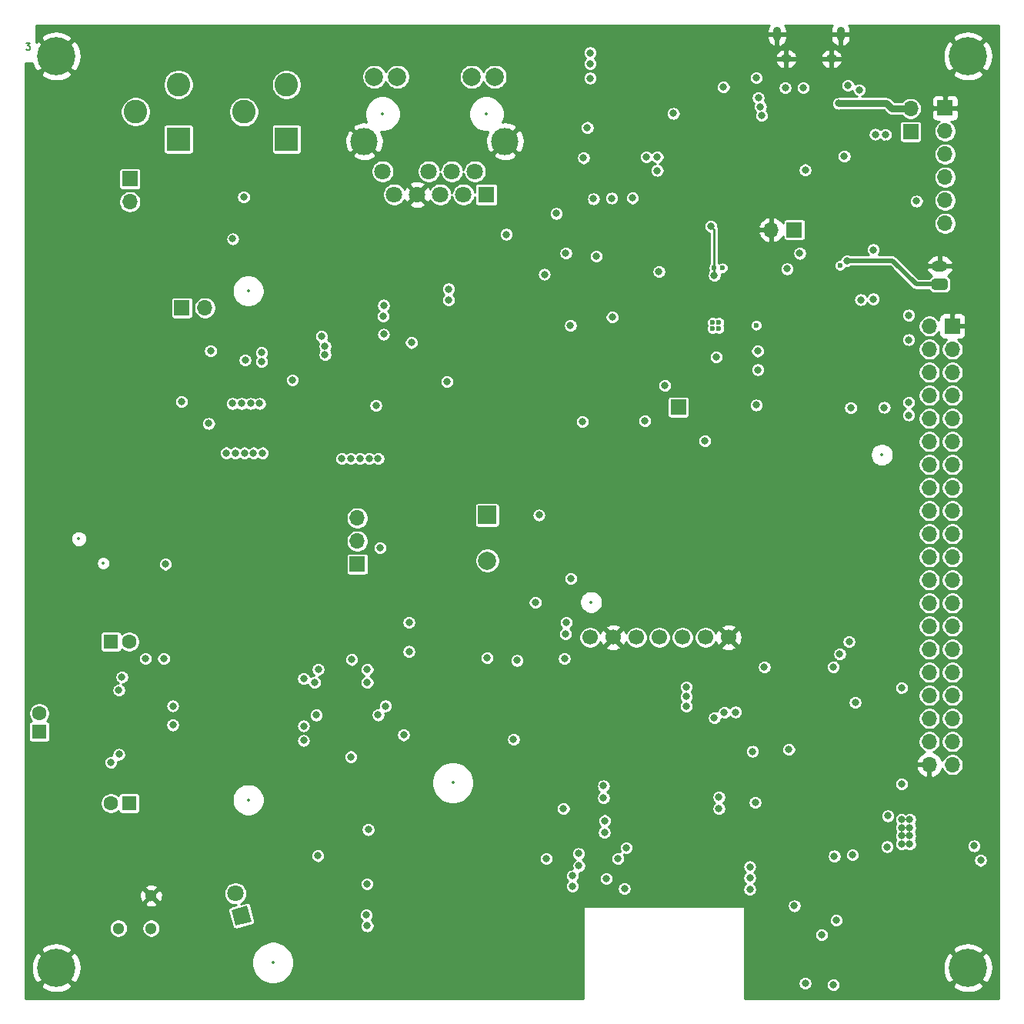
<source format=gbr>
G04 #@! TF.GenerationSoftware,KiCad,Pcbnew,5.1.7-a382d34a8~87~ubuntu18.04.1*
G04 #@! TF.CreationDate,2021-01-18T13:43:01-05:00*
G04 #@! TF.ProjectId,SD1,5344312e-6b69-4636-9164-5f7063625858,0*
G04 #@! TF.SameCoordinates,Original*
G04 #@! TF.FileFunction,Copper,L3,Inr*
G04 #@! TF.FilePolarity,Positive*
%FSLAX46Y46*%
G04 Gerber Fmt 4.6, Leading zero omitted, Abs format (unit mm)*
G04 Created by KiCad (PCBNEW 5.1.7-a382d34a8~87~ubuntu18.04.1) date 2021-01-18 13:43:01*
%MOMM*%
%LPD*%
G01*
G04 APERTURE LIST*
G04 #@! TA.AperFunction,NonConductor*
%ADD10C,0.190500*%
G04 #@! TD*
G04 #@! TA.AperFunction,ComponentPad*
%ADD11O,1.700000X1.700000*%
G04 #@! TD*
G04 #@! TA.AperFunction,ComponentPad*
%ADD12R,1.700000X1.700000*%
G04 #@! TD*
G04 #@! TA.AperFunction,ComponentPad*
%ADD13R,1.600000X1.600000*%
G04 #@! TD*
G04 #@! TA.AperFunction,ComponentPad*
%ADD14C,1.600000*%
G04 #@! TD*
G04 #@! TA.AperFunction,ComponentPad*
%ADD15C,0.100000*%
G04 #@! TD*
G04 #@! TA.AperFunction,ComponentPad*
%ADD16C,1.800000*%
G04 #@! TD*
G04 #@! TA.AperFunction,ComponentPad*
%ADD17O,0.890000X1.550000*%
G04 #@! TD*
G04 #@! TA.AperFunction,ComponentPad*
%ADD18O,1.250000X0.950000*%
G04 #@! TD*
G04 #@! TA.AperFunction,ComponentPad*
%ADD19C,3.000000*%
G04 #@! TD*
G04 #@! TA.AperFunction,ComponentPad*
%ADD20C,2.000000*%
G04 #@! TD*
G04 #@! TA.AperFunction,ComponentPad*
%ADD21R,1.800000X1.800000*%
G04 #@! TD*
G04 #@! TA.AperFunction,ComponentPad*
%ADD22R,2.000000X2.000000*%
G04 #@! TD*
G04 #@! TA.AperFunction,ComponentPad*
%ADD23C,1.300000*%
G04 #@! TD*
G04 #@! TA.AperFunction,ComponentPad*
%ADD24C,2.600000*%
G04 #@! TD*
G04 #@! TA.AperFunction,ComponentPad*
%ADD25R,2.600000X2.600000*%
G04 #@! TD*
G04 #@! TA.AperFunction,ComponentPad*
%ADD26O,1.750000X1.200000*%
G04 #@! TD*
G04 #@! TA.AperFunction,ComponentPad*
%ADD27C,4.200000*%
G04 #@! TD*
G04 #@! TA.AperFunction,ComponentPad*
%ADD28C,1.700000*%
G04 #@! TD*
G04 #@! TA.AperFunction,ViaPad*
%ADD29C,0.800000*%
G04 #@! TD*
G04 #@! TA.AperFunction,ViaPad*
%ADD30C,0.600000*%
G04 #@! TD*
G04 #@! TA.AperFunction,Conductor*
%ADD31C,0.250000*%
G04 #@! TD*
G04 #@! TA.AperFunction,Conductor*
%ADD32C,0.762000*%
G04 #@! TD*
G04 #@! TA.AperFunction,Conductor*
%ADD33C,0.508000*%
G04 #@! TD*
G04 #@! TA.AperFunction,Conductor*
%ADD34C,0.254000*%
G04 #@! TD*
G04 #@! TA.AperFunction,Conductor*
%ADD35C,0.100000*%
G04 #@! TD*
%ADD36C,0.350000*%
%ADD37O,0.500000X1.150000*%
%ADD38O,0.850000X0.550000*%
G04 APERTURE END LIST*
D10*
X116046000Y-8849380D02*
X116517714Y-8849380D01*
X116263714Y-9139666D01*
X116372571Y-9139666D01*
X116445142Y-9175951D01*
X116481428Y-9212237D01*
X116517714Y-9284808D01*
X116517714Y-9466237D01*
X116481428Y-9538808D01*
X116445142Y-9575094D01*
X116372571Y-9611380D01*
X116154857Y-9611380D01*
X116082285Y-9575094D01*
X116046000Y-9538808D01*
D11*
G04 #@! TO.N,N/C*
G04 #@! TO.C,U101*
X215460000Y-50160000D03*
X218000000Y-52700000D03*
X215460000Y-52700000D03*
X218000000Y-55240000D03*
G04 #@! TO.N,+3V3*
X215460000Y-40000000D03*
G04 #@! TO.N,N/C*
X215460000Y-42540000D03*
X218000000Y-47620000D03*
X218000000Y-42540000D03*
X218000000Y-50160000D03*
D12*
G04 #@! TO.N,GND*
X218000000Y-40000000D03*
D11*
G04 #@! TO.N,N/C*
X215460000Y-47620000D03*
X218000000Y-45080000D03*
X215460000Y-45080000D03*
X215460000Y-55240000D03*
X218000000Y-57780000D03*
X215460000Y-57780000D03*
X218000000Y-60320000D03*
X215460000Y-60320000D03*
X218000000Y-62860000D03*
X215460000Y-62860000D03*
G04 #@! TO.N,/~LCD_RESET*
X218000000Y-65400000D03*
G04 #@! TO.N,N/C*
X215460000Y-65400000D03*
G04 #@! TO.N,/~LCD_CS*
X218000000Y-67940000D03*
G04 #@! TO.N,SPI_SCK*
X215460000Y-67940000D03*
G04 #@! TO.N,/LCD_DC*
X218000000Y-70480000D03*
G04 #@! TO.N,Net-(JP101-Pad1)*
X215460000Y-70480000D03*
G04 #@! TO.N,SPI_MOSI*
X218000000Y-73020000D03*
G04 #@! TO.N,Net-(JP102-Pad1)*
X215460000Y-73020000D03*
G04 #@! TO.N,/LCD_BACKLIGHT*
X218000000Y-75560000D03*
G04 #@! TO.N,I2C_SCL*
X215460000Y-75560000D03*
G04 #@! TO.N,I2C_SDA*
X218000000Y-78100000D03*
G04 #@! TO.N,SPI_MISO*
X215460000Y-78100000D03*
G04 #@! TO.N,SPI_SCK*
X218000000Y-80640000D03*
G04 #@! TO.N,SPI_MOSI*
X215460000Y-80640000D03*
G04 #@! TO.N,/SD_CS*
X218000000Y-83180000D03*
G04 #@! TO.N,/FONT_CS*
X215460000Y-83180000D03*
G04 #@! TO.N,N/C*
X218000000Y-85720000D03*
X215460000Y-85720000D03*
G04 #@! TO.N,/CTP_INT*
X218000000Y-88260000D03*
G04 #@! TO.N,GND*
X215460000Y-88260000D03*
G04 #@! TD*
D13*
G04 #@! TO.N,Net-(U601-Pad1)*
G04 #@! TO.C,U601*
X127400000Y-92515000D03*
D14*
X125400000Y-92515000D03*
G04 #@! TO.N,Net-(U601-Pad5)*
X127400000Y-74725000D03*
D13*
G04 #@! TO.N,Net-(U601-Pad4)*
X125400000Y-74735000D03*
D14*
G04 #@! TO.N,Net-(U601-Pad2)*
X117510000Y-82625000D03*
D13*
X117510000Y-84625000D03*
G04 #@! TD*
G04 #@! TA.AperFunction,ComponentPad*
D15*
G04 #@! TO.N,Net-(D701-Pad1)*
G04 #@! TO.C,D701*
G36*
X140859702Y-105520637D02*
G01*
X139121036Y-105986511D01*
X138655162Y-104247845D01*
X140393828Y-103781971D01*
X140859702Y-105520637D01*
G37*
G04 #@! TD.AperFunction*
D16*
G04 #@! TO.N,Net-(D701-Pad2)*
X139100032Y-102430789D03*
G04 #@! TD*
D17*
G04 #@! TO.N,GND*
G04 #@! TO.C,J403*
X198700000Y-7880000D03*
X205700000Y-7880000D03*
D18*
X199700000Y-10580000D03*
X204700000Y-10580000D03*
G04 #@! TD*
D19*
G04 #@! TO.N,GND*
G04 #@! TO.C,J201*
X153260000Y-19680000D03*
X168760000Y-19680000D03*
D20*
G04 #@! TO.N,Net-(J201-Pad14)*
X154380000Y-12570000D03*
G04 #@! TO.N,+3V3*
X156920000Y-12570000D03*
G04 #@! TO.N,Net-(J201-Pad12)*
X165100000Y-12570000D03*
D16*
G04 #@! TO.N,/Eth + PoE/PoE Flyback/VN*
X155290000Y-22980000D03*
G04 #@! TO.N,/Eth + PoE/PoE Flyback/VP*
X156560000Y-25520000D03*
G04 #@! TO.N,GND*
X159100000Y-25520000D03*
G04 #@! TO.N,Net-(C214-Pad1)*
X160370000Y-22980000D03*
G04 #@! TO.N,Net-(C215-Pad1)*
X161640000Y-25520000D03*
G04 #@! TO.N,Net-(C212-Pad1)*
X162910000Y-22980000D03*
G04 #@! TO.N,Net-(C213-Pad1)*
X164180000Y-25520000D03*
G04 #@! TO.N,/Eth + PoE/ETH_TX_N*
X165450000Y-22980000D03*
D20*
G04 #@! TO.N,+3V3*
X167640000Y-12570000D03*
D21*
G04 #@! TO.N,/Eth + PoE/ETH_TX_P*
X166720000Y-25520000D03*
G04 #@! TD*
D20*
G04 #@! TO.N,Net-(LS101-Pad2)*
G04 #@! TO.C,LS101*
X166800000Y-65800000D03*
D22*
G04 #@! TO.N,+3V3*
X166800000Y-60800000D03*
G04 #@! TD*
D12*
G04 #@! TO.N,GND*
G04 #@! TO.C,J402*
X217200000Y-16000000D03*
D11*
G04 #@! TO.N,/Debug and Serial/WMCU_RTS*
X217200000Y-18540000D03*
G04 #@! TO.N,/Debug and Serial/5V_USB*
X217200000Y-21080000D03*
G04 #@! TO.N,/DIO12_RXD*
X217200000Y-23620000D03*
G04 #@! TO.N,/DIO13_TXD*
X217200000Y-26160000D03*
G04 #@! TO.N,/WMCU_CTS*
X217200000Y-28700000D03*
G04 #@! TD*
D23*
G04 #@! TO.N,+3V3*
G04 #@! TO.C,U106*
X126215948Y-106279251D03*
G04 #@! TO.N,/PIR_SENSE*
X129808051Y-106279251D03*
G04 #@! TO.N,GND*
X129808051Y-102687149D03*
G04 #@! TD*
D24*
G04 #@! TO.N,GNDD*
G04 #@! TO.C,J301*
X140020000Y-16430000D03*
X144720000Y-13430000D03*
D25*
G04 #@! TO.N,/Eth + PoE/PoE Flyback/DC_FROM_AC*
X144720000Y-19430000D03*
G04 #@! TD*
G04 #@! TO.N,/Eth + PoE/PoE Flyback/DC_BARREL*
G04 #@! TO.C,J302*
X132820000Y-19420000D03*
D24*
G04 #@! TO.N,GNDD*
X132820000Y-13420000D03*
X128120000Y-16420000D03*
G04 #@! TD*
D11*
G04 #@! TO.N,Net-(J303-Pad2)*
G04 #@! TO.C,J303*
X135740000Y-38000000D03*
D12*
G04 #@! TO.N,GNDD*
X133200000Y-38000000D03*
G04 #@! TD*
G04 #@! TO.N,/Eth + PoE/PoE Flyback/VP*
G04 #@! TO.C,J304*
X127480000Y-23790000D03*
D11*
G04 #@! TO.N,/Eth + PoE/PoE Flyback/VN*
X127480000Y-26330000D03*
G04 #@! TD*
D12*
G04 #@! TO.N,+BATT*
G04 #@! TO.C,J802*
X200600000Y-29400000D03*
D11*
G04 #@! TO.N,GND*
X198060000Y-29400000D03*
G04 #@! TD*
G04 #@! TO.N,/Debug and Serial/5V_USB*
G04 #@! TO.C,JP401*
X213400000Y-16060000D03*
D12*
G04 #@! TO.N,+5V*
X213400000Y-18600000D03*
G04 #@! TD*
G04 #@! TO.N,5V_Main*
G04 #@! TO.C,TP301*
X187860000Y-48920000D03*
G04 #@! TD*
G04 #@! TO.N,+BATT*
G04 #@! TO.C,J801*
G04 #@! TA.AperFunction,ComponentPad*
G36*
G01*
X217225001Y-36000000D02*
X215974999Y-36000000D01*
G75*
G02*
X215725000Y-35750001I0J249999D01*
G01*
X215725000Y-35049999D01*
G75*
G02*
X215974999Y-34800000I249999J0D01*
G01*
X217225001Y-34800000D01*
G75*
G02*
X217475000Y-35049999I0J-249999D01*
G01*
X217475000Y-35750001D01*
G75*
G02*
X217225001Y-36000000I-249999J0D01*
G01*
G37*
G04 #@! TD.AperFunction*
D26*
G04 #@! TO.N,GND*
X216600000Y-33400000D03*
G04 #@! TD*
D12*
G04 #@! TO.N,/SPKR_Alt*
G04 #@! TO.C,JP104*
X152500000Y-66200000D03*
D11*
G04 #@! TO.N,/SPKR_DRIVE*
X152500000Y-63660000D03*
G04 #@! TO.N,/SPKR*
X152500000Y-61120000D03*
G04 #@! TD*
D27*
G04 #@! TO.N,GND*
G04 #@! TO.C,MK101*
X119380000Y-10287000D03*
G04 #@! TD*
G04 #@! TO.N,GND*
G04 #@! TO.C,MK102*
X219710000Y-10287000D03*
G04 #@! TD*
G04 #@! TO.N,GND*
G04 #@! TO.C,MK103*
X219710000Y-110617000D03*
G04 #@! TD*
G04 #@! TO.N,GND*
G04 #@! TO.C,MK104*
X119380000Y-110617000D03*
G04 #@! TD*
D28*
G04 #@! TO.N,+5V*
G04 #@! TO.C,U104*
X178129540Y-74260960D03*
G04 #@! TO.N,GND*
X180669540Y-74260960D03*
G04 #@! TO.N,I2C_SCL*
X183209540Y-74260960D03*
G04 #@! TO.N,I2C_SDA*
X185749540Y-74260960D03*
G04 #@! TO.N,N/C*
X188289540Y-74260960D03*
X190829540Y-74260960D03*
G04 #@! TO.N,GND*
X193369540Y-74260960D03*
G04 #@! TD*
D29*
G04 #@! TO.N,GND*
X173720000Y-18520000D03*
X173720000Y-20720000D03*
X173720000Y-23920000D03*
X161320000Y-31520000D03*
X162920000Y-31520000D03*
X205800000Y-19200000D03*
X190760000Y-50320000D03*
X190260000Y-41820000D03*
X149040047Y-95417213D03*
X158199994Y-74200000D03*
X142600000Y-79400000D03*
X156600000Y-64600000D03*
X156600000Y-68400000D03*
X170500000Y-75600000D03*
X205800000Y-18075043D03*
X194200000Y-24700000D03*
X194200000Y-17300000D03*
X186200000Y-20200000D03*
X196000000Y-85800000D03*
X196000000Y-84900000D03*
X192500000Y-85800000D03*
X192500000Y-84900000D03*
X210700010Y-19973643D03*
X205200000Y-39800000D03*
X205200000Y-41000000D03*
X205200000Y-42200000D03*
X205200000Y-43400000D03*
X205200000Y-44600000D03*
X205200000Y-46000000D03*
X195200000Y-35616500D03*
X194200000Y-35600000D03*
X195200000Y-36616500D03*
X194200000Y-36616500D03*
X197800000Y-33416500D03*
X196800000Y-33400000D03*
X196800000Y-32400000D03*
X197800000Y-32400000D03*
D30*
X210399990Y-36000000D03*
X210399992Y-35100000D03*
X210349196Y-34349200D03*
D29*
X201900000Y-103800000D03*
X201900000Y-101200000D03*
X213400000Y-100100000D03*
X213400000Y-101000000D03*
X213400000Y-101900000D03*
X213400000Y-102800000D03*
X212400000Y-100100000D03*
X212400000Y-101900000D03*
X212400000Y-102800000D03*
X212400000Y-101000000D03*
X195000000Y-39750000D03*
X195000000Y-40750000D03*
X206300000Y-107000000D03*
X207800000Y-107000000D03*
X185300000Y-38200000D03*
X177500000Y-38200000D03*
X190313378Y-18411772D03*
X148700000Y-101200000D03*
X208500000Y-97900000D03*
X197800000Y-96200000D03*
X197800000Y-97200000D03*
X197800000Y-94600000D03*
G04 #@! TO.N,+3V3*
X178120000Y-9920000D03*
X185520000Y-21370000D03*
X153566096Y-101380103D03*
X191800000Y-34400000D03*
X146600000Y-78800000D03*
X146600000Y-84000000D03*
X146600000Y-85600000D03*
X151800000Y-87400000D03*
X131400000Y-66200000D03*
X153492060Y-104807940D03*
X132200000Y-83900000D03*
X158200000Y-72600000D03*
X196000000Y-86800000D03*
X151900000Y-76700000D03*
X178500000Y-26000000D03*
X191400000Y-29000000D03*
X158200000Y-75800000D03*
D30*
X191800000Y-33600000D03*
D29*
X200000000Y-86600000D03*
X175300000Y-76600000D03*
X172500000Y-60800000D03*
D30*
X192700000Y-33600000D03*
D29*
X175460019Y-31974746D03*
X199800000Y-33700006D03*
X173299992Y-98600008D03*
X196300002Y-92400000D03*
G04 #@! TO.N,GNDD*
X138080000Y-53960000D03*
X139080000Y-53960000D03*
X140080000Y-53960000D03*
X141080000Y-53960000D03*
X142080000Y-53960000D03*
X154800000Y-54600000D03*
X151800000Y-54600000D03*
X150800000Y-54600000D03*
X153800000Y-54600000D03*
X152800000Y-54600000D03*
X148960000Y-43120000D03*
X145360000Y-45920000D03*
X141960000Y-43920000D03*
X141960000Y-42920000D03*
X141760000Y-48520000D03*
X140760000Y-48520000D03*
X139760000Y-48520000D03*
X138760000Y-48520000D03*
X162360000Y-46120000D03*
X162560000Y-35920000D03*
X148960000Y-42200000D03*
G04 #@! TO.N,/DIO17_TDI*
X181200000Y-98600000D03*
X205000001Y-98320178D03*
G04 #@! TO.N,/DIO16_TDO*
X182100000Y-97400000D03*
X207000000Y-98200000D03*
G04 #@! TO.N,/DIO13_TXD*
X192300002Y-91840000D03*
G04 #@! TO.N,/DIO12_RXD*
X192300000Y-93110000D03*
G04 #@! TO.N,SPI_MISO*
X212400000Y-79800000D03*
X196870826Y-15846393D03*
G04 #@! TO.N,SPI_SCK*
X196995072Y-16838656D03*
G04 #@! TO.N,SPI_MOSI*
X196633213Y-14875021D03*
G04 #@! TO.N,GNDA*
X180520000Y-25920000D03*
X177820000Y-18144990D03*
X177402201Y-21497454D03*
X182799998Y-25900000D03*
G04 #@! TO.N,/Eth + PoE/PoE Flyback/VSS_FILT*
X136160000Y-50720000D03*
X133160000Y-48320000D03*
G04 #@! TO.N,/Eth + PoE/ETH_3V3A*
X174400000Y-27599990D03*
X168900000Y-29900000D03*
G04 #@! TO.N,/Eth + PoE/PoE Flyback/APD*
X136360000Y-42720000D03*
G04 #@! TO.N,/Eth + PoE/LINK_LED*
X185520000Y-22870000D03*
X178120000Y-12720000D03*
G04 #@! TO.N,/Eth + PoE/ACT_LED*
X184320000Y-21370000D03*
X178120000Y-11120000D03*
G04 #@! TO.N,/Debug and Serial/5V_USB*
X206100000Y-21300000D03*
X201800000Y-22800000D03*
X205500000Y-15500000D03*
G04 #@! TO.N,/Debug and Serial/USB_DP*
X199599992Y-13763333D03*
X210622571Y-18920759D03*
G04 #@! TO.N,/Debug and Serial/USB_DN*
X201581662Y-13763333D03*
X209500000Y-18899992D03*
G04 #@! TO.N,/Debug and Serial/WMCU_RTS*
X214054010Y-26245990D03*
G04 #@! TO.N,Net-(C302-Pad1)*
X140160000Y-43720000D03*
G04 #@! TO.N,I2C_SDA*
X126274980Y-87130473D03*
X203600000Y-107000000D03*
X205200000Y-105400000D03*
X148200000Y-77800000D03*
X153600000Y-77800000D03*
X175500000Y-72600000D03*
X205600000Y-76100000D03*
X195700006Y-101999998D03*
X181899996Y-101900000D03*
X176200000Y-100500000D03*
G04 #@! TO.N,I2C_SCL*
X125400000Y-88000000D03*
X147800000Y-79200000D03*
X153599994Y-79200000D03*
X155600000Y-81800000D03*
X204900000Y-112500000D03*
X206622590Y-74749430D03*
X175190000Y-93110000D03*
X175422590Y-73879969D03*
X176170998Y-101629002D03*
G04 #@! TO.N,+1V8*
X153709781Y-95417213D03*
G04 #@! TO.N,+5V*
X213300000Y-94300000D03*
D30*
X196400000Y-39900000D03*
D29*
X153600000Y-106000000D03*
X196400000Y-48689998D03*
X196600000Y-44800000D03*
X213200000Y-48400000D03*
X206800000Y-49000000D03*
D30*
X191586200Y-40293200D03*
X192300000Y-40293200D03*
D29*
X213300000Y-95200000D03*
X213300000Y-96100000D03*
X213300000Y-97000000D03*
X212400000Y-94300000D03*
X212400000Y-97000000D03*
X212400000Y-95200000D03*
X212400000Y-96100000D03*
X201800000Y-112300000D03*
X213200014Y-38800000D03*
X213200002Y-41500006D03*
X196560000Y-42750000D03*
X210500000Y-48950000D03*
D30*
X191600000Y-39600000D03*
D29*
X200600000Y-103800000D03*
X213200000Y-49800000D03*
D30*
X192300000Y-39600000D03*
G04 #@! TO.N,+BATT*
X205615200Y-33315210D03*
D29*
X206400000Y-32800000D03*
X178800000Y-32300000D03*
G04 #@! TO.N,/EXT_Sleep*
X191800006Y-83100000D03*
X188701624Y-81847357D03*
G04 #@! TO.N,/WMCU_RTS*
X179600000Y-90600000D03*
G04 #@! TO.N,5V_MainDet*
X190760000Y-52620000D03*
X176000000Y-67800000D03*
X172093590Y-70400000D03*
X176838617Y-98045189D03*
G04 #@! TO.N,/FONT_CS*
X194122590Y-82477410D03*
X188701624Y-79700000D03*
G04 #@! TO.N,/CO_ADC*
X132200000Y-81800000D03*
G04 #@! TO.N,/~ETH_RST*
X197300000Y-77524979D03*
X196426014Y-12675456D03*
X204900000Y-77500000D03*
G04 #@! TO.N,/VOC_INT*
X148000000Y-82800000D03*
X154800000Y-82800000D03*
G04 #@! TO.N,/LCD_BACKLIGHT*
X212400000Y-90400000D03*
X179729002Y-94429002D03*
G04 #@! TO.N,/SD_CS*
X192900000Y-82500000D03*
X188701624Y-80775003D03*
G04 #@! TO.N,5V_Main*
X186360000Y-46520000D03*
X184160000Y-50420000D03*
X192000000Y-43400000D03*
X173100000Y-34300000D03*
X185700000Y-34000000D03*
G04 #@! TO.N,Net-(D305-Pad1)*
X140000000Y-25800000D03*
X138800000Y-30400000D03*
G04 #@! TO.N,/WMCU_CTS*
X179600000Y-91900000D03*
G04 #@! TO.N,/SPKR_DRIVE*
X155000000Y-64400000D03*
X157600000Y-85000000D03*
G04 #@! TO.N,/ETH_CS*
X195700000Y-99500000D03*
X220400000Y-97200000D03*
X207750000Y-14000000D03*
X187300000Y-16600000D03*
G04 #@! TO.N,/~ETH_INT*
X195700000Y-100700000D03*
X192800000Y-13700000D03*
X221100000Y-98800000D03*
X206500000Y-13500000D03*
G04 #@! TO.N,/IO_INT*
X166800000Y-76500000D03*
X169700000Y-85500004D03*
G04 #@! TO.N,EN_5V_BST*
X170100000Y-76800000D03*
X209278915Y-37021085D03*
X209300000Y-31600000D03*
G04 #@! TO.N,/RGBW_DOUT*
X210800000Y-97300000D03*
X179900000Y-100800000D03*
G04 #@! TO.N,/CTP_INT*
X179700000Y-95700000D03*
X210900000Y-93900004D03*
G04 #@! TO.N,/~LCD_CS*
X207300000Y-81400000D03*
G04 #@! TO.N,Net-(C306-Pad1)*
X154560000Y-48720000D03*
G04 #@! TO.N,Net-(C314-Pad2)*
X180560000Y-39020000D03*
G04 #@! TO.N,Net-(C318-Pad2)*
X162560000Y-37120000D03*
G04 #@! TO.N,Net-(C602-Pad1)*
X129200000Y-76600000D03*
G04 #@! TO.N,Net-(C602-Pad2)*
X131200000Y-76600000D03*
G04 #@! TO.N,Net-(C703-Pad1)*
X148177943Y-98290895D03*
G04 #@! TO.N,Net-(D308-Pad2)*
X177260000Y-50520000D03*
G04 #@! TO.N,Net-(JP802-Pad2)*
X207900000Y-37099982D03*
G04 #@! TO.N,Net-(Q303-Pad2)*
X158460000Y-41820000D03*
X155400000Y-40900000D03*
X155400000Y-37700000D03*
G04 #@! TO.N,Net-(Q303-Pad3)*
X148560000Y-41120000D03*
G04 #@! TO.N,Net-(Q303-Pad1)*
X155360000Y-38920000D03*
G04 #@! TO.N,Net-(R313-Pad2)*
X175960000Y-39920000D03*
G04 #@! TO.N,Net-(TP601-Pad1)*
X126600000Y-78600000D03*
G04 #@! TO.N,Net-(U601-Pad1)*
X126262597Y-80054259D03*
G04 #@! TO.N,BATT_Det*
X176900000Y-99400000D03*
X201200000Y-32000000D03*
G04 #@! TD*
D31*
G04 #@! TO.N,+3V3*
X191800000Y-34400000D02*
X191800000Y-29400000D01*
X191800000Y-29400000D02*
X191400000Y-29000000D01*
D32*
G04 #@! TO.N,/Debug and Serial/5V_USB*
X213400000Y-16060000D02*
X211310000Y-16060000D01*
X210750000Y-15500000D02*
X211310000Y-16060000D01*
X205500000Y-15500000D02*
X210750000Y-15500000D01*
D33*
G04 #@! TO.N,+BATT*
X216600000Y-35400000D02*
X214000000Y-35400000D01*
X211400000Y-32800000D02*
X206400000Y-32800000D01*
X214000000Y-35400000D02*
X211400000Y-32800000D01*
G04 #@! TD*
D34*
G04 #@! TO.N,GND*
X197750810Y-7019369D02*
X197665528Y-7214743D01*
X197620000Y-7423000D01*
X197620000Y-7753000D01*
X198573000Y-7753000D01*
X198573000Y-7733000D01*
X198827000Y-7733000D01*
X198827000Y-7753000D01*
X199780000Y-7753000D01*
X199780000Y-7423000D01*
X199734472Y-7214743D01*
X199649190Y-7019369D01*
X199571695Y-6908000D01*
X204828305Y-6908000D01*
X204750810Y-7019369D01*
X204665528Y-7214743D01*
X204620000Y-7423000D01*
X204620000Y-7753000D01*
X205573000Y-7753000D01*
X205573000Y-7733000D01*
X205827000Y-7733000D01*
X205827000Y-7753000D01*
X206780000Y-7753000D01*
X206780000Y-7423000D01*
X206734472Y-7214743D01*
X206649190Y-7019369D01*
X206571695Y-6908000D01*
X223089001Y-6908000D01*
X223089000Y-113996000D01*
X195127000Y-113996000D01*
X195127000Y-112223078D01*
X201019000Y-112223078D01*
X201019000Y-112376922D01*
X201049013Y-112527809D01*
X201107887Y-112669942D01*
X201193358Y-112797859D01*
X201302141Y-112906642D01*
X201430058Y-112992113D01*
X201572191Y-113050987D01*
X201723078Y-113081000D01*
X201876922Y-113081000D01*
X202027809Y-113050987D01*
X202169942Y-112992113D01*
X202297859Y-112906642D01*
X202406642Y-112797859D01*
X202492113Y-112669942D01*
X202550987Y-112527809D01*
X202571819Y-112423078D01*
X204119000Y-112423078D01*
X204119000Y-112576922D01*
X204149013Y-112727809D01*
X204207887Y-112869942D01*
X204293358Y-112997859D01*
X204402141Y-113106642D01*
X204530058Y-113192113D01*
X204672191Y-113250987D01*
X204823078Y-113281000D01*
X204976922Y-113281000D01*
X205127809Y-113250987D01*
X205269942Y-113192113D01*
X205397859Y-113106642D01*
X205506642Y-112997859D01*
X205592113Y-112869942D01*
X205650987Y-112727809D01*
X205681000Y-112576922D01*
X205681000Y-112535640D01*
X217970965Y-112535640D01*
X218199099Y-112912641D01*
X218675989Y-113163292D01*
X219192614Y-113316092D01*
X219729122Y-113365167D01*
X220264896Y-113308631D01*
X220779345Y-113148657D01*
X221220901Y-112912641D01*
X221449035Y-112535640D01*
X219710000Y-110796605D01*
X217970965Y-112535640D01*
X205681000Y-112535640D01*
X205681000Y-112423078D01*
X205650987Y-112272191D01*
X205592113Y-112130058D01*
X205506642Y-112002141D01*
X205397859Y-111893358D01*
X205269942Y-111807887D01*
X205127809Y-111749013D01*
X204976922Y-111719000D01*
X204823078Y-111719000D01*
X204672191Y-111749013D01*
X204530058Y-111807887D01*
X204402141Y-111893358D01*
X204293358Y-112002141D01*
X204207887Y-112130058D01*
X204149013Y-112272191D01*
X204119000Y-112423078D01*
X202571819Y-112423078D01*
X202581000Y-112376922D01*
X202581000Y-112223078D01*
X202550987Y-112072191D01*
X202492113Y-111930058D01*
X202406642Y-111802141D01*
X202297859Y-111693358D01*
X202169942Y-111607887D01*
X202027809Y-111549013D01*
X201876922Y-111519000D01*
X201723078Y-111519000D01*
X201572191Y-111549013D01*
X201430058Y-111607887D01*
X201302141Y-111693358D01*
X201193358Y-111802141D01*
X201107887Y-111930058D01*
X201049013Y-112072191D01*
X201019000Y-112223078D01*
X195127000Y-112223078D01*
X195127000Y-110636122D01*
X216961833Y-110636122D01*
X217018369Y-111171896D01*
X217178343Y-111686345D01*
X217414359Y-112127901D01*
X217791360Y-112356035D01*
X219530395Y-110617000D01*
X219889605Y-110617000D01*
X221628640Y-112356035D01*
X222005641Y-112127901D01*
X222256292Y-111651011D01*
X222409092Y-111134386D01*
X222458167Y-110597878D01*
X222401631Y-110062104D01*
X222241657Y-109547655D01*
X222005641Y-109106099D01*
X221628640Y-108877965D01*
X219889605Y-110617000D01*
X219530395Y-110617000D01*
X217791360Y-108877965D01*
X217414359Y-109106099D01*
X217163708Y-109582989D01*
X217010908Y-110099614D01*
X216961833Y-110636122D01*
X195127000Y-110636122D01*
X195127000Y-108698360D01*
X217970965Y-108698360D01*
X219710000Y-110437395D01*
X221449035Y-108698360D01*
X221220901Y-108321359D01*
X220744011Y-108070708D01*
X220227386Y-107917908D01*
X219690878Y-107868833D01*
X219155104Y-107925369D01*
X218640655Y-108085343D01*
X218199099Y-108321359D01*
X217970965Y-108698360D01*
X195127000Y-108698360D01*
X195127000Y-106923078D01*
X202819000Y-106923078D01*
X202819000Y-107076922D01*
X202849013Y-107227809D01*
X202907887Y-107369942D01*
X202993358Y-107497859D01*
X203102141Y-107606642D01*
X203230058Y-107692113D01*
X203372191Y-107750987D01*
X203523078Y-107781000D01*
X203676922Y-107781000D01*
X203827809Y-107750987D01*
X203969942Y-107692113D01*
X204097859Y-107606642D01*
X204206642Y-107497859D01*
X204292113Y-107369942D01*
X204350987Y-107227809D01*
X204381000Y-107076922D01*
X204381000Y-106923078D01*
X204350987Y-106772191D01*
X204292113Y-106630058D01*
X204206642Y-106502141D01*
X204097859Y-106393358D01*
X203969942Y-106307887D01*
X203827809Y-106249013D01*
X203676922Y-106219000D01*
X203523078Y-106219000D01*
X203372191Y-106249013D01*
X203230058Y-106307887D01*
X203102141Y-106393358D01*
X202993358Y-106502141D01*
X202907887Y-106630058D01*
X202849013Y-106772191D01*
X202819000Y-106923078D01*
X195127000Y-106923078D01*
X195127000Y-105323078D01*
X204419000Y-105323078D01*
X204419000Y-105476922D01*
X204449013Y-105627809D01*
X204507887Y-105769942D01*
X204593358Y-105897859D01*
X204702141Y-106006642D01*
X204830058Y-106092113D01*
X204972191Y-106150987D01*
X205123078Y-106181000D01*
X205276922Y-106181000D01*
X205427809Y-106150987D01*
X205569942Y-106092113D01*
X205697859Y-106006642D01*
X205806642Y-105897859D01*
X205892113Y-105769942D01*
X205950987Y-105627809D01*
X205981000Y-105476922D01*
X205981000Y-105323078D01*
X205950987Y-105172191D01*
X205892113Y-105030058D01*
X205806642Y-104902141D01*
X205697859Y-104793358D01*
X205569942Y-104707887D01*
X205427809Y-104649013D01*
X205276922Y-104619000D01*
X205123078Y-104619000D01*
X204972191Y-104649013D01*
X204830058Y-104707887D01*
X204702141Y-104793358D01*
X204593358Y-104902141D01*
X204507887Y-105030058D01*
X204449013Y-105172191D01*
X204419000Y-105323078D01*
X195127000Y-105323078D01*
X195127000Y-104000000D01*
X195124560Y-103975224D01*
X195117333Y-103951399D01*
X195105597Y-103929443D01*
X195089803Y-103910197D01*
X195070557Y-103894403D01*
X195048601Y-103882667D01*
X195024776Y-103875440D01*
X195000000Y-103873000D01*
X177500000Y-103873000D01*
X177475224Y-103875440D01*
X177451399Y-103882667D01*
X177429443Y-103894403D01*
X177410197Y-103910197D01*
X177394403Y-103929443D01*
X177382667Y-103951399D01*
X177375440Y-103975224D01*
X177373000Y-104000000D01*
X177373000Y-113996000D01*
X116001000Y-113996000D01*
X116001000Y-112535640D01*
X117640965Y-112535640D01*
X117869099Y-112912641D01*
X118345989Y-113163292D01*
X118862614Y-113316092D01*
X119399122Y-113365167D01*
X119934896Y-113308631D01*
X120449345Y-113148657D01*
X120890901Y-112912641D01*
X121119035Y-112535640D01*
X119380000Y-110796605D01*
X117640965Y-112535640D01*
X116001000Y-112535640D01*
X116001000Y-110636122D01*
X116631833Y-110636122D01*
X116688369Y-111171896D01*
X116848343Y-111686345D01*
X117084359Y-112127901D01*
X117461360Y-112356035D01*
X119200395Y-110617000D01*
X119559605Y-110617000D01*
X121298640Y-112356035D01*
X121675641Y-112127901D01*
X121926292Y-111651011D01*
X122079092Y-111134386D01*
X122128167Y-110597878D01*
X122071631Y-110062104D01*
X121994964Y-109815553D01*
X140881256Y-109815553D01*
X140881256Y-110276689D01*
X140971219Y-110728965D01*
X141147689Y-111155000D01*
X141403883Y-111538421D01*
X141729956Y-111864494D01*
X142113377Y-112120688D01*
X142539412Y-112297158D01*
X142991688Y-112387121D01*
X143452824Y-112387121D01*
X143905100Y-112297158D01*
X144331135Y-112120688D01*
X144714556Y-111864494D01*
X145040629Y-111538421D01*
X145296823Y-111155000D01*
X145473293Y-110728965D01*
X145563256Y-110276689D01*
X145563256Y-109815553D01*
X145473293Y-109363277D01*
X145296823Y-108937242D01*
X145040629Y-108553821D01*
X144714556Y-108227748D01*
X144331135Y-107971554D01*
X143905100Y-107795084D01*
X143452824Y-107705121D01*
X142991688Y-107705121D01*
X142539412Y-107795084D01*
X142113377Y-107971554D01*
X141729956Y-108227748D01*
X141403883Y-108553821D01*
X141147689Y-108937242D01*
X140971219Y-109363277D01*
X140881256Y-109815553D01*
X121994964Y-109815553D01*
X121911657Y-109547655D01*
X121675641Y-109106099D01*
X121298640Y-108877965D01*
X119559605Y-110617000D01*
X119200395Y-110617000D01*
X117461360Y-108877965D01*
X117084359Y-109106099D01*
X116833708Y-109582989D01*
X116680908Y-110099614D01*
X116631833Y-110636122D01*
X116001000Y-110636122D01*
X116001000Y-108698360D01*
X117640965Y-108698360D01*
X119380000Y-110437395D01*
X121119035Y-108698360D01*
X120890901Y-108321359D01*
X120414011Y-108070708D01*
X119897386Y-107917908D01*
X119360878Y-107868833D01*
X118825104Y-107925369D01*
X118310655Y-108085343D01*
X117869099Y-108321359D01*
X117640965Y-108698360D01*
X116001000Y-108698360D01*
X116001000Y-106177706D01*
X125184948Y-106177706D01*
X125184948Y-106380796D01*
X125224568Y-106579983D01*
X125302287Y-106767613D01*
X125415118Y-106936475D01*
X125558724Y-107080081D01*
X125727586Y-107192912D01*
X125915216Y-107270631D01*
X126114403Y-107310251D01*
X126317493Y-107310251D01*
X126516680Y-107270631D01*
X126704310Y-107192912D01*
X126873172Y-107080081D01*
X127016778Y-106936475D01*
X127129609Y-106767613D01*
X127207328Y-106579983D01*
X127246948Y-106380796D01*
X127246948Y-106177706D01*
X128777051Y-106177706D01*
X128777051Y-106380796D01*
X128816671Y-106579983D01*
X128894390Y-106767613D01*
X129007221Y-106936475D01*
X129150827Y-107080081D01*
X129319689Y-107192912D01*
X129507319Y-107270631D01*
X129706506Y-107310251D01*
X129909596Y-107310251D01*
X130108783Y-107270631D01*
X130296413Y-107192912D01*
X130465275Y-107080081D01*
X130608881Y-106936475D01*
X130721712Y-106767613D01*
X130799431Y-106579983D01*
X130839051Y-106380796D01*
X130839051Y-106177706D01*
X130799431Y-105978519D01*
X130721712Y-105790889D01*
X130608881Y-105622027D01*
X130465275Y-105478421D01*
X130296413Y-105365590D01*
X130108783Y-105287871D01*
X129909596Y-105248251D01*
X129706506Y-105248251D01*
X129507319Y-105287871D01*
X129319689Y-105365590D01*
X129150827Y-105478421D01*
X129007221Y-105622027D01*
X128894390Y-105790889D01*
X128816671Y-105978519D01*
X128777051Y-106177706D01*
X127246948Y-106177706D01*
X127207328Y-105978519D01*
X127129609Y-105790889D01*
X127016778Y-105622027D01*
X126873172Y-105478421D01*
X126704310Y-105365590D01*
X126516680Y-105287871D01*
X126317493Y-105248251D01*
X126114403Y-105248251D01*
X125915216Y-105287871D01*
X125727586Y-105365590D01*
X125558724Y-105478421D01*
X125415118Y-105622027D01*
X125302287Y-105790889D01*
X125224568Y-105978519D01*
X125184948Y-106177706D01*
X116001000Y-106177706D01*
X116001000Y-103572676D01*
X129102129Y-103572676D01*
X129155517Y-103801350D01*
X129385425Y-103907244D01*
X129631575Y-103966251D01*
X129884506Y-103976101D01*
X130134500Y-103936419D01*
X130371947Y-103848727D01*
X130460585Y-103801350D01*
X130513973Y-103572676D01*
X129808051Y-102866754D01*
X129102129Y-103572676D01*
X116001000Y-103572676D01*
X116001000Y-102763604D01*
X128519099Y-102763604D01*
X128558781Y-103013598D01*
X128646473Y-103251045D01*
X128693850Y-103339683D01*
X128922524Y-103393071D01*
X129628446Y-102687149D01*
X129987656Y-102687149D01*
X130693578Y-103393071D01*
X130922252Y-103339683D01*
X131028146Y-103109775D01*
X131087153Y-102863625D01*
X131097003Y-102610694D01*
X131057321Y-102360700D01*
X131036611Y-102304622D01*
X137819032Y-102304622D01*
X137819032Y-102556956D01*
X137868260Y-102804443D01*
X137964825Y-103037570D01*
X138105014Y-103247379D01*
X138283442Y-103425807D01*
X138493251Y-103565996D01*
X138726378Y-103662561D01*
X138973865Y-103711789D01*
X139176559Y-103711789D01*
X138556075Y-103878047D01*
X138485835Y-103904484D01*
X138422102Y-103944115D01*
X138367325Y-103995419D01*
X138323610Y-104056423D01*
X138292636Y-104124784D01*
X138275594Y-104197874D01*
X138273139Y-104272884D01*
X138285364Y-104346932D01*
X138751238Y-106085598D01*
X138777675Y-106155838D01*
X138817306Y-106219571D01*
X138868610Y-106274348D01*
X138929614Y-106318063D01*
X138997975Y-106349037D01*
X139071065Y-106366079D01*
X139146075Y-106368534D01*
X139220123Y-106356309D01*
X140958789Y-105890435D01*
X141029029Y-105863998D01*
X141092762Y-105824367D01*
X141147539Y-105773063D01*
X141191254Y-105712059D01*
X141222228Y-105643698D01*
X141239270Y-105570608D01*
X141241725Y-105495598D01*
X141229500Y-105421550D01*
X141044473Y-104731018D01*
X152711060Y-104731018D01*
X152711060Y-104884862D01*
X152741073Y-105035749D01*
X152799947Y-105177882D01*
X152885418Y-105305799D01*
X152994201Y-105414582D01*
X153046184Y-105449315D01*
X152993358Y-105502141D01*
X152907887Y-105630058D01*
X152849013Y-105772191D01*
X152819000Y-105923078D01*
X152819000Y-106076922D01*
X152849013Y-106227809D01*
X152907887Y-106369942D01*
X152993358Y-106497859D01*
X153102141Y-106606642D01*
X153230058Y-106692113D01*
X153372191Y-106750987D01*
X153523078Y-106781000D01*
X153676922Y-106781000D01*
X153827809Y-106750987D01*
X153969942Y-106692113D01*
X154097859Y-106606642D01*
X154206642Y-106497859D01*
X154292113Y-106369942D01*
X154350987Y-106227809D01*
X154381000Y-106076922D01*
X154381000Y-105923078D01*
X154350987Y-105772191D01*
X154292113Y-105630058D01*
X154206642Y-105502141D01*
X154097859Y-105393358D01*
X154045876Y-105358625D01*
X154098702Y-105305799D01*
X154184173Y-105177882D01*
X154243047Y-105035749D01*
X154273060Y-104884862D01*
X154273060Y-104731018D01*
X154243047Y-104580131D01*
X154184173Y-104437998D01*
X154098702Y-104310081D01*
X153989919Y-104201298D01*
X153862002Y-104115827D01*
X153719869Y-104056953D01*
X153568982Y-104026940D01*
X153415138Y-104026940D01*
X153264251Y-104056953D01*
X153122118Y-104115827D01*
X152994201Y-104201298D01*
X152885418Y-104310081D01*
X152799947Y-104437998D01*
X152741073Y-104580131D01*
X152711060Y-104731018D01*
X141044473Y-104731018D01*
X140774396Y-103723078D01*
X199819000Y-103723078D01*
X199819000Y-103876922D01*
X199849013Y-104027809D01*
X199907887Y-104169942D01*
X199993358Y-104297859D01*
X200102141Y-104406642D01*
X200230058Y-104492113D01*
X200372191Y-104550987D01*
X200523078Y-104581000D01*
X200676922Y-104581000D01*
X200827809Y-104550987D01*
X200969942Y-104492113D01*
X201097859Y-104406642D01*
X201206642Y-104297859D01*
X201292113Y-104169942D01*
X201350987Y-104027809D01*
X201381000Y-103876922D01*
X201381000Y-103723078D01*
X201350987Y-103572191D01*
X201292113Y-103430058D01*
X201206642Y-103302141D01*
X201097859Y-103193358D01*
X200969942Y-103107887D01*
X200827809Y-103049013D01*
X200676922Y-103019000D01*
X200523078Y-103019000D01*
X200372191Y-103049013D01*
X200230058Y-103107887D01*
X200102141Y-103193358D01*
X199993358Y-103302141D01*
X199907887Y-103430058D01*
X199849013Y-103572191D01*
X199819000Y-103723078D01*
X140774396Y-103723078D01*
X140763626Y-103682884D01*
X140737189Y-103612644D01*
X140697558Y-103548911D01*
X140646254Y-103494134D01*
X140585250Y-103450419D01*
X140516889Y-103419445D01*
X140443799Y-103402403D01*
X140368789Y-103399948D01*
X140294741Y-103412173D01*
X139681436Y-103576507D01*
X139706813Y-103565996D01*
X139916622Y-103425807D01*
X140095050Y-103247379D01*
X140235239Y-103037570D01*
X140331804Y-102804443D01*
X140381032Y-102556956D01*
X140381032Y-102304622D01*
X140331804Y-102057135D01*
X140235239Y-101824008D01*
X140095050Y-101614199D01*
X139916622Y-101435771D01*
X139718186Y-101303181D01*
X152785096Y-101303181D01*
X152785096Y-101457025D01*
X152815109Y-101607912D01*
X152873983Y-101750045D01*
X152959454Y-101877962D01*
X153068237Y-101986745D01*
X153196154Y-102072216D01*
X153338287Y-102131090D01*
X153489174Y-102161103D01*
X153643018Y-102161103D01*
X153793905Y-102131090D01*
X153936038Y-102072216D01*
X154063955Y-101986745D01*
X154172738Y-101877962D01*
X154258209Y-101750045D01*
X154317083Y-101607912D01*
X154328188Y-101552080D01*
X175389998Y-101552080D01*
X175389998Y-101705924D01*
X175420011Y-101856811D01*
X175478885Y-101998944D01*
X175564356Y-102126861D01*
X175673139Y-102235644D01*
X175801056Y-102321115D01*
X175943189Y-102379989D01*
X176094076Y-102410002D01*
X176247920Y-102410002D01*
X176398807Y-102379989D01*
X176540940Y-102321115D01*
X176668857Y-102235644D01*
X176777640Y-102126861D01*
X176863111Y-101998944D01*
X176921985Y-101856811D01*
X176928694Y-101823078D01*
X181118996Y-101823078D01*
X181118996Y-101976922D01*
X181149009Y-102127809D01*
X181207883Y-102269942D01*
X181293354Y-102397859D01*
X181402137Y-102506642D01*
X181530054Y-102592113D01*
X181672187Y-102650987D01*
X181823074Y-102681000D01*
X181976918Y-102681000D01*
X182127805Y-102650987D01*
X182269938Y-102592113D01*
X182397855Y-102506642D01*
X182506638Y-102397859D01*
X182592109Y-102269942D01*
X182650983Y-102127809D01*
X182680996Y-101976922D01*
X182680996Y-101823078D01*
X182650983Y-101672191D01*
X182592109Y-101530058D01*
X182506638Y-101402141D01*
X182397855Y-101293358D01*
X182269938Y-101207887D01*
X182127805Y-101149013D01*
X181976918Y-101119000D01*
X181823074Y-101119000D01*
X181672187Y-101149013D01*
X181530054Y-101207887D01*
X181402137Y-101293358D01*
X181293354Y-101402141D01*
X181207883Y-101530058D01*
X181149009Y-101672191D01*
X181118996Y-101823078D01*
X176928694Y-101823078D01*
X176951998Y-101705924D01*
X176951998Y-101552080D01*
X176921985Y-101401193D01*
X176863111Y-101259060D01*
X176777640Y-101131143D01*
X176725499Y-101079002D01*
X176806642Y-100997859D01*
X176892113Y-100869942D01*
X176950987Y-100727809D01*
X176951928Y-100723078D01*
X179119000Y-100723078D01*
X179119000Y-100876922D01*
X179149013Y-101027809D01*
X179207887Y-101169942D01*
X179293358Y-101297859D01*
X179402141Y-101406642D01*
X179530058Y-101492113D01*
X179672191Y-101550987D01*
X179823078Y-101581000D01*
X179976922Y-101581000D01*
X180127809Y-101550987D01*
X180269942Y-101492113D01*
X180397859Y-101406642D01*
X180506642Y-101297859D01*
X180592113Y-101169942D01*
X180650987Y-101027809D01*
X180681000Y-100876922D01*
X180681000Y-100723078D01*
X180650987Y-100572191D01*
X180592113Y-100430058D01*
X180506642Y-100302141D01*
X180397859Y-100193358D01*
X180269942Y-100107887D01*
X180127809Y-100049013D01*
X179976922Y-100019000D01*
X179823078Y-100019000D01*
X179672191Y-100049013D01*
X179530058Y-100107887D01*
X179402141Y-100193358D01*
X179293358Y-100302141D01*
X179207887Y-100430058D01*
X179149013Y-100572191D01*
X179119000Y-100723078D01*
X176951928Y-100723078D01*
X176981000Y-100576922D01*
X176981000Y-100423078D01*
X176950987Y-100272191D01*
X176913214Y-100181000D01*
X176976922Y-100181000D01*
X177127809Y-100150987D01*
X177269942Y-100092113D01*
X177397859Y-100006642D01*
X177506642Y-99897859D01*
X177592113Y-99769942D01*
X177650987Y-99627809D01*
X177681000Y-99476922D01*
X177681000Y-99423078D01*
X194919000Y-99423078D01*
X194919000Y-99576922D01*
X194949013Y-99727809D01*
X195007887Y-99869942D01*
X195093358Y-99997859D01*
X195195499Y-100100000D01*
X195093358Y-100202141D01*
X195007887Y-100330058D01*
X194949013Y-100472191D01*
X194919000Y-100623078D01*
X194919000Y-100776922D01*
X194949013Y-100927809D01*
X195007887Y-101069942D01*
X195093358Y-101197859D01*
X195202141Y-101306642D01*
X195267033Y-101350001D01*
X195202147Y-101393356D01*
X195093364Y-101502139D01*
X195007893Y-101630056D01*
X194949019Y-101772189D01*
X194919006Y-101923076D01*
X194919006Y-102076920D01*
X194949019Y-102227807D01*
X195007893Y-102369940D01*
X195093364Y-102497857D01*
X195202147Y-102606640D01*
X195330064Y-102692111D01*
X195472197Y-102750985D01*
X195623084Y-102780998D01*
X195776928Y-102780998D01*
X195927815Y-102750985D01*
X196069948Y-102692111D01*
X196197865Y-102606640D01*
X196306648Y-102497857D01*
X196392119Y-102369940D01*
X196450993Y-102227807D01*
X196481006Y-102076920D01*
X196481006Y-101923076D01*
X196450993Y-101772189D01*
X196392119Y-101630056D01*
X196306648Y-101502139D01*
X196197865Y-101393356D01*
X196132973Y-101349997D01*
X196197859Y-101306642D01*
X196306642Y-101197859D01*
X196392113Y-101069942D01*
X196450987Y-100927809D01*
X196481000Y-100776922D01*
X196481000Y-100623078D01*
X196450987Y-100472191D01*
X196392113Y-100330058D01*
X196306642Y-100202141D01*
X196204501Y-100100000D01*
X196306642Y-99997859D01*
X196392113Y-99869942D01*
X196450987Y-99727809D01*
X196481000Y-99576922D01*
X196481000Y-99423078D01*
X196450987Y-99272191D01*
X196392113Y-99130058D01*
X196306642Y-99002141D01*
X196197859Y-98893358D01*
X196069942Y-98807887D01*
X195927809Y-98749013D01*
X195776922Y-98719000D01*
X195623078Y-98719000D01*
X195472191Y-98749013D01*
X195330058Y-98807887D01*
X195202141Y-98893358D01*
X195093358Y-99002141D01*
X195007887Y-99130058D01*
X194949013Y-99272191D01*
X194919000Y-99423078D01*
X177681000Y-99423078D01*
X177681000Y-99323078D01*
X177650987Y-99172191D01*
X177592113Y-99030058D01*
X177506642Y-98902141D01*
X177397859Y-98793358D01*
X177269942Y-98707887D01*
X177259225Y-98703448D01*
X177336476Y-98651831D01*
X177445259Y-98543048D01*
X177458602Y-98523078D01*
X180419000Y-98523078D01*
X180419000Y-98676922D01*
X180449013Y-98827809D01*
X180507887Y-98969942D01*
X180593358Y-99097859D01*
X180702141Y-99206642D01*
X180830058Y-99292113D01*
X180972191Y-99350987D01*
X181123078Y-99381000D01*
X181276922Y-99381000D01*
X181427809Y-99350987D01*
X181569942Y-99292113D01*
X181697859Y-99206642D01*
X181806642Y-99097859D01*
X181892113Y-98969942D01*
X181950987Y-98827809D01*
X181981000Y-98676922D01*
X181981000Y-98523078D01*
X181950987Y-98372191D01*
X181897580Y-98243256D01*
X204219001Y-98243256D01*
X204219001Y-98397100D01*
X204249014Y-98547987D01*
X204307888Y-98690120D01*
X204393359Y-98818037D01*
X204502142Y-98926820D01*
X204630059Y-99012291D01*
X204772192Y-99071165D01*
X204923079Y-99101178D01*
X205076923Y-99101178D01*
X205227810Y-99071165D01*
X205369943Y-99012291D01*
X205497860Y-98926820D01*
X205606643Y-98818037D01*
X205692114Y-98690120D01*
X205750988Y-98547987D01*
X205781001Y-98397100D01*
X205781001Y-98243256D01*
X205757097Y-98123078D01*
X206219000Y-98123078D01*
X206219000Y-98276922D01*
X206249013Y-98427809D01*
X206307887Y-98569942D01*
X206393358Y-98697859D01*
X206502141Y-98806642D01*
X206630058Y-98892113D01*
X206772191Y-98950987D01*
X206923078Y-98981000D01*
X207076922Y-98981000D01*
X207227809Y-98950987D01*
X207369942Y-98892113D01*
X207497859Y-98806642D01*
X207581423Y-98723078D01*
X220319000Y-98723078D01*
X220319000Y-98876922D01*
X220349013Y-99027809D01*
X220407887Y-99169942D01*
X220493358Y-99297859D01*
X220602141Y-99406642D01*
X220730058Y-99492113D01*
X220872191Y-99550987D01*
X221023078Y-99581000D01*
X221176922Y-99581000D01*
X221327809Y-99550987D01*
X221469942Y-99492113D01*
X221597859Y-99406642D01*
X221706642Y-99297859D01*
X221792113Y-99169942D01*
X221850987Y-99027809D01*
X221881000Y-98876922D01*
X221881000Y-98723078D01*
X221850987Y-98572191D01*
X221792113Y-98430058D01*
X221706642Y-98302141D01*
X221597859Y-98193358D01*
X221469942Y-98107887D01*
X221327809Y-98049013D01*
X221176922Y-98019000D01*
X221023078Y-98019000D01*
X220872191Y-98049013D01*
X220730058Y-98107887D01*
X220602141Y-98193358D01*
X220493358Y-98302141D01*
X220407887Y-98430058D01*
X220349013Y-98572191D01*
X220319000Y-98723078D01*
X207581423Y-98723078D01*
X207606642Y-98697859D01*
X207692113Y-98569942D01*
X207750987Y-98427809D01*
X207781000Y-98276922D01*
X207781000Y-98123078D01*
X207750987Y-97972191D01*
X207692113Y-97830058D01*
X207606642Y-97702141D01*
X207497859Y-97593358D01*
X207369942Y-97507887D01*
X207227809Y-97449013D01*
X207076922Y-97419000D01*
X206923078Y-97419000D01*
X206772191Y-97449013D01*
X206630058Y-97507887D01*
X206502141Y-97593358D01*
X206393358Y-97702141D01*
X206307887Y-97830058D01*
X206249013Y-97972191D01*
X206219000Y-98123078D01*
X205757097Y-98123078D01*
X205750988Y-98092369D01*
X205692114Y-97950236D01*
X205606643Y-97822319D01*
X205497860Y-97713536D01*
X205369943Y-97628065D01*
X205227810Y-97569191D01*
X205076923Y-97539178D01*
X204923079Y-97539178D01*
X204772192Y-97569191D01*
X204630059Y-97628065D01*
X204502142Y-97713536D01*
X204393359Y-97822319D01*
X204307888Y-97950236D01*
X204249014Y-98092369D01*
X204219001Y-98243256D01*
X181897580Y-98243256D01*
X181892113Y-98230058D01*
X181826685Y-98132138D01*
X181872191Y-98150987D01*
X182023078Y-98181000D01*
X182176922Y-98181000D01*
X182327809Y-98150987D01*
X182469942Y-98092113D01*
X182597859Y-98006642D01*
X182706642Y-97897859D01*
X182792113Y-97769942D01*
X182850987Y-97627809D01*
X182881000Y-97476922D01*
X182881000Y-97323078D01*
X182861109Y-97223078D01*
X210019000Y-97223078D01*
X210019000Y-97376922D01*
X210049013Y-97527809D01*
X210107887Y-97669942D01*
X210193358Y-97797859D01*
X210302141Y-97906642D01*
X210430058Y-97992113D01*
X210572191Y-98050987D01*
X210723078Y-98081000D01*
X210876922Y-98081000D01*
X211027809Y-98050987D01*
X211169942Y-97992113D01*
X211297859Y-97906642D01*
X211406642Y-97797859D01*
X211492113Y-97669942D01*
X211550987Y-97527809D01*
X211581000Y-97376922D01*
X211581000Y-97223078D01*
X211550987Y-97072191D01*
X211492113Y-96930058D01*
X211406642Y-96802141D01*
X211297859Y-96693358D01*
X211169942Y-96607887D01*
X211027809Y-96549013D01*
X210876922Y-96519000D01*
X210723078Y-96519000D01*
X210572191Y-96549013D01*
X210430058Y-96607887D01*
X210302141Y-96693358D01*
X210193358Y-96802141D01*
X210107887Y-96930058D01*
X210049013Y-97072191D01*
X210019000Y-97223078D01*
X182861109Y-97223078D01*
X182850987Y-97172191D01*
X182792113Y-97030058D01*
X182706642Y-96902141D01*
X182597859Y-96793358D01*
X182469942Y-96707887D01*
X182327809Y-96649013D01*
X182176922Y-96619000D01*
X182023078Y-96619000D01*
X181872191Y-96649013D01*
X181730058Y-96707887D01*
X181602141Y-96793358D01*
X181493358Y-96902141D01*
X181407887Y-97030058D01*
X181349013Y-97172191D01*
X181319000Y-97323078D01*
X181319000Y-97476922D01*
X181349013Y-97627809D01*
X181407887Y-97769942D01*
X181473315Y-97867862D01*
X181427809Y-97849013D01*
X181276922Y-97819000D01*
X181123078Y-97819000D01*
X180972191Y-97849013D01*
X180830058Y-97907887D01*
X180702141Y-97993358D01*
X180593358Y-98102141D01*
X180507887Y-98230058D01*
X180449013Y-98372191D01*
X180419000Y-98523078D01*
X177458602Y-98523078D01*
X177530730Y-98415131D01*
X177589604Y-98272998D01*
X177619617Y-98122111D01*
X177619617Y-97968267D01*
X177589604Y-97817380D01*
X177530730Y-97675247D01*
X177445259Y-97547330D01*
X177336476Y-97438547D01*
X177208559Y-97353076D01*
X177066426Y-97294202D01*
X176915539Y-97264189D01*
X176761695Y-97264189D01*
X176610808Y-97294202D01*
X176468675Y-97353076D01*
X176340758Y-97438547D01*
X176231975Y-97547330D01*
X176146504Y-97675247D01*
X176087630Y-97817380D01*
X176057617Y-97968267D01*
X176057617Y-98122111D01*
X176087630Y-98272998D01*
X176146504Y-98415131D01*
X176231975Y-98543048D01*
X176340758Y-98651831D01*
X176468675Y-98737302D01*
X176479392Y-98741741D01*
X176402141Y-98793358D01*
X176293358Y-98902141D01*
X176207887Y-99030058D01*
X176149013Y-99172191D01*
X176119000Y-99323078D01*
X176119000Y-99476922D01*
X176149013Y-99627809D01*
X176186786Y-99719000D01*
X176123078Y-99719000D01*
X175972191Y-99749013D01*
X175830058Y-99807887D01*
X175702141Y-99893358D01*
X175593358Y-100002141D01*
X175507887Y-100130058D01*
X175449013Y-100272191D01*
X175419000Y-100423078D01*
X175419000Y-100576922D01*
X175449013Y-100727809D01*
X175507887Y-100869942D01*
X175593358Y-100997859D01*
X175645499Y-101050000D01*
X175564356Y-101131143D01*
X175478885Y-101259060D01*
X175420011Y-101401193D01*
X175389998Y-101552080D01*
X154328188Y-101552080D01*
X154347096Y-101457025D01*
X154347096Y-101303181D01*
X154317083Y-101152294D01*
X154258209Y-101010161D01*
X154172738Y-100882244D01*
X154063955Y-100773461D01*
X153936038Y-100687990D01*
X153793905Y-100629116D01*
X153643018Y-100599103D01*
X153489174Y-100599103D01*
X153338287Y-100629116D01*
X153196154Y-100687990D01*
X153068237Y-100773461D01*
X152959454Y-100882244D01*
X152873983Y-101010161D01*
X152815109Y-101152294D01*
X152785096Y-101303181D01*
X139718186Y-101303181D01*
X139706813Y-101295582D01*
X139473686Y-101199017D01*
X139226199Y-101149789D01*
X138973865Y-101149789D01*
X138726378Y-101199017D01*
X138493251Y-101295582D01*
X138283442Y-101435771D01*
X138105014Y-101614199D01*
X137964825Y-101824008D01*
X137868260Y-102057135D01*
X137819032Y-102304622D01*
X131036611Y-102304622D01*
X130969629Y-102123253D01*
X130922252Y-102034615D01*
X130693578Y-101981227D01*
X129987656Y-102687149D01*
X129628446Y-102687149D01*
X128922524Y-101981227D01*
X128693850Y-102034615D01*
X128587956Y-102264523D01*
X128528949Y-102510673D01*
X128519099Y-102763604D01*
X116001000Y-102763604D01*
X116001000Y-101801622D01*
X129102129Y-101801622D01*
X129808051Y-102507544D01*
X130513973Y-101801622D01*
X130460585Y-101572948D01*
X130230677Y-101467054D01*
X129984527Y-101408047D01*
X129731596Y-101398197D01*
X129481602Y-101437879D01*
X129244155Y-101525571D01*
X129155517Y-101572948D01*
X129102129Y-101801622D01*
X116001000Y-101801622D01*
X116001000Y-98213973D01*
X147396943Y-98213973D01*
X147396943Y-98367817D01*
X147426956Y-98518704D01*
X147485830Y-98660837D01*
X147571301Y-98788754D01*
X147680084Y-98897537D01*
X147808001Y-98983008D01*
X147950134Y-99041882D01*
X148101021Y-99071895D01*
X148254865Y-99071895D01*
X148405752Y-99041882D01*
X148547885Y-98983008D01*
X148675802Y-98897537D01*
X148784585Y-98788754D01*
X148870056Y-98660837D01*
X148927114Y-98523086D01*
X172518992Y-98523086D01*
X172518992Y-98676930D01*
X172549005Y-98827817D01*
X172607879Y-98969950D01*
X172693350Y-99097867D01*
X172802133Y-99206650D01*
X172930050Y-99292121D01*
X173072183Y-99350995D01*
X173223070Y-99381008D01*
X173376914Y-99381008D01*
X173527801Y-99350995D01*
X173669934Y-99292121D01*
X173797851Y-99206650D01*
X173906634Y-99097867D01*
X173992105Y-98969950D01*
X174050979Y-98827817D01*
X174080992Y-98676930D01*
X174080992Y-98523086D01*
X174050979Y-98372199D01*
X173992105Y-98230066D01*
X173906634Y-98102149D01*
X173797851Y-97993366D01*
X173669934Y-97907895D01*
X173527801Y-97849021D01*
X173376914Y-97819008D01*
X173223070Y-97819008D01*
X173072183Y-97849021D01*
X172930050Y-97907895D01*
X172802133Y-97993366D01*
X172693350Y-98102149D01*
X172607879Y-98230066D01*
X172549005Y-98372199D01*
X172518992Y-98523086D01*
X148927114Y-98523086D01*
X148928930Y-98518704D01*
X148958943Y-98367817D01*
X148958943Y-98213973D01*
X148928930Y-98063086D01*
X148870056Y-97920953D01*
X148784585Y-97793036D01*
X148675802Y-97684253D01*
X148547885Y-97598782D01*
X148405752Y-97539908D01*
X148254865Y-97509895D01*
X148101021Y-97509895D01*
X147950134Y-97539908D01*
X147808001Y-97598782D01*
X147680084Y-97684253D01*
X147571301Y-97793036D01*
X147485830Y-97920953D01*
X147426956Y-98063086D01*
X147396943Y-98213973D01*
X116001000Y-98213973D01*
X116001000Y-95340291D01*
X152928781Y-95340291D01*
X152928781Y-95494135D01*
X152958794Y-95645022D01*
X153017668Y-95787155D01*
X153103139Y-95915072D01*
X153211922Y-96023855D01*
X153339839Y-96109326D01*
X153481972Y-96168200D01*
X153632859Y-96198213D01*
X153786703Y-96198213D01*
X153937590Y-96168200D01*
X154079723Y-96109326D01*
X154207640Y-96023855D01*
X154316423Y-95915072D01*
X154401894Y-95787155D01*
X154460768Y-95645022D01*
X154465132Y-95623078D01*
X178919000Y-95623078D01*
X178919000Y-95776922D01*
X178949013Y-95927809D01*
X179007887Y-96069942D01*
X179093358Y-96197859D01*
X179202141Y-96306642D01*
X179330058Y-96392113D01*
X179472191Y-96450987D01*
X179623078Y-96481000D01*
X179776922Y-96481000D01*
X179927809Y-96450987D01*
X180069942Y-96392113D01*
X180197859Y-96306642D01*
X180306642Y-96197859D01*
X180392113Y-96069942D01*
X180450987Y-95927809D01*
X180481000Y-95776922D01*
X180481000Y-95623078D01*
X180450987Y-95472191D01*
X180392113Y-95330058D01*
X180306642Y-95202141D01*
X180197859Y-95093358D01*
X180169172Y-95074190D01*
X180226861Y-95035644D01*
X180335644Y-94926861D01*
X180421115Y-94798944D01*
X180479989Y-94656811D01*
X180510002Y-94505924D01*
X180510002Y-94352080D01*
X180479989Y-94201193D01*
X180421115Y-94059060D01*
X180335644Y-93931143D01*
X180226861Y-93822360D01*
X180098944Y-93736889D01*
X179956811Y-93678015D01*
X179805924Y-93648002D01*
X179652080Y-93648002D01*
X179501193Y-93678015D01*
X179359060Y-93736889D01*
X179231143Y-93822360D01*
X179122360Y-93931143D01*
X179036889Y-94059060D01*
X178978015Y-94201193D01*
X178948002Y-94352080D01*
X178948002Y-94505924D01*
X178978015Y-94656811D01*
X179036889Y-94798944D01*
X179122360Y-94926861D01*
X179231143Y-95035644D01*
X179259830Y-95054812D01*
X179202141Y-95093358D01*
X179093358Y-95202141D01*
X179007887Y-95330058D01*
X178949013Y-95472191D01*
X178919000Y-95623078D01*
X154465132Y-95623078D01*
X154490781Y-95494135D01*
X154490781Y-95340291D01*
X154460768Y-95189404D01*
X154401894Y-95047271D01*
X154316423Y-94919354D01*
X154207640Y-94810571D01*
X154079723Y-94725100D01*
X153937590Y-94666226D01*
X153786703Y-94636213D01*
X153632859Y-94636213D01*
X153481972Y-94666226D01*
X153339839Y-94725100D01*
X153211922Y-94810571D01*
X153103139Y-94919354D01*
X153017668Y-95047271D01*
X152958794Y-95189404D01*
X152928781Y-95340291D01*
X116001000Y-95340291D01*
X116001000Y-92398682D01*
X124219000Y-92398682D01*
X124219000Y-92631318D01*
X124264386Y-92859485D01*
X124353412Y-93074413D01*
X124482658Y-93267843D01*
X124647157Y-93432342D01*
X124840587Y-93561588D01*
X125055515Y-93650614D01*
X125283682Y-93696000D01*
X125516318Y-93696000D01*
X125744485Y-93650614D01*
X125959413Y-93561588D01*
X126152843Y-93432342D01*
X126221911Y-93363274D01*
X126224513Y-93389689D01*
X126246299Y-93461508D01*
X126281678Y-93527696D01*
X126329289Y-93585711D01*
X126387304Y-93633322D01*
X126453492Y-93668701D01*
X126525311Y-93690487D01*
X126600000Y-93697843D01*
X128200000Y-93697843D01*
X128274689Y-93690487D01*
X128346508Y-93668701D01*
X128412696Y-93633322D01*
X128470711Y-93585711D01*
X128518322Y-93527696D01*
X128553701Y-93461508D01*
X128575487Y-93389689D01*
X128582843Y-93315000D01*
X128582843Y-91954587D01*
X138719000Y-91954587D01*
X138719000Y-92305413D01*
X138787443Y-92649498D01*
X138921699Y-92973620D01*
X139116607Y-93265321D01*
X139364679Y-93513393D01*
X139656380Y-93708301D01*
X139980502Y-93842557D01*
X140324587Y-93911000D01*
X140675413Y-93911000D01*
X141019498Y-93842557D01*
X141343620Y-93708301D01*
X141635321Y-93513393D01*
X141883393Y-93265321D01*
X142038572Y-93033078D01*
X174409000Y-93033078D01*
X174409000Y-93186922D01*
X174439013Y-93337809D01*
X174497887Y-93479942D01*
X174583358Y-93607859D01*
X174692141Y-93716642D01*
X174820058Y-93802113D01*
X174962191Y-93860987D01*
X175113078Y-93891000D01*
X175266922Y-93891000D01*
X175417809Y-93860987D01*
X175559942Y-93802113D01*
X175687859Y-93716642D01*
X175796642Y-93607859D01*
X175882113Y-93479942D01*
X175940987Y-93337809D01*
X175971000Y-93186922D01*
X175971000Y-93033078D01*
X191519000Y-93033078D01*
X191519000Y-93186922D01*
X191549013Y-93337809D01*
X191607887Y-93479942D01*
X191693358Y-93607859D01*
X191802141Y-93716642D01*
X191930058Y-93802113D01*
X192072191Y-93860987D01*
X192223078Y-93891000D01*
X192376922Y-93891000D01*
X192527809Y-93860987D01*
X192619318Y-93823082D01*
X210119000Y-93823082D01*
X210119000Y-93976926D01*
X210149013Y-94127813D01*
X210207887Y-94269946D01*
X210293358Y-94397863D01*
X210402141Y-94506646D01*
X210530058Y-94592117D01*
X210672191Y-94650991D01*
X210823078Y-94681004D01*
X210976922Y-94681004D01*
X211127809Y-94650991D01*
X211269942Y-94592117D01*
X211397859Y-94506646D01*
X211506642Y-94397863D01*
X211592113Y-94269946D01*
X211625904Y-94188367D01*
X211619000Y-94223078D01*
X211619000Y-94376922D01*
X211649013Y-94527809D01*
X211707887Y-94669942D01*
X211761380Y-94750000D01*
X211707887Y-94830058D01*
X211649013Y-94972191D01*
X211619000Y-95123078D01*
X211619000Y-95276922D01*
X211649013Y-95427809D01*
X211707887Y-95569942D01*
X211761380Y-95650000D01*
X211707887Y-95730058D01*
X211649013Y-95872191D01*
X211619000Y-96023078D01*
X211619000Y-96176922D01*
X211649013Y-96327809D01*
X211707887Y-96469942D01*
X211761380Y-96550000D01*
X211707887Y-96630058D01*
X211649013Y-96772191D01*
X211619000Y-96923078D01*
X211619000Y-97076922D01*
X211649013Y-97227809D01*
X211707887Y-97369942D01*
X211793358Y-97497859D01*
X211902141Y-97606642D01*
X212030058Y-97692113D01*
X212172191Y-97750987D01*
X212323078Y-97781000D01*
X212476922Y-97781000D01*
X212627809Y-97750987D01*
X212769942Y-97692113D01*
X212850000Y-97638620D01*
X212930058Y-97692113D01*
X213072191Y-97750987D01*
X213223078Y-97781000D01*
X213376922Y-97781000D01*
X213527809Y-97750987D01*
X213669942Y-97692113D01*
X213797859Y-97606642D01*
X213906642Y-97497859D01*
X213992113Y-97369942D01*
X214050987Y-97227809D01*
X214071819Y-97123078D01*
X219619000Y-97123078D01*
X219619000Y-97276922D01*
X219649013Y-97427809D01*
X219707887Y-97569942D01*
X219793358Y-97697859D01*
X219902141Y-97806642D01*
X220030058Y-97892113D01*
X220172191Y-97950987D01*
X220323078Y-97981000D01*
X220476922Y-97981000D01*
X220627809Y-97950987D01*
X220769942Y-97892113D01*
X220897859Y-97806642D01*
X221006642Y-97697859D01*
X221092113Y-97569942D01*
X221150987Y-97427809D01*
X221181000Y-97276922D01*
X221181000Y-97123078D01*
X221150987Y-96972191D01*
X221092113Y-96830058D01*
X221006642Y-96702141D01*
X220897859Y-96593358D01*
X220769942Y-96507887D01*
X220627809Y-96449013D01*
X220476922Y-96419000D01*
X220323078Y-96419000D01*
X220172191Y-96449013D01*
X220030058Y-96507887D01*
X219902141Y-96593358D01*
X219793358Y-96702141D01*
X219707887Y-96830058D01*
X219649013Y-96972191D01*
X219619000Y-97123078D01*
X214071819Y-97123078D01*
X214081000Y-97076922D01*
X214081000Y-96923078D01*
X214050987Y-96772191D01*
X213992113Y-96630058D01*
X213938620Y-96550000D01*
X213992113Y-96469942D01*
X214050987Y-96327809D01*
X214081000Y-96176922D01*
X214081000Y-96023078D01*
X214050987Y-95872191D01*
X213992113Y-95730058D01*
X213938620Y-95650000D01*
X213992113Y-95569942D01*
X214050987Y-95427809D01*
X214081000Y-95276922D01*
X214081000Y-95123078D01*
X214050987Y-94972191D01*
X213992113Y-94830058D01*
X213938620Y-94750000D01*
X213992113Y-94669942D01*
X214050987Y-94527809D01*
X214081000Y-94376922D01*
X214081000Y-94223078D01*
X214050987Y-94072191D01*
X213992113Y-93930058D01*
X213906642Y-93802141D01*
X213797859Y-93693358D01*
X213669942Y-93607887D01*
X213527809Y-93549013D01*
X213376922Y-93519000D01*
X213223078Y-93519000D01*
X213072191Y-93549013D01*
X212930058Y-93607887D01*
X212850000Y-93661380D01*
X212769942Y-93607887D01*
X212627809Y-93549013D01*
X212476922Y-93519000D01*
X212323078Y-93519000D01*
X212172191Y-93549013D01*
X212030058Y-93607887D01*
X211902141Y-93693358D01*
X211793358Y-93802141D01*
X211707887Y-93930058D01*
X211674096Y-94011637D01*
X211681000Y-93976926D01*
X211681000Y-93823082D01*
X211650987Y-93672195D01*
X211592113Y-93530062D01*
X211506642Y-93402145D01*
X211397859Y-93293362D01*
X211269942Y-93207891D01*
X211127809Y-93149017D01*
X210976922Y-93119004D01*
X210823078Y-93119004D01*
X210672191Y-93149017D01*
X210530058Y-93207891D01*
X210402141Y-93293362D01*
X210293358Y-93402145D01*
X210207887Y-93530062D01*
X210149013Y-93672195D01*
X210119000Y-93823082D01*
X192619318Y-93823082D01*
X192669942Y-93802113D01*
X192797859Y-93716642D01*
X192906642Y-93607859D01*
X192992113Y-93479942D01*
X193050987Y-93337809D01*
X193081000Y-93186922D01*
X193081000Y-93033078D01*
X193050987Y-92882191D01*
X192992113Y-92740058D01*
X192906642Y-92612141D01*
X192797859Y-92503358D01*
X192755419Y-92475001D01*
X192797861Y-92446642D01*
X192906644Y-92337859D01*
X192916520Y-92323078D01*
X195519002Y-92323078D01*
X195519002Y-92476922D01*
X195549015Y-92627809D01*
X195607889Y-92769942D01*
X195693360Y-92897859D01*
X195802143Y-93006642D01*
X195930060Y-93092113D01*
X196072193Y-93150987D01*
X196223080Y-93181000D01*
X196376924Y-93181000D01*
X196527811Y-93150987D01*
X196669944Y-93092113D01*
X196797861Y-93006642D01*
X196906644Y-92897859D01*
X196992115Y-92769942D01*
X197050989Y-92627809D01*
X197081002Y-92476922D01*
X197081002Y-92323078D01*
X197050989Y-92172191D01*
X196992115Y-92030058D01*
X196906644Y-91902141D01*
X196797861Y-91793358D01*
X196669944Y-91707887D01*
X196527811Y-91649013D01*
X196376924Y-91619000D01*
X196223080Y-91619000D01*
X196072193Y-91649013D01*
X195930060Y-91707887D01*
X195802143Y-91793358D01*
X195693360Y-91902141D01*
X195607889Y-92030058D01*
X195549015Y-92172191D01*
X195519002Y-92323078D01*
X192916520Y-92323078D01*
X192992115Y-92209942D01*
X193050989Y-92067809D01*
X193081002Y-91916922D01*
X193081002Y-91763078D01*
X193050989Y-91612191D01*
X192992115Y-91470058D01*
X192906644Y-91342141D01*
X192797861Y-91233358D01*
X192669944Y-91147887D01*
X192527811Y-91089013D01*
X192376924Y-91059000D01*
X192223080Y-91059000D01*
X192072193Y-91089013D01*
X191930060Y-91147887D01*
X191802143Y-91233358D01*
X191693360Y-91342141D01*
X191607889Y-91470058D01*
X191549015Y-91612191D01*
X191519002Y-91763078D01*
X191519002Y-91916922D01*
X191549015Y-92067809D01*
X191607889Y-92209942D01*
X191693360Y-92337859D01*
X191802143Y-92446642D01*
X191844583Y-92474999D01*
X191802141Y-92503358D01*
X191693358Y-92612141D01*
X191607887Y-92740058D01*
X191549013Y-92882191D01*
X191519000Y-93033078D01*
X175971000Y-93033078D01*
X175940987Y-92882191D01*
X175882113Y-92740058D01*
X175796642Y-92612141D01*
X175687859Y-92503358D01*
X175559942Y-92417887D01*
X175417809Y-92359013D01*
X175266922Y-92329000D01*
X175113078Y-92329000D01*
X174962191Y-92359013D01*
X174820058Y-92417887D01*
X174692141Y-92503358D01*
X174583358Y-92612141D01*
X174497887Y-92740058D01*
X174439013Y-92882191D01*
X174409000Y-93033078D01*
X142038572Y-93033078D01*
X142078301Y-92973620D01*
X142212557Y-92649498D01*
X142281000Y-92305413D01*
X142281000Y-91954587D01*
X142212557Y-91610502D01*
X142078301Y-91286380D01*
X141883393Y-90994679D01*
X141635321Y-90746607D01*
X141343620Y-90551699D01*
X141019498Y-90417443D01*
X140675413Y-90349000D01*
X140324587Y-90349000D01*
X139980502Y-90417443D01*
X139656380Y-90551699D01*
X139364679Y-90746607D01*
X139116607Y-90994679D01*
X138921699Y-91286380D01*
X138787443Y-91610502D01*
X138719000Y-91954587D01*
X128582843Y-91954587D01*
X128582843Y-91715000D01*
X128575487Y-91640311D01*
X128553701Y-91568492D01*
X128518322Y-91502304D01*
X128470711Y-91444289D01*
X128412696Y-91396678D01*
X128346508Y-91361299D01*
X128274689Y-91339513D01*
X128200000Y-91332157D01*
X126600000Y-91332157D01*
X126525311Y-91339513D01*
X126453492Y-91361299D01*
X126387304Y-91396678D01*
X126329289Y-91444289D01*
X126281678Y-91502304D01*
X126246299Y-91568492D01*
X126224513Y-91640311D01*
X126221911Y-91666726D01*
X126152843Y-91597658D01*
X125959413Y-91468412D01*
X125744485Y-91379386D01*
X125516318Y-91334000D01*
X125283682Y-91334000D01*
X125055515Y-91379386D01*
X124840587Y-91468412D01*
X124647157Y-91597658D01*
X124482658Y-91762157D01*
X124353412Y-91955587D01*
X124264386Y-92170515D01*
X124219000Y-92398682D01*
X116001000Y-92398682D01*
X116001000Y-90016563D01*
X160680246Y-90016563D01*
X160680246Y-90477699D01*
X160770209Y-90929975D01*
X160946679Y-91356010D01*
X161202873Y-91739431D01*
X161528946Y-92065504D01*
X161912367Y-92321698D01*
X162338402Y-92498168D01*
X162790678Y-92588131D01*
X163251814Y-92588131D01*
X163704090Y-92498168D01*
X164130125Y-92321698D01*
X164513546Y-92065504D01*
X164839619Y-91739431D01*
X165095813Y-91356010D01*
X165272283Y-90929975D01*
X165353219Y-90523078D01*
X178819000Y-90523078D01*
X178819000Y-90676922D01*
X178849013Y-90827809D01*
X178907887Y-90969942D01*
X178993358Y-91097859D01*
X179102141Y-91206642D01*
X179167031Y-91250000D01*
X179102141Y-91293358D01*
X178993358Y-91402141D01*
X178907887Y-91530058D01*
X178849013Y-91672191D01*
X178819000Y-91823078D01*
X178819000Y-91976922D01*
X178849013Y-92127809D01*
X178907887Y-92269942D01*
X178993358Y-92397859D01*
X179102141Y-92506642D01*
X179230058Y-92592113D01*
X179372191Y-92650987D01*
X179523078Y-92681000D01*
X179676922Y-92681000D01*
X179827809Y-92650987D01*
X179969942Y-92592113D01*
X180097859Y-92506642D01*
X180206642Y-92397859D01*
X180292113Y-92269942D01*
X180350987Y-92127809D01*
X180381000Y-91976922D01*
X180381000Y-91823078D01*
X180350987Y-91672191D01*
X180292113Y-91530058D01*
X180206642Y-91402141D01*
X180097859Y-91293358D01*
X180032969Y-91250000D01*
X180097859Y-91206642D01*
X180206642Y-91097859D01*
X180292113Y-90969942D01*
X180350987Y-90827809D01*
X180381000Y-90676922D01*
X180381000Y-90523078D01*
X180350987Y-90372191D01*
X180330644Y-90323078D01*
X211619000Y-90323078D01*
X211619000Y-90476922D01*
X211649013Y-90627809D01*
X211707887Y-90769942D01*
X211793358Y-90897859D01*
X211902141Y-91006642D01*
X212030058Y-91092113D01*
X212172191Y-91150987D01*
X212323078Y-91181000D01*
X212476922Y-91181000D01*
X212627809Y-91150987D01*
X212769942Y-91092113D01*
X212897859Y-91006642D01*
X213006642Y-90897859D01*
X213092113Y-90769942D01*
X213150987Y-90627809D01*
X213181000Y-90476922D01*
X213181000Y-90323078D01*
X213150987Y-90172191D01*
X213092113Y-90030058D01*
X213006642Y-89902141D01*
X212897859Y-89793358D01*
X212769942Y-89707887D01*
X212627809Y-89649013D01*
X212476922Y-89619000D01*
X212323078Y-89619000D01*
X212172191Y-89649013D01*
X212030058Y-89707887D01*
X211902141Y-89793358D01*
X211793358Y-89902141D01*
X211707887Y-90030058D01*
X211649013Y-90172191D01*
X211619000Y-90323078D01*
X180330644Y-90323078D01*
X180292113Y-90230058D01*
X180206642Y-90102141D01*
X180097859Y-89993358D01*
X179969942Y-89907887D01*
X179827809Y-89849013D01*
X179676922Y-89819000D01*
X179523078Y-89819000D01*
X179372191Y-89849013D01*
X179230058Y-89907887D01*
X179102141Y-89993358D01*
X178993358Y-90102141D01*
X178907887Y-90230058D01*
X178849013Y-90372191D01*
X178819000Y-90523078D01*
X165353219Y-90523078D01*
X165362246Y-90477699D01*
X165362246Y-90016563D01*
X165272283Y-89564287D01*
X165095813Y-89138252D01*
X164839619Y-88754831D01*
X164701678Y-88616890D01*
X214018524Y-88616890D01*
X214063175Y-88764099D01*
X214188359Y-89026920D01*
X214362412Y-89260269D01*
X214578645Y-89455178D01*
X214828748Y-89604157D01*
X215103109Y-89701481D01*
X215333000Y-89580814D01*
X215333000Y-88387000D01*
X214139845Y-88387000D01*
X214018524Y-88616890D01*
X164701678Y-88616890D01*
X164513546Y-88428758D01*
X164130125Y-88172564D01*
X163704090Y-87996094D01*
X163251814Y-87906131D01*
X162790678Y-87906131D01*
X162338402Y-87996094D01*
X161912367Y-88172564D01*
X161528946Y-88428758D01*
X161202873Y-88754831D01*
X160946679Y-89138252D01*
X160770209Y-89564287D01*
X160680246Y-90016563D01*
X116001000Y-90016563D01*
X116001000Y-87923078D01*
X124619000Y-87923078D01*
X124619000Y-88076922D01*
X124649013Y-88227809D01*
X124707887Y-88369942D01*
X124793358Y-88497859D01*
X124902141Y-88606642D01*
X125030058Y-88692113D01*
X125172191Y-88750987D01*
X125323078Y-88781000D01*
X125476922Y-88781000D01*
X125627809Y-88750987D01*
X125769942Y-88692113D01*
X125897859Y-88606642D01*
X126006642Y-88497859D01*
X126092113Y-88369942D01*
X126150987Y-88227809D01*
X126181000Y-88076922D01*
X126181000Y-87923078D01*
X126177894Y-87907462D01*
X126198058Y-87911473D01*
X126351902Y-87911473D01*
X126502789Y-87881460D01*
X126644922Y-87822586D01*
X126772839Y-87737115D01*
X126881622Y-87628332D01*
X126967093Y-87500415D01*
X127025967Y-87358282D01*
X127032969Y-87323078D01*
X151019000Y-87323078D01*
X151019000Y-87476922D01*
X151049013Y-87627809D01*
X151107887Y-87769942D01*
X151193358Y-87897859D01*
X151302141Y-88006642D01*
X151430058Y-88092113D01*
X151572191Y-88150987D01*
X151723078Y-88181000D01*
X151876922Y-88181000D01*
X152027809Y-88150987D01*
X152169942Y-88092113D01*
X152297859Y-88006642D01*
X152401391Y-87903110D01*
X214018524Y-87903110D01*
X214139845Y-88133000D01*
X215333000Y-88133000D01*
X215333000Y-88113000D01*
X215587000Y-88113000D01*
X215587000Y-88133000D01*
X215607000Y-88133000D01*
X215607000Y-88387000D01*
X215587000Y-88387000D01*
X215587000Y-89580814D01*
X215816891Y-89701481D01*
X216091252Y-89604157D01*
X216341355Y-89455178D01*
X216557588Y-89260269D01*
X216731641Y-89026920D01*
X216856825Y-88764099D01*
X216865091Y-88736846D01*
X216909102Y-88843097D01*
X217043820Y-89044717D01*
X217215283Y-89216180D01*
X217416903Y-89350898D01*
X217640931Y-89443693D01*
X217878757Y-89491000D01*
X218121243Y-89491000D01*
X218359069Y-89443693D01*
X218583097Y-89350898D01*
X218784717Y-89216180D01*
X218956180Y-89044717D01*
X219090898Y-88843097D01*
X219183693Y-88619069D01*
X219231000Y-88381243D01*
X219231000Y-88138757D01*
X219183693Y-87900931D01*
X219090898Y-87676903D01*
X218956180Y-87475283D01*
X218784717Y-87303820D01*
X218583097Y-87169102D01*
X218359069Y-87076307D01*
X218121243Y-87029000D01*
X217878757Y-87029000D01*
X217640931Y-87076307D01*
X217416903Y-87169102D01*
X217215283Y-87303820D01*
X217043820Y-87475283D01*
X216909102Y-87676903D01*
X216865091Y-87783154D01*
X216856825Y-87755901D01*
X216731641Y-87493080D01*
X216557588Y-87259731D01*
X216341355Y-87064822D01*
X216091252Y-86915843D01*
X215928832Y-86858228D01*
X216043097Y-86810898D01*
X216244717Y-86676180D01*
X216416180Y-86504717D01*
X216550898Y-86303097D01*
X216643693Y-86079069D01*
X216691000Y-85841243D01*
X216691000Y-85598757D01*
X216769000Y-85598757D01*
X216769000Y-85841243D01*
X216816307Y-86079069D01*
X216909102Y-86303097D01*
X217043820Y-86504717D01*
X217215283Y-86676180D01*
X217416903Y-86810898D01*
X217640931Y-86903693D01*
X217878757Y-86951000D01*
X218121243Y-86951000D01*
X218359069Y-86903693D01*
X218583097Y-86810898D01*
X218784717Y-86676180D01*
X218956180Y-86504717D01*
X219090898Y-86303097D01*
X219183693Y-86079069D01*
X219231000Y-85841243D01*
X219231000Y-85598757D01*
X219183693Y-85360931D01*
X219090898Y-85136903D01*
X218956180Y-84935283D01*
X218784717Y-84763820D01*
X218583097Y-84629102D01*
X218359069Y-84536307D01*
X218121243Y-84489000D01*
X217878757Y-84489000D01*
X217640931Y-84536307D01*
X217416903Y-84629102D01*
X217215283Y-84763820D01*
X217043820Y-84935283D01*
X216909102Y-85136903D01*
X216816307Y-85360931D01*
X216769000Y-85598757D01*
X216691000Y-85598757D01*
X216643693Y-85360931D01*
X216550898Y-85136903D01*
X216416180Y-84935283D01*
X216244717Y-84763820D01*
X216043097Y-84629102D01*
X215819069Y-84536307D01*
X215581243Y-84489000D01*
X215338757Y-84489000D01*
X215100931Y-84536307D01*
X214876903Y-84629102D01*
X214675283Y-84763820D01*
X214503820Y-84935283D01*
X214369102Y-85136903D01*
X214276307Y-85360931D01*
X214229000Y-85598757D01*
X214229000Y-85841243D01*
X214276307Y-86079069D01*
X214369102Y-86303097D01*
X214503820Y-86504717D01*
X214675283Y-86676180D01*
X214876903Y-86810898D01*
X214991168Y-86858228D01*
X214828748Y-86915843D01*
X214578645Y-87064822D01*
X214362412Y-87259731D01*
X214188359Y-87493080D01*
X214063175Y-87755901D01*
X214018524Y-87903110D01*
X152401391Y-87903110D01*
X152406642Y-87897859D01*
X152492113Y-87769942D01*
X152550987Y-87627809D01*
X152581000Y-87476922D01*
X152581000Y-87323078D01*
X152550987Y-87172191D01*
X152492113Y-87030058D01*
X152406642Y-86902141D01*
X152297859Y-86793358D01*
X152192678Y-86723078D01*
X195219000Y-86723078D01*
X195219000Y-86876922D01*
X195249013Y-87027809D01*
X195307887Y-87169942D01*
X195393358Y-87297859D01*
X195502141Y-87406642D01*
X195630058Y-87492113D01*
X195772191Y-87550987D01*
X195923078Y-87581000D01*
X196076922Y-87581000D01*
X196227809Y-87550987D01*
X196369942Y-87492113D01*
X196497859Y-87406642D01*
X196606642Y-87297859D01*
X196692113Y-87169942D01*
X196750987Y-87027809D01*
X196781000Y-86876922D01*
X196781000Y-86723078D01*
X196750987Y-86572191D01*
X196730644Y-86523078D01*
X199219000Y-86523078D01*
X199219000Y-86676922D01*
X199249013Y-86827809D01*
X199307887Y-86969942D01*
X199393358Y-87097859D01*
X199502141Y-87206642D01*
X199630058Y-87292113D01*
X199772191Y-87350987D01*
X199923078Y-87381000D01*
X200076922Y-87381000D01*
X200227809Y-87350987D01*
X200369942Y-87292113D01*
X200497859Y-87206642D01*
X200606642Y-87097859D01*
X200692113Y-86969942D01*
X200750987Y-86827809D01*
X200781000Y-86676922D01*
X200781000Y-86523078D01*
X200750987Y-86372191D01*
X200692113Y-86230058D01*
X200606642Y-86102141D01*
X200497859Y-85993358D01*
X200369942Y-85907887D01*
X200227809Y-85849013D01*
X200076922Y-85819000D01*
X199923078Y-85819000D01*
X199772191Y-85849013D01*
X199630058Y-85907887D01*
X199502141Y-85993358D01*
X199393358Y-86102141D01*
X199307887Y-86230058D01*
X199249013Y-86372191D01*
X199219000Y-86523078D01*
X196730644Y-86523078D01*
X196692113Y-86430058D01*
X196606642Y-86302141D01*
X196497859Y-86193358D01*
X196369942Y-86107887D01*
X196227809Y-86049013D01*
X196076922Y-86019000D01*
X195923078Y-86019000D01*
X195772191Y-86049013D01*
X195630058Y-86107887D01*
X195502141Y-86193358D01*
X195393358Y-86302141D01*
X195307887Y-86430058D01*
X195249013Y-86572191D01*
X195219000Y-86723078D01*
X152192678Y-86723078D01*
X152169942Y-86707887D01*
X152027809Y-86649013D01*
X151876922Y-86619000D01*
X151723078Y-86619000D01*
X151572191Y-86649013D01*
X151430058Y-86707887D01*
X151302141Y-86793358D01*
X151193358Y-86902141D01*
X151107887Y-87030058D01*
X151049013Y-87172191D01*
X151019000Y-87323078D01*
X127032969Y-87323078D01*
X127055980Y-87207395D01*
X127055980Y-87053551D01*
X127025967Y-86902664D01*
X126967093Y-86760531D01*
X126881622Y-86632614D01*
X126772839Y-86523831D01*
X126644922Y-86438360D01*
X126502789Y-86379486D01*
X126351902Y-86349473D01*
X126198058Y-86349473D01*
X126047171Y-86379486D01*
X125905038Y-86438360D01*
X125777121Y-86523831D01*
X125668338Y-86632614D01*
X125582867Y-86760531D01*
X125523993Y-86902664D01*
X125493980Y-87053551D01*
X125493980Y-87207395D01*
X125497086Y-87223011D01*
X125476922Y-87219000D01*
X125323078Y-87219000D01*
X125172191Y-87249013D01*
X125030058Y-87307887D01*
X124902141Y-87393358D01*
X124793358Y-87502141D01*
X124707887Y-87630058D01*
X124649013Y-87772191D01*
X124619000Y-87923078D01*
X116001000Y-87923078D01*
X116001000Y-83825000D01*
X116327157Y-83825000D01*
X116327157Y-85425000D01*
X116334513Y-85499689D01*
X116356299Y-85571508D01*
X116391678Y-85637696D01*
X116439289Y-85695711D01*
X116497304Y-85743322D01*
X116563492Y-85778701D01*
X116635311Y-85800487D01*
X116710000Y-85807843D01*
X118310000Y-85807843D01*
X118384689Y-85800487D01*
X118456508Y-85778701D01*
X118522696Y-85743322D01*
X118580711Y-85695711D01*
X118628322Y-85637696D01*
X118663701Y-85571508D01*
X118678392Y-85523078D01*
X145819000Y-85523078D01*
X145819000Y-85676922D01*
X145849013Y-85827809D01*
X145907887Y-85969942D01*
X145993358Y-86097859D01*
X146102141Y-86206642D01*
X146230058Y-86292113D01*
X146372191Y-86350987D01*
X146523078Y-86381000D01*
X146676922Y-86381000D01*
X146827809Y-86350987D01*
X146969942Y-86292113D01*
X147097859Y-86206642D01*
X147206642Y-86097859D01*
X147292113Y-85969942D01*
X147350987Y-85827809D01*
X147381000Y-85676922D01*
X147381000Y-85523078D01*
X147350987Y-85372191D01*
X147292113Y-85230058D01*
X147206642Y-85102141D01*
X147097859Y-84993358D01*
X146992678Y-84923078D01*
X156819000Y-84923078D01*
X156819000Y-85076922D01*
X156849013Y-85227809D01*
X156907887Y-85369942D01*
X156993358Y-85497859D01*
X157102141Y-85606642D01*
X157230058Y-85692113D01*
X157372191Y-85750987D01*
X157523078Y-85781000D01*
X157676922Y-85781000D01*
X157827809Y-85750987D01*
X157969942Y-85692113D01*
X158097859Y-85606642D01*
X158206642Y-85497859D01*
X158256606Y-85423082D01*
X168919000Y-85423082D01*
X168919000Y-85576926D01*
X168949013Y-85727813D01*
X169007887Y-85869946D01*
X169093358Y-85997863D01*
X169202141Y-86106646D01*
X169330058Y-86192117D01*
X169472191Y-86250991D01*
X169623078Y-86281004D01*
X169776922Y-86281004D01*
X169927809Y-86250991D01*
X170069942Y-86192117D01*
X170197859Y-86106646D01*
X170306642Y-85997863D01*
X170392113Y-85869946D01*
X170450987Y-85727813D01*
X170481000Y-85576926D01*
X170481000Y-85423082D01*
X170450987Y-85272195D01*
X170392113Y-85130062D01*
X170306642Y-85002145D01*
X170197859Y-84893362D01*
X170069942Y-84807891D01*
X169927809Y-84749017D01*
X169776922Y-84719004D01*
X169623078Y-84719004D01*
X169472191Y-84749017D01*
X169330058Y-84807891D01*
X169202141Y-84893362D01*
X169093358Y-85002145D01*
X169007887Y-85130062D01*
X168949013Y-85272195D01*
X168919000Y-85423082D01*
X158256606Y-85423082D01*
X158292113Y-85369942D01*
X158350987Y-85227809D01*
X158381000Y-85076922D01*
X158381000Y-84923078D01*
X158350987Y-84772191D01*
X158292113Y-84630058D01*
X158206642Y-84502141D01*
X158097859Y-84393358D01*
X157969942Y-84307887D01*
X157827809Y-84249013D01*
X157676922Y-84219000D01*
X157523078Y-84219000D01*
X157372191Y-84249013D01*
X157230058Y-84307887D01*
X157102141Y-84393358D01*
X156993358Y-84502141D01*
X156907887Y-84630058D01*
X156849013Y-84772191D01*
X156819000Y-84923078D01*
X146992678Y-84923078D01*
X146969942Y-84907887D01*
X146827809Y-84849013D01*
X146676922Y-84819000D01*
X146523078Y-84819000D01*
X146372191Y-84849013D01*
X146230058Y-84907887D01*
X146102141Y-84993358D01*
X145993358Y-85102141D01*
X145907887Y-85230058D01*
X145849013Y-85372191D01*
X145819000Y-85523078D01*
X118678392Y-85523078D01*
X118685487Y-85499689D01*
X118692843Y-85425000D01*
X118692843Y-83825000D01*
X118692654Y-83823078D01*
X131419000Y-83823078D01*
X131419000Y-83976922D01*
X131449013Y-84127809D01*
X131507887Y-84269942D01*
X131593358Y-84397859D01*
X131702141Y-84506642D01*
X131830058Y-84592113D01*
X131972191Y-84650987D01*
X132123078Y-84681000D01*
X132276922Y-84681000D01*
X132427809Y-84650987D01*
X132569942Y-84592113D01*
X132697859Y-84506642D01*
X132806642Y-84397859D01*
X132892113Y-84269942D01*
X132950987Y-84127809D01*
X132981000Y-83976922D01*
X132981000Y-83923078D01*
X145819000Y-83923078D01*
X145819000Y-84076922D01*
X145849013Y-84227809D01*
X145907887Y-84369942D01*
X145993358Y-84497859D01*
X146102141Y-84606642D01*
X146230058Y-84692113D01*
X146372191Y-84750987D01*
X146523078Y-84781000D01*
X146676922Y-84781000D01*
X146827809Y-84750987D01*
X146969942Y-84692113D01*
X147097859Y-84606642D01*
X147206642Y-84497859D01*
X147292113Y-84369942D01*
X147350987Y-84227809D01*
X147381000Y-84076922D01*
X147381000Y-83923078D01*
X147350987Y-83772191D01*
X147292113Y-83630058D01*
X147206642Y-83502141D01*
X147097859Y-83393358D01*
X146969942Y-83307887D01*
X146827809Y-83249013D01*
X146676922Y-83219000D01*
X146523078Y-83219000D01*
X146372191Y-83249013D01*
X146230058Y-83307887D01*
X146102141Y-83393358D01*
X145993358Y-83502141D01*
X145907887Y-83630058D01*
X145849013Y-83772191D01*
X145819000Y-83923078D01*
X132981000Y-83923078D01*
X132981000Y-83823078D01*
X132950987Y-83672191D01*
X132892113Y-83530058D01*
X132806642Y-83402141D01*
X132697859Y-83293358D01*
X132569942Y-83207887D01*
X132427809Y-83149013D01*
X132276922Y-83119000D01*
X132123078Y-83119000D01*
X131972191Y-83149013D01*
X131830058Y-83207887D01*
X131702141Y-83293358D01*
X131593358Y-83402141D01*
X131507887Y-83530058D01*
X131449013Y-83672191D01*
X131419000Y-83823078D01*
X118692654Y-83823078D01*
X118685487Y-83750311D01*
X118663701Y-83678492D01*
X118628322Y-83612304D01*
X118580711Y-83554289D01*
X118522696Y-83506678D01*
X118456508Y-83471299D01*
X118384689Y-83449513D01*
X118358274Y-83446911D01*
X118427342Y-83377843D01*
X118556588Y-83184413D01*
X118645614Y-82969485D01*
X118691000Y-82741318D01*
X118691000Y-82723078D01*
X147219000Y-82723078D01*
X147219000Y-82876922D01*
X147249013Y-83027809D01*
X147307887Y-83169942D01*
X147393358Y-83297859D01*
X147502141Y-83406642D01*
X147630058Y-83492113D01*
X147772191Y-83550987D01*
X147923078Y-83581000D01*
X148076922Y-83581000D01*
X148227809Y-83550987D01*
X148369942Y-83492113D01*
X148497859Y-83406642D01*
X148606642Y-83297859D01*
X148692113Y-83169942D01*
X148750987Y-83027809D01*
X148781000Y-82876922D01*
X148781000Y-82723078D01*
X154019000Y-82723078D01*
X154019000Y-82876922D01*
X154049013Y-83027809D01*
X154107887Y-83169942D01*
X154193358Y-83297859D01*
X154302141Y-83406642D01*
X154430058Y-83492113D01*
X154572191Y-83550987D01*
X154723078Y-83581000D01*
X154876922Y-83581000D01*
X155027809Y-83550987D01*
X155169942Y-83492113D01*
X155297859Y-83406642D01*
X155406642Y-83297859D01*
X155492113Y-83169942D01*
X155550987Y-83027809D01*
X155551928Y-83023078D01*
X191019006Y-83023078D01*
X191019006Y-83176922D01*
X191049019Y-83327809D01*
X191107893Y-83469942D01*
X191193364Y-83597859D01*
X191302147Y-83706642D01*
X191430064Y-83792113D01*
X191572197Y-83850987D01*
X191723084Y-83881000D01*
X191876928Y-83881000D01*
X192027815Y-83850987D01*
X192169948Y-83792113D01*
X192297865Y-83706642D01*
X192406648Y-83597859D01*
X192492119Y-83469942D01*
X192550993Y-83327809D01*
X192574336Y-83210454D01*
X192672191Y-83250987D01*
X192823078Y-83281000D01*
X192976922Y-83281000D01*
X193127809Y-83250987D01*
X193269942Y-83192113D01*
X193397859Y-83106642D01*
X193506642Y-82997859D01*
X193519418Y-82978739D01*
X193624731Y-83084052D01*
X193752648Y-83169523D01*
X193894781Y-83228397D01*
X194045668Y-83258410D01*
X194199512Y-83258410D01*
X194350399Y-83228397D01*
X194492532Y-83169523D01*
X194620449Y-83084052D01*
X194645744Y-83058757D01*
X214229000Y-83058757D01*
X214229000Y-83301243D01*
X214276307Y-83539069D01*
X214369102Y-83763097D01*
X214503820Y-83964717D01*
X214675283Y-84136180D01*
X214876903Y-84270898D01*
X215100931Y-84363693D01*
X215338757Y-84411000D01*
X215581243Y-84411000D01*
X215819069Y-84363693D01*
X216043097Y-84270898D01*
X216244717Y-84136180D01*
X216416180Y-83964717D01*
X216550898Y-83763097D01*
X216643693Y-83539069D01*
X216691000Y-83301243D01*
X216691000Y-83058757D01*
X216769000Y-83058757D01*
X216769000Y-83301243D01*
X216816307Y-83539069D01*
X216909102Y-83763097D01*
X217043820Y-83964717D01*
X217215283Y-84136180D01*
X217416903Y-84270898D01*
X217640931Y-84363693D01*
X217878757Y-84411000D01*
X218121243Y-84411000D01*
X218359069Y-84363693D01*
X218583097Y-84270898D01*
X218784717Y-84136180D01*
X218956180Y-83964717D01*
X219090898Y-83763097D01*
X219183693Y-83539069D01*
X219231000Y-83301243D01*
X219231000Y-83058757D01*
X219183693Y-82820931D01*
X219090898Y-82596903D01*
X218956180Y-82395283D01*
X218784717Y-82223820D01*
X218583097Y-82089102D01*
X218359069Y-81996307D01*
X218121243Y-81949000D01*
X217878757Y-81949000D01*
X217640931Y-81996307D01*
X217416903Y-82089102D01*
X217215283Y-82223820D01*
X217043820Y-82395283D01*
X216909102Y-82596903D01*
X216816307Y-82820931D01*
X216769000Y-83058757D01*
X216691000Y-83058757D01*
X216643693Y-82820931D01*
X216550898Y-82596903D01*
X216416180Y-82395283D01*
X216244717Y-82223820D01*
X216043097Y-82089102D01*
X215819069Y-81996307D01*
X215581243Y-81949000D01*
X215338757Y-81949000D01*
X215100931Y-81996307D01*
X214876903Y-82089102D01*
X214675283Y-82223820D01*
X214503820Y-82395283D01*
X214369102Y-82596903D01*
X214276307Y-82820931D01*
X214229000Y-83058757D01*
X194645744Y-83058757D01*
X194729232Y-82975269D01*
X194814703Y-82847352D01*
X194873577Y-82705219D01*
X194903590Y-82554332D01*
X194903590Y-82400488D01*
X194873577Y-82249601D01*
X194814703Y-82107468D01*
X194729232Y-81979551D01*
X194620449Y-81870768D01*
X194492532Y-81785297D01*
X194350399Y-81726423D01*
X194199512Y-81696410D01*
X194045668Y-81696410D01*
X193894781Y-81726423D01*
X193752648Y-81785297D01*
X193624731Y-81870768D01*
X193515948Y-81979551D01*
X193503172Y-81998671D01*
X193397859Y-81893358D01*
X193269942Y-81807887D01*
X193127809Y-81749013D01*
X192976922Y-81719000D01*
X192823078Y-81719000D01*
X192672191Y-81749013D01*
X192530058Y-81807887D01*
X192402141Y-81893358D01*
X192293358Y-82002141D01*
X192207887Y-82130058D01*
X192149013Y-82272191D01*
X192125670Y-82389546D01*
X192027815Y-82349013D01*
X191876928Y-82319000D01*
X191723084Y-82319000D01*
X191572197Y-82349013D01*
X191430064Y-82407887D01*
X191302147Y-82493358D01*
X191193364Y-82602141D01*
X191107893Y-82730058D01*
X191049019Y-82872191D01*
X191019006Y-83023078D01*
X155551928Y-83023078D01*
X155581000Y-82876922D01*
X155581000Y-82723078D01*
X155552739Y-82581000D01*
X155676922Y-82581000D01*
X155827809Y-82550987D01*
X155969942Y-82492113D01*
X156097859Y-82406642D01*
X156206642Y-82297859D01*
X156292113Y-82169942D01*
X156350987Y-82027809D01*
X156381000Y-81876922D01*
X156381000Y-81723078D01*
X156350987Y-81572191D01*
X156292113Y-81430058D01*
X156206642Y-81302141D01*
X156097859Y-81193358D01*
X155969942Y-81107887D01*
X155827809Y-81049013D01*
X155676922Y-81019000D01*
X155523078Y-81019000D01*
X155372191Y-81049013D01*
X155230058Y-81107887D01*
X155102141Y-81193358D01*
X154993358Y-81302141D01*
X154907887Y-81430058D01*
X154849013Y-81572191D01*
X154819000Y-81723078D01*
X154819000Y-81876922D01*
X154847261Y-82019000D01*
X154723078Y-82019000D01*
X154572191Y-82049013D01*
X154430058Y-82107887D01*
X154302141Y-82193358D01*
X154193358Y-82302141D01*
X154107887Y-82430058D01*
X154049013Y-82572191D01*
X154019000Y-82723078D01*
X148781000Y-82723078D01*
X148750987Y-82572191D01*
X148692113Y-82430058D01*
X148606642Y-82302141D01*
X148497859Y-82193358D01*
X148369942Y-82107887D01*
X148227809Y-82049013D01*
X148076922Y-82019000D01*
X147923078Y-82019000D01*
X147772191Y-82049013D01*
X147630058Y-82107887D01*
X147502141Y-82193358D01*
X147393358Y-82302141D01*
X147307887Y-82430058D01*
X147249013Y-82572191D01*
X147219000Y-82723078D01*
X118691000Y-82723078D01*
X118691000Y-82508682D01*
X118645614Y-82280515D01*
X118556588Y-82065587D01*
X118427342Y-81872157D01*
X118278263Y-81723078D01*
X131419000Y-81723078D01*
X131419000Y-81876922D01*
X131449013Y-82027809D01*
X131507887Y-82169942D01*
X131593358Y-82297859D01*
X131702141Y-82406642D01*
X131830058Y-82492113D01*
X131972191Y-82550987D01*
X132123078Y-82581000D01*
X132276922Y-82581000D01*
X132427809Y-82550987D01*
X132569942Y-82492113D01*
X132697859Y-82406642D01*
X132806642Y-82297859D01*
X132892113Y-82169942D01*
X132950987Y-82027809D01*
X132981000Y-81876922D01*
X132981000Y-81723078D01*
X132950987Y-81572191D01*
X132892113Y-81430058D01*
X132806642Y-81302141D01*
X132697859Y-81193358D01*
X132569942Y-81107887D01*
X132427809Y-81049013D01*
X132276922Y-81019000D01*
X132123078Y-81019000D01*
X131972191Y-81049013D01*
X131830058Y-81107887D01*
X131702141Y-81193358D01*
X131593358Y-81302141D01*
X131507887Y-81430058D01*
X131449013Y-81572191D01*
X131419000Y-81723078D01*
X118278263Y-81723078D01*
X118262843Y-81707658D01*
X118069413Y-81578412D01*
X117854485Y-81489386D01*
X117626318Y-81444000D01*
X117393682Y-81444000D01*
X117165515Y-81489386D01*
X116950587Y-81578412D01*
X116757157Y-81707658D01*
X116592658Y-81872157D01*
X116463412Y-82065587D01*
X116374386Y-82280515D01*
X116329000Y-82508682D01*
X116329000Y-82741318D01*
X116374386Y-82969485D01*
X116463412Y-83184413D01*
X116592658Y-83377843D01*
X116661726Y-83446911D01*
X116635311Y-83449513D01*
X116563492Y-83471299D01*
X116497304Y-83506678D01*
X116439289Y-83554289D01*
X116391678Y-83612304D01*
X116356299Y-83678492D01*
X116334513Y-83750311D01*
X116327157Y-83825000D01*
X116001000Y-83825000D01*
X116001000Y-79977337D01*
X125481597Y-79977337D01*
X125481597Y-80131181D01*
X125511610Y-80282068D01*
X125570484Y-80424201D01*
X125655955Y-80552118D01*
X125764738Y-80660901D01*
X125892655Y-80746372D01*
X126034788Y-80805246D01*
X126185675Y-80835259D01*
X126339519Y-80835259D01*
X126490406Y-80805246D01*
X126632539Y-80746372D01*
X126760456Y-80660901D01*
X126869239Y-80552118D01*
X126954710Y-80424201D01*
X127013584Y-80282068D01*
X127043597Y-80131181D01*
X127043597Y-79977337D01*
X127013584Y-79826450D01*
X126954710Y-79684317D01*
X126869239Y-79556400D01*
X126760456Y-79447617D01*
X126660756Y-79381000D01*
X126676922Y-79381000D01*
X126827809Y-79350987D01*
X126969942Y-79292113D01*
X127097859Y-79206642D01*
X127206642Y-79097859D01*
X127292113Y-78969942D01*
X127350987Y-78827809D01*
X127371819Y-78723078D01*
X145819000Y-78723078D01*
X145819000Y-78876922D01*
X145849013Y-79027809D01*
X145907887Y-79169942D01*
X145993358Y-79297859D01*
X146102141Y-79406642D01*
X146230058Y-79492113D01*
X146372191Y-79550987D01*
X146523078Y-79581000D01*
X146676922Y-79581000D01*
X146827809Y-79550987D01*
X146969942Y-79492113D01*
X147052734Y-79436793D01*
X147107887Y-79569942D01*
X147193358Y-79697859D01*
X147302141Y-79806642D01*
X147430058Y-79892113D01*
X147572191Y-79950987D01*
X147723078Y-79981000D01*
X147876922Y-79981000D01*
X148027809Y-79950987D01*
X148169942Y-79892113D01*
X148297859Y-79806642D01*
X148406642Y-79697859D01*
X148492113Y-79569942D01*
X148550987Y-79427809D01*
X148581000Y-79276922D01*
X148581000Y-79123078D01*
X152818994Y-79123078D01*
X152818994Y-79276922D01*
X152849007Y-79427809D01*
X152907881Y-79569942D01*
X152993352Y-79697859D01*
X153102135Y-79806642D01*
X153230052Y-79892113D01*
X153372185Y-79950987D01*
X153523072Y-79981000D01*
X153676916Y-79981000D01*
X153827803Y-79950987D01*
X153969936Y-79892113D01*
X154097853Y-79806642D01*
X154206636Y-79697859D01*
X154256602Y-79623078D01*
X187920624Y-79623078D01*
X187920624Y-79776922D01*
X187950637Y-79927809D01*
X188009511Y-80069942D01*
X188094982Y-80197859D01*
X188134625Y-80237502D01*
X188094982Y-80277144D01*
X188009511Y-80405061D01*
X187950637Y-80547194D01*
X187920624Y-80698081D01*
X187920624Y-80851925D01*
X187950637Y-81002812D01*
X188009511Y-81144945D01*
X188094982Y-81272862D01*
X188133300Y-81311180D01*
X188094982Y-81349498D01*
X188009511Y-81477415D01*
X187950637Y-81619548D01*
X187920624Y-81770435D01*
X187920624Y-81924279D01*
X187950637Y-82075166D01*
X188009511Y-82217299D01*
X188094982Y-82345216D01*
X188203765Y-82453999D01*
X188331682Y-82539470D01*
X188473815Y-82598344D01*
X188624702Y-82628357D01*
X188778546Y-82628357D01*
X188929433Y-82598344D01*
X189071566Y-82539470D01*
X189199483Y-82453999D01*
X189308266Y-82345216D01*
X189393737Y-82217299D01*
X189452611Y-82075166D01*
X189482624Y-81924279D01*
X189482624Y-81770435D01*
X189452611Y-81619548D01*
X189393737Y-81477415D01*
X189308266Y-81349498D01*
X189281846Y-81323078D01*
X206519000Y-81323078D01*
X206519000Y-81476922D01*
X206549013Y-81627809D01*
X206607887Y-81769942D01*
X206693358Y-81897859D01*
X206802141Y-82006642D01*
X206930058Y-82092113D01*
X207072191Y-82150987D01*
X207223078Y-82181000D01*
X207376922Y-82181000D01*
X207527809Y-82150987D01*
X207669942Y-82092113D01*
X207797859Y-82006642D01*
X207906642Y-81897859D01*
X207992113Y-81769942D01*
X208050987Y-81627809D01*
X208081000Y-81476922D01*
X208081000Y-81323078D01*
X208050987Y-81172191D01*
X207992113Y-81030058D01*
X207906642Y-80902141D01*
X207797859Y-80793358D01*
X207669942Y-80707887D01*
X207527809Y-80649013D01*
X207376922Y-80619000D01*
X207223078Y-80619000D01*
X207072191Y-80649013D01*
X206930058Y-80707887D01*
X206802141Y-80793358D01*
X206693358Y-80902141D01*
X206607887Y-81030058D01*
X206549013Y-81172191D01*
X206519000Y-81323078D01*
X189281846Y-81323078D01*
X189269948Y-81311180D01*
X189308266Y-81272862D01*
X189393737Y-81144945D01*
X189452611Y-81002812D01*
X189482624Y-80851925D01*
X189482624Y-80698081D01*
X189452611Y-80547194D01*
X189393737Y-80405061D01*
X189308266Y-80277144D01*
X189268624Y-80237502D01*
X189308266Y-80197859D01*
X189393737Y-80069942D01*
X189452611Y-79927809D01*
X189482624Y-79776922D01*
X189482624Y-79723078D01*
X211619000Y-79723078D01*
X211619000Y-79876922D01*
X211649013Y-80027809D01*
X211707887Y-80169942D01*
X211793358Y-80297859D01*
X211902141Y-80406642D01*
X212030058Y-80492113D01*
X212172191Y-80550987D01*
X212323078Y-80581000D01*
X212476922Y-80581000D01*
X212627809Y-80550987D01*
X212705618Y-80518757D01*
X214229000Y-80518757D01*
X214229000Y-80761243D01*
X214276307Y-80999069D01*
X214369102Y-81223097D01*
X214503820Y-81424717D01*
X214675283Y-81596180D01*
X214876903Y-81730898D01*
X215100931Y-81823693D01*
X215338757Y-81871000D01*
X215581243Y-81871000D01*
X215819069Y-81823693D01*
X216043097Y-81730898D01*
X216244717Y-81596180D01*
X216416180Y-81424717D01*
X216550898Y-81223097D01*
X216643693Y-80999069D01*
X216691000Y-80761243D01*
X216691000Y-80518757D01*
X216769000Y-80518757D01*
X216769000Y-80761243D01*
X216816307Y-80999069D01*
X216909102Y-81223097D01*
X217043820Y-81424717D01*
X217215283Y-81596180D01*
X217416903Y-81730898D01*
X217640931Y-81823693D01*
X217878757Y-81871000D01*
X218121243Y-81871000D01*
X218359069Y-81823693D01*
X218583097Y-81730898D01*
X218784717Y-81596180D01*
X218956180Y-81424717D01*
X219090898Y-81223097D01*
X219183693Y-80999069D01*
X219231000Y-80761243D01*
X219231000Y-80518757D01*
X219183693Y-80280931D01*
X219090898Y-80056903D01*
X218956180Y-79855283D01*
X218784717Y-79683820D01*
X218583097Y-79549102D01*
X218359069Y-79456307D01*
X218121243Y-79409000D01*
X217878757Y-79409000D01*
X217640931Y-79456307D01*
X217416903Y-79549102D01*
X217215283Y-79683820D01*
X217043820Y-79855283D01*
X216909102Y-80056903D01*
X216816307Y-80280931D01*
X216769000Y-80518757D01*
X216691000Y-80518757D01*
X216643693Y-80280931D01*
X216550898Y-80056903D01*
X216416180Y-79855283D01*
X216244717Y-79683820D01*
X216043097Y-79549102D01*
X215819069Y-79456307D01*
X215581243Y-79409000D01*
X215338757Y-79409000D01*
X215100931Y-79456307D01*
X214876903Y-79549102D01*
X214675283Y-79683820D01*
X214503820Y-79855283D01*
X214369102Y-80056903D01*
X214276307Y-80280931D01*
X214229000Y-80518757D01*
X212705618Y-80518757D01*
X212769942Y-80492113D01*
X212897859Y-80406642D01*
X213006642Y-80297859D01*
X213092113Y-80169942D01*
X213150987Y-80027809D01*
X213181000Y-79876922D01*
X213181000Y-79723078D01*
X213150987Y-79572191D01*
X213092113Y-79430058D01*
X213006642Y-79302141D01*
X212897859Y-79193358D01*
X212769942Y-79107887D01*
X212627809Y-79049013D01*
X212476922Y-79019000D01*
X212323078Y-79019000D01*
X212172191Y-79049013D01*
X212030058Y-79107887D01*
X211902141Y-79193358D01*
X211793358Y-79302141D01*
X211707887Y-79430058D01*
X211649013Y-79572191D01*
X211619000Y-79723078D01*
X189482624Y-79723078D01*
X189482624Y-79623078D01*
X189452611Y-79472191D01*
X189393737Y-79330058D01*
X189308266Y-79202141D01*
X189199483Y-79093358D01*
X189071566Y-79007887D01*
X188929433Y-78949013D01*
X188778546Y-78919000D01*
X188624702Y-78919000D01*
X188473815Y-78949013D01*
X188331682Y-79007887D01*
X188203765Y-79093358D01*
X188094982Y-79202141D01*
X188009511Y-79330058D01*
X187950637Y-79472191D01*
X187920624Y-79623078D01*
X154256602Y-79623078D01*
X154292107Y-79569942D01*
X154350981Y-79427809D01*
X154380994Y-79276922D01*
X154380994Y-79123078D01*
X154350981Y-78972191D01*
X154292107Y-78830058D01*
X154206636Y-78702141D01*
X154097853Y-78593358D01*
X153969936Y-78507887D01*
X153950898Y-78500001D01*
X153969942Y-78492113D01*
X154097859Y-78406642D01*
X154206642Y-78297859D01*
X154292113Y-78169942D01*
X154350987Y-78027809D01*
X154381000Y-77876922D01*
X154381000Y-77723078D01*
X154350987Y-77572191D01*
X154292113Y-77430058D01*
X154206642Y-77302141D01*
X154097859Y-77193358D01*
X153969942Y-77107887D01*
X153827809Y-77049013D01*
X153676922Y-77019000D01*
X153523078Y-77019000D01*
X153372191Y-77049013D01*
X153230058Y-77107887D01*
X153102141Y-77193358D01*
X152993358Y-77302141D01*
X152907887Y-77430058D01*
X152849013Y-77572191D01*
X152819000Y-77723078D01*
X152819000Y-77876922D01*
X152849013Y-78027809D01*
X152907887Y-78169942D01*
X152993358Y-78297859D01*
X153102141Y-78406642D01*
X153230058Y-78492113D01*
X153249096Y-78499999D01*
X153230052Y-78507887D01*
X153102135Y-78593358D01*
X152993352Y-78702141D01*
X152907881Y-78830058D01*
X152849007Y-78972191D01*
X152818994Y-79123078D01*
X148581000Y-79123078D01*
X148550987Y-78972191D01*
X148492113Y-78830058D01*
X148406642Y-78702141D01*
X148297859Y-78593358D01*
X148278804Y-78580626D01*
X148427809Y-78550987D01*
X148569942Y-78492113D01*
X148697859Y-78406642D01*
X148806642Y-78297859D01*
X148892113Y-78169942D01*
X148950987Y-78027809D01*
X148981000Y-77876922D01*
X148981000Y-77723078D01*
X148950987Y-77572191D01*
X148892113Y-77430058D01*
X148806642Y-77302141D01*
X148697859Y-77193358D01*
X148569942Y-77107887D01*
X148427809Y-77049013D01*
X148276922Y-77019000D01*
X148123078Y-77019000D01*
X147972191Y-77049013D01*
X147830058Y-77107887D01*
X147702141Y-77193358D01*
X147593358Y-77302141D01*
X147507887Y-77430058D01*
X147449013Y-77572191D01*
X147419000Y-77723078D01*
X147419000Y-77876922D01*
X147449013Y-78027809D01*
X147507887Y-78169942D01*
X147593358Y-78297859D01*
X147702141Y-78406642D01*
X147721196Y-78419374D01*
X147572191Y-78449013D01*
X147430058Y-78507887D01*
X147347266Y-78563207D01*
X147292113Y-78430058D01*
X147206642Y-78302141D01*
X147097859Y-78193358D01*
X146969942Y-78107887D01*
X146827809Y-78049013D01*
X146676922Y-78019000D01*
X146523078Y-78019000D01*
X146372191Y-78049013D01*
X146230058Y-78107887D01*
X146102141Y-78193358D01*
X145993358Y-78302141D01*
X145907887Y-78430058D01*
X145849013Y-78572191D01*
X145819000Y-78723078D01*
X127371819Y-78723078D01*
X127381000Y-78676922D01*
X127381000Y-78523078D01*
X127350987Y-78372191D01*
X127292113Y-78230058D01*
X127206642Y-78102141D01*
X127097859Y-77993358D01*
X126969942Y-77907887D01*
X126827809Y-77849013D01*
X126676922Y-77819000D01*
X126523078Y-77819000D01*
X126372191Y-77849013D01*
X126230058Y-77907887D01*
X126102141Y-77993358D01*
X125993358Y-78102141D01*
X125907887Y-78230058D01*
X125849013Y-78372191D01*
X125819000Y-78523078D01*
X125819000Y-78676922D01*
X125849013Y-78827809D01*
X125907887Y-78969942D01*
X125993358Y-79097859D01*
X126102141Y-79206642D01*
X126201841Y-79273259D01*
X126185675Y-79273259D01*
X126034788Y-79303272D01*
X125892655Y-79362146D01*
X125764738Y-79447617D01*
X125655955Y-79556400D01*
X125570484Y-79684317D01*
X125511610Y-79826450D01*
X125481597Y-79977337D01*
X116001000Y-79977337D01*
X116001000Y-76523078D01*
X128419000Y-76523078D01*
X128419000Y-76676922D01*
X128449013Y-76827809D01*
X128507887Y-76969942D01*
X128593358Y-77097859D01*
X128702141Y-77206642D01*
X128830058Y-77292113D01*
X128972191Y-77350987D01*
X129123078Y-77381000D01*
X129276922Y-77381000D01*
X129427809Y-77350987D01*
X129569942Y-77292113D01*
X129697859Y-77206642D01*
X129806642Y-77097859D01*
X129892113Y-76969942D01*
X129950987Y-76827809D01*
X129981000Y-76676922D01*
X129981000Y-76523078D01*
X130419000Y-76523078D01*
X130419000Y-76676922D01*
X130449013Y-76827809D01*
X130507887Y-76969942D01*
X130593358Y-77097859D01*
X130702141Y-77206642D01*
X130830058Y-77292113D01*
X130972191Y-77350987D01*
X131123078Y-77381000D01*
X131276922Y-77381000D01*
X131427809Y-77350987D01*
X131569942Y-77292113D01*
X131697859Y-77206642D01*
X131806642Y-77097859D01*
X131892113Y-76969942D01*
X131950987Y-76827809D01*
X131981000Y-76676922D01*
X131981000Y-76623078D01*
X151119000Y-76623078D01*
X151119000Y-76776922D01*
X151149013Y-76927809D01*
X151207887Y-77069942D01*
X151293358Y-77197859D01*
X151402141Y-77306642D01*
X151530058Y-77392113D01*
X151672191Y-77450987D01*
X151823078Y-77481000D01*
X151976922Y-77481000D01*
X152127809Y-77450987D01*
X152269942Y-77392113D01*
X152397859Y-77306642D01*
X152506642Y-77197859D01*
X152592113Y-77069942D01*
X152650987Y-76927809D01*
X152681000Y-76776922D01*
X152681000Y-76623078D01*
X152650987Y-76472191D01*
X152592113Y-76330058D01*
X152506642Y-76202141D01*
X152397859Y-76093358D01*
X152269942Y-76007887D01*
X152127809Y-75949013D01*
X151976922Y-75919000D01*
X151823078Y-75919000D01*
X151672191Y-75949013D01*
X151530058Y-76007887D01*
X151402141Y-76093358D01*
X151293358Y-76202141D01*
X151207887Y-76330058D01*
X151149013Y-76472191D01*
X151119000Y-76623078D01*
X131981000Y-76623078D01*
X131981000Y-76523078D01*
X131950987Y-76372191D01*
X131892113Y-76230058D01*
X131806642Y-76102141D01*
X131697859Y-75993358D01*
X131569942Y-75907887D01*
X131427809Y-75849013D01*
X131276922Y-75819000D01*
X131123078Y-75819000D01*
X130972191Y-75849013D01*
X130830058Y-75907887D01*
X130702141Y-75993358D01*
X130593358Y-76102141D01*
X130507887Y-76230058D01*
X130449013Y-76372191D01*
X130419000Y-76523078D01*
X129981000Y-76523078D01*
X129950987Y-76372191D01*
X129892113Y-76230058D01*
X129806642Y-76102141D01*
X129697859Y-75993358D01*
X129569942Y-75907887D01*
X129427809Y-75849013D01*
X129276922Y-75819000D01*
X129123078Y-75819000D01*
X128972191Y-75849013D01*
X128830058Y-75907887D01*
X128702141Y-75993358D01*
X128593358Y-76102141D01*
X128507887Y-76230058D01*
X128449013Y-76372191D01*
X128419000Y-76523078D01*
X116001000Y-76523078D01*
X116001000Y-73935000D01*
X124217157Y-73935000D01*
X124217157Y-75535000D01*
X124224513Y-75609689D01*
X124246299Y-75681508D01*
X124281678Y-75747696D01*
X124329289Y-75805711D01*
X124387304Y-75853322D01*
X124453492Y-75888701D01*
X124525311Y-75910487D01*
X124600000Y-75917843D01*
X126200000Y-75917843D01*
X126274689Y-75910487D01*
X126346508Y-75888701D01*
X126412696Y-75853322D01*
X126470711Y-75805711D01*
X126518322Y-75747696D01*
X126553701Y-75681508D01*
X126575487Y-75609689D01*
X126578985Y-75574170D01*
X126647157Y-75642342D01*
X126840587Y-75771588D01*
X127055515Y-75860614D01*
X127283682Y-75906000D01*
X127516318Y-75906000D01*
X127744485Y-75860614D01*
X127959413Y-75771588D01*
X128032013Y-75723078D01*
X157419000Y-75723078D01*
X157419000Y-75876922D01*
X157449013Y-76027809D01*
X157507887Y-76169942D01*
X157593358Y-76297859D01*
X157702141Y-76406642D01*
X157830058Y-76492113D01*
X157972191Y-76550987D01*
X158123078Y-76581000D01*
X158276922Y-76581000D01*
X158427809Y-76550987D01*
X158569942Y-76492113D01*
X158673260Y-76423078D01*
X166019000Y-76423078D01*
X166019000Y-76576922D01*
X166049013Y-76727809D01*
X166107887Y-76869942D01*
X166193358Y-76997859D01*
X166302141Y-77106642D01*
X166430058Y-77192113D01*
X166572191Y-77250987D01*
X166723078Y-77281000D01*
X166876922Y-77281000D01*
X167027809Y-77250987D01*
X167169942Y-77192113D01*
X167297859Y-77106642D01*
X167406642Y-76997859D01*
X167492113Y-76869942D01*
X167550987Y-76727809D01*
X167551928Y-76723078D01*
X169319000Y-76723078D01*
X169319000Y-76876922D01*
X169349013Y-77027809D01*
X169407887Y-77169942D01*
X169493358Y-77297859D01*
X169602141Y-77406642D01*
X169730058Y-77492113D01*
X169872191Y-77550987D01*
X170023078Y-77581000D01*
X170176922Y-77581000D01*
X170327809Y-77550987D01*
X170469942Y-77492113D01*
X170535876Y-77448057D01*
X196519000Y-77448057D01*
X196519000Y-77601901D01*
X196549013Y-77752788D01*
X196607887Y-77894921D01*
X196693358Y-78022838D01*
X196802141Y-78131621D01*
X196930058Y-78217092D01*
X197072191Y-78275966D01*
X197223078Y-78305979D01*
X197376922Y-78305979D01*
X197527809Y-78275966D01*
X197669942Y-78217092D01*
X197797859Y-78131621D01*
X197906642Y-78022838D01*
X197992113Y-77894921D01*
X198050987Y-77752788D01*
X198081000Y-77601901D01*
X198081000Y-77448057D01*
X198076032Y-77423078D01*
X204119000Y-77423078D01*
X204119000Y-77576922D01*
X204149013Y-77727809D01*
X204207887Y-77869942D01*
X204293358Y-77997859D01*
X204402141Y-78106642D01*
X204530058Y-78192113D01*
X204672191Y-78250987D01*
X204823078Y-78281000D01*
X204976922Y-78281000D01*
X205127809Y-78250987D01*
X205269942Y-78192113D01*
X205397859Y-78106642D01*
X205506642Y-77997859D01*
X205519405Y-77978757D01*
X214229000Y-77978757D01*
X214229000Y-78221243D01*
X214276307Y-78459069D01*
X214369102Y-78683097D01*
X214503820Y-78884717D01*
X214675283Y-79056180D01*
X214876903Y-79190898D01*
X215100931Y-79283693D01*
X215338757Y-79331000D01*
X215581243Y-79331000D01*
X215819069Y-79283693D01*
X216043097Y-79190898D01*
X216244717Y-79056180D01*
X216416180Y-78884717D01*
X216550898Y-78683097D01*
X216643693Y-78459069D01*
X216691000Y-78221243D01*
X216691000Y-77978757D01*
X216769000Y-77978757D01*
X216769000Y-78221243D01*
X216816307Y-78459069D01*
X216909102Y-78683097D01*
X217043820Y-78884717D01*
X217215283Y-79056180D01*
X217416903Y-79190898D01*
X217640931Y-79283693D01*
X217878757Y-79331000D01*
X218121243Y-79331000D01*
X218359069Y-79283693D01*
X218583097Y-79190898D01*
X218784717Y-79056180D01*
X218956180Y-78884717D01*
X219090898Y-78683097D01*
X219183693Y-78459069D01*
X219231000Y-78221243D01*
X219231000Y-77978757D01*
X219183693Y-77740931D01*
X219090898Y-77516903D01*
X218956180Y-77315283D01*
X218784717Y-77143820D01*
X218583097Y-77009102D01*
X218359069Y-76916307D01*
X218121243Y-76869000D01*
X217878757Y-76869000D01*
X217640931Y-76916307D01*
X217416903Y-77009102D01*
X217215283Y-77143820D01*
X217043820Y-77315283D01*
X216909102Y-77516903D01*
X216816307Y-77740931D01*
X216769000Y-77978757D01*
X216691000Y-77978757D01*
X216643693Y-77740931D01*
X216550898Y-77516903D01*
X216416180Y-77315283D01*
X216244717Y-77143820D01*
X216043097Y-77009102D01*
X215819069Y-76916307D01*
X215581243Y-76869000D01*
X215338757Y-76869000D01*
X215100931Y-76916307D01*
X214876903Y-77009102D01*
X214675283Y-77143820D01*
X214503820Y-77315283D01*
X214369102Y-77516903D01*
X214276307Y-77740931D01*
X214229000Y-77978757D01*
X205519405Y-77978757D01*
X205592113Y-77869942D01*
X205650987Y-77727809D01*
X205681000Y-77576922D01*
X205681000Y-77423078D01*
X205650987Y-77272191D01*
X205592113Y-77130058D01*
X205506642Y-77002141D01*
X205397859Y-76893358D01*
X205272882Y-76809851D01*
X205372191Y-76850987D01*
X205523078Y-76881000D01*
X205676922Y-76881000D01*
X205827809Y-76850987D01*
X205969942Y-76792113D01*
X206097859Y-76706642D01*
X206206642Y-76597859D01*
X206292113Y-76469942D01*
X206350987Y-76327809D01*
X206381000Y-76176922D01*
X206381000Y-76023078D01*
X206350987Y-75872191D01*
X206292113Y-75730058D01*
X206206642Y-75602141D01*
X206097859Y-75493358D01*
X205969942Y-75407887D01*
X205827809Y-75349013D01*
X205676922Y-75319000D01*
X205523078Y-75319000D01*
X205372191Y-75349013D01*
X205230058Y-75407887D01*
X205102141Y-75493358D01*
X204993358Y-75602141D01*
X204907887Y-75730058D01*
X204849013Y-75872191D01*
X204819000Y-76023078D01*
X204819000Y-76176922D01*
X204849013Y-76327809D01*
X204907887Y-76469942D01*
X204993358Y-76597859D01*
X205102141Y-76706642D01*
X205227118Y-76790149D01*
X205127809Y-76749013D01*
X204976922Y-76719000D01*
X204823078Y-76719000D01*
X204672191Y-76749013D01*
X204530058Y-76807887D01*
X204402141Y-76893358D01*
X204293358Y-77002141D01*
X204207887Y-77130058D01*
X204149013Y-77272191D01*
X204119000Y-77423078D01*
X198076032Y-77423078D01*
X198050987Y-77297170D01*
X197992113Y-77155037D01*
X197906642Y-77027120D01*
X197797859Y-76918337D01*
X197669942Y-76832866D01*
X197527809Y-76773992D01*
X197376922Y-76743979D01*
X197223078Y-76743979D01*
X197072191Y-76773992D01*
X196930058Y-76832866D01*
X196802141Y-76918337D01*
X196693358Y-77027120D01*
X196607887Y-77155037D01*
X196549013Y-77297170D01*
X196519000Y-77448057D01*
X170535876Y-77448057D01*
X170597859Y-77406642D01*
X170706642Y-77297859D01*
X170792113Y-77169942D01*
X170850987Y-77027809D01*
X170881000Y-76876922D01*
X170881000Y-76723078D01*
X170850987Y-76572191D01*
X170830644Y-76523078D01*
X174519000Y-76523078D01*
X174519000Y-76676922D01*
X174549013Y-76827809D01*
X174607887Y-76969942D01*
X174693358Y-77097859D01*
X174802141Y-77206642D01*
X174930058Y-77292113D01*
X175072191Y-77350987D01*
X175223078Y-77381000D01*
X175376922Y-77381000D01*
X175527809Y-77350987D01*
X175669942Y-77292113D01*
X175797859Y-77206642D01*
X175906642Y-77097859D01*
X175992113Y-76969942D01*
X176050987Y-76827809D01*
X176081000Y-76676922D01*
X176081000Y-76523078D01*
X176050987Y-76372191D01*
X175992113Y-76230058D01*
X175906642Y-76102141D01*
X175797859Y-75993358D01*
X175669942Y-75907887D01*
X175527809Y-75849013D01*
X175376922Y-75819000D01*
X175223078Y-75819000D01*
X175072191Y-75849013D01*
X174930058Y-75907887D01*
X174802141Y-75993358D01*
X174693358Y-76102141D01*
X174607887Y-76230058D01*
X174549013Y-76372191D01*
X174519000Y-76523078D01*
X170830644Y-76523078D01*
X170792113Y-76430058D01*
X170706642Y-76302141D01*
X170597859Y-76193358D01*
X170469942Y-76107887D01*
X170327809Y-76049013D01*
X170176922Y-76019000D01*
X170023078Y-76019000D01*
X169872191Y-76049013D01*
X169730058Y-76107887D01*
X169602141Y-76193358D01*
X169493358Y-76302141D01*
X169407887Y-76430058D01*
X169349013Y-76572191D01*
X169319000Y-76723078D01*
X167551928Y-76723078D01*
X167581000Y-76576922D01*
X167581000Y-76423078D01*
X167550987Y-76272191D01*
X167492113Y-76130058D01*
X167406642Y-76002141D01*
X167297859Y-75893358D01*
X167169942Y-75807887D01*
X167027809Y-75749013D01*
X166876922Y-75719000D01*
X166723078Y-75719000D01*
X166572191Y-75749013D01*
X166430058Y-75807887D01*
X166302141Y-75893358D01*
X166193358Y-76002141D01*
X166107887Y-76130058D01*
X166049013Y-76272191D01*
X166019000Y-76423078D01*
X158673260Y-76423078D01*
X158697859Y-76406642D01*
X158806642Y-76297859D01*
X158892113Y-76169942D01*
X158950987Y-76027809D01*
X158981000Y-75876922D01*
X158981000Y-75723078D01*
X158950987Y-75572191D01*
X158892113Y-75430058D01*
X158806642Y-75302141D01*
X158697859Y-75193358D01*
X158569942Y-75107887D01*
X158427809Y-75049013D01*
X158276922Y-75019000D01*
X158123078Y-75019000D01*
X157972191Y-75049013D01*
X157830058Y-75107887D01*
X157702141Y-75193358D01*
X157593358Y-75302141D01*
X157507887Y-75430058D01*
X157449013Y-75572191D01*
X157419000Y-75723078D01*
X128032013Y-75723078D01*
X128152843Y-75642342D01*
X128317342Y-75477843D01*
X128446588Y-75284413D01*
X128535614Y-75069485D01*
X128581000Y-74841318D01*
X128581000Y-74608682D01*
X128535614Y-74380515D01*
X128446588Y-74165587D01*
X128317342Y-73972157D01*
X128152843Y-73807658D01*
X128145943Y-73803047D01*
X174641590Y-73803047D01*
X174641590Y-73956891D01*
X174671603Y-74107778D01*
X174730477Y-74249911D01*
X174815948Y-74377828D01*
X174924731Y-74486611D01*
X175052648Y-74572082D01*
X175194781Y-74630956D01*
X175345668Y-74660969D01*
X175499512Y-74660969D01*
X175650399Y-74630956D01*
X175792532Y-74572082D01*
X175920449Y-74486611D01*
X176029232Y-74377828D01*
X176114703Y-74249911D01*
X176160347Y-74139717D01*
X176898540Y-74139717D01*
X176898540Y-74382203D01*
X176945847Y-74620029D01*
X177038642Y-74844057D01*
X177173360Y-75045677D01*
X177344823Y-75217140D01*
X177546443Y-75351858D01*
X177770471Y-75444653D01*
X178008297Y-75491960D01*
X178250783Y-75491960D01*
X178488609Y-75444653D01*
X178712637Y-75351858D01*
X178806176Y-75289357D01*
X179820748Y-75289357D01*
X179898383Y-75538432D01*
X180162423Y-75664331D01*
X180445951Y-75736299D01*
X180738071Y-75751571D01*
X181027559Y-75709559D01*
X181303287Y-75611879D01*
X181440697Y-75538432D01*
X181518332Y-75289357D01*
X180669540Y-74440565D01*
X179820748Y-75289357D01*
X178806176Y-75289357D01*
X178914257Y-75217140D01*
X179085720Y-75045677D01*
X179220438Y-74844057D01*
X179263688Y-74739643D01*
X179318621Y-74894707D01*
X179392068Y-75032117D01*
X179641143Y-75109752D01*
X180489935Y-74260960D01*
X180849145Y-74260960D01*
X181697937Y-75109752D01*
X181947012Y-75032117D01*
X182072911Y-74768077D01*
X182078329Y-74746732D01*
X182118642Y-74844057D01*
X182253360Y-75045677D01*
X182424823Y-75217140D01*
X182626443Y-75351858D01*
X182850471Y-75444653D01*
X183088297Y-75491960D01*
X183330783Y-75491960D01*
X183568609Y-75444653D01*
X183792637Y-75351858D01*
X183994257Y-75217140D01*
X184165720Y-75045677D01*
X184300438Y-74844057D01*
X184393233Y-74620029D01*
X184440540Y-74382203D01*
X184440540Y-74139717D01*
X184518540Y-74139717D01*
X184518540Y-74382203D01*
X184565847Y-74620029D01*
X184658642Y-74844057D01*
X184793360Y-75045677D01*
X184964823Y-75217140D01*
X185166443Y-75351858D01*
X185390471Y-75444653D01*
X185628297Y-75491960D01*
X185870783Y-75491960D01*
X186108609Y-75444653D01*
X186332637Y-75351858D01*
X186534257Y-75217140D01*
X186705720Y-75045677D01*
X186840438Y-74844057D01*
X186933233Y-74620029D01*
X186980540Y-74382203D01*
X186980540Y-74139717D01*
X187058540Y-74139717D01*
X187058540Y-74382203D01*
X187105847Y-74620029D01*
X187198642Y-74844057D01*
X187333360Y-75045677D01*
X187504823Y-75217140D01*
X187706443Y-75351858D01*
X187930471Y-75444653D01*
X188168297Y-75491960D01*
X188410783Y-75491960D01*
X188648609Y-75444653D01*
X188872637Y-75351858D01*
X189074257Y-75217140D01*
X189245720Y-75045677D01*
X189380438Y-74844057D01*
X189473233Y-74620029D01*
X189520540Y-74382203D01*
X189520540Y-74139717D01*
X189598540Y-74139717D01*
X189598540Y-74382203D01*
X189645847Y-74620029D01*
X189738642Y-74844057D01*
X189873360Y-75045677D01*
X190044823Y-75217140D01*
X190246443Y-75351858D01*
X190470471Y-75444653D01*
X190708297Y-75491960D01*
X190950783Y-75491960D01*
X191188609Y-75444653D01*
X191412637Y-75351858D01*
X191506176Y-75289357D01*
X192520748Y-75289357D01*
X192598383Y-75538432D01*
X192862423Y-75664331D01*
X193145951Y-75736299D01*
X193438071Y-75751571D01*
X193727559Y-75709559D01*
X194003287Y-75611879D01*
X194140697Y-75538432D01*
X194218332Y-75289357D01*
X193369540Y-74440565D01*
X192520748Y-75289357D01*
X191506176Y-75289357D01*
X191614257Y-75217140D01*
X191785720Y-75045677D01*
X191920438Y-74844057D01*
X191963688Y-74739643D01*
X192018621Y-74894707D01*
X192092068Y-75032117D01*
X192341143Y-75109752D01*
X193189935Y-74260960D01*
X193549145Y-74260960D01*
X194397937Y-75109752D01*
X194647012Y-75032117D01*
X194772911Y-74768077D01*
X194797169Y-74672508D01*
X205841590Y-74672508D01*
X205841590Y-74826352D01*
X205871603Y-74977239D01*
X205930477Y-75119372D01*
X206015948Y-75247289D01*
X206124731Y-75356072D01*
X206252648Y-75441543D01*
X206394781Y-75500417D01*
X206545668Y-75530430D01*
X206699512Y-75530430D01*
X206850399Y-75500417D01*
X206992532Y-75441543D01*
X206996701Y-75438757D01*
X214229000Y-75438757D01*
X214229000Y-75681243D01*
X214276307Y-75919069D01*
X214369102Y-76143097D01*
X214503820Y-76344717D01*
X214675283Y-76516180D01*
X214876903Y-76650898D01*
X215100931Y-76743693D01*
X215338757Y-76791000D01*
X215581243Y-76791000D01*
X215819069Y-76743693D01*
X216043097Y-76650898D01*
X216244717Y-76516180D01*
X216416180Y-76344717D01*
X216550898Y-76143097D01*
X216643693Y-75919069D01*
X216691000Y-75681243D01*
X216691000Y-75438757D01*
X216769000Y-75438757D01*
X216769000Y-75681243D01*
X216816307Y-75919069D01*
X216909102Y-76143097D01*
X217043820Y-76344717D01*
X217215283Y-76516180D01*
X217416903Y-76650898D01*
X217640931Y-76743693D01*
X217878757Y-76791000D01*
X218121243Y-76791000D01*
X218359069Y-76743693D01*
X218583097Y-76650898D01*
X218784717Y-76516180D01*
X218956180Y-76344717D01*
X219090898Y-76143097D01*
X219183693Y-75919069D01*
X219231000Y-75681243D01*
X219231000Y-75438757D01*
X219183693Y-75200931D01*
X219090898Y-74976903D01*
X218956180Y-74775283D01*
X218784717Y-74603820D01*
X218583097Y-74469102D01*
X218359069Y-74376307D01*
X218121243Y-74329000D01*
X217878757Y-74329000D01*
X217640931Y-74376307D01*
X217416903Y-74469102D01*
X217215283Y-74603820D01*
X217043820Y-74775283D01*
X216909102Y-74976903D01*
X216816307Y-75200931D01*
X216769000Y-75438757D01*
X216691000Y-75438757D01*
X216643693Y-75200931D01*
X216550898Y-74976903D01*
X216416180Y-74775283D01*
X216244717Y-74603820D01*
X216043097Y-74469102D01*
X215819069Y-74376307D01*
X215581243Y-74329000D01*
X215338757Y-74329000D01*
X215100931Y-74376307D01*
X214876903Y-74469102D01*
X214675283Y-74603820D01*
X214503820Y-74775283D01*
X214369102Y-74976903D01*
X214276307Y-75200931D01*
X214229000Y-75438757D01*
X206996701Y-75438757D01*
X207120449Y-75356072D01*
X207229232Y-75247289D01*
X207314703Y-75119372D01*
X207373577Y-74977239D01*
X207403590Y-74826352D01*
X207403590Y-74672508D01*
X207373577Y-74521621D01*
X207314703Y-74379488D01*
X207229232Y-74251571D01*
X207120449Y-74142788D01*
X206992532Y-74057317D01*
X206850399Y-73998443D01*
X206699512Y-73968430D01*
X206545668Y-73968430D01*
X206394781Y-73998443D01*
X206252648Y-74057317D01*
X206124731Y-74142788D01*
X206015948Y-74251571D01*
X205930477Y-74379488D01*
X205871603Y-74521621D01*
X205841590Y-74672508D01*
X194797169Y-74672508D01*
X194844879Y-74484549D01*
X194860151Y-74192429D01*
X194818139Y-73902941D01*
X194720459Y-73627213D01*
X194647012Y-73489803D01*
X194397937Y-73412168D01*
X193549145Y-74260960D01*
X193189935Y-74260960D01*
X192341143Y-73412168D01*
X192092068Y-73489803D01*
X191966169Y-73753843D01*
X191960751Y-73775188D01*
X191920438Y-73677863D01*
X191785720Y-73476243D01*
X191614257Y-73304780D01*
X191506177Y-73232563D01*
X192520748Y-73232563D01*
X193369540Y-74081355D01*
X194218332Y-73232563D01*
X194140697Y-72983488D01*
X193962997Y-72898757D01*
X214229000Y-72898757D01*
X214229000Y-73141243D01*
X214276307Y-73379069D01*
X214369102Y-73603097D01*
X214503820Y-73804717D01*
X214675283Y-73976180D01*
X214876903Y-74110898D01*
X215100931Y-74203693D01*
X215338757Y-74251000D01*
X215581243Y-74251000D01*
X215819069Y-74203693D01*
X216043097Y-74110898D01*
X216244717Y-73976180D01*
X216416180Y-73804717D01*
X216550898Y-73603097D01*
X216643693Y-73379069D01*
X216691000Y-73141243D01*
X216691000Y-72898757D01*
X216769000Y-72898757D01*
X216769000Y-73141243D01*
X216816307Y-73379069D01*
X216909102Y-73603097D01*
X217043820Y-73804717D01*
X217215283Y-73976180D01*
X217416903Y-74110898D01*
X217640931Y-74203693D01*
X217878757Y-74251000D01*
X218121243Y-74251000D01*
X218359069Y-74203693D01*
X218583097Y-74110898D01*
X218784717Y-73976180D01*
X218956180Y-73804717D01*
X219090898Y-73603097D01*
X219183693Y-73379069D01*
X219231000Y-73141243D01*
X219231000Y-72898757D01*
X219183693Y-72660931D01*
X219090898Y-72436903D01*
X218956180Y-72235283D01*
X218784717Y-72063820D01*
X218583097Y-71929102D01*
X218359069Y-71836307D01*
X218121243Y-71789000D01*
X217878757Y-71789000D01*
X217640931Y-71836307D01*
X217416903Y-71929102D01*
X217215283Y-72063820D01*
X217043820Y-72235283D01*
X216909102Y-72436903D01*
X216816307Y-72660931D01*
X216769000Y-72898757D01*
X216691000Y-72898757D01*
X216643693Y-72660931D01*
X216550898Y-72436903D01*
X216416180Y-72235283D01*
X216244717Y-72063820D01*
X216043097Y-71929102D01*
X215819069Y-71836307D01*
X215581243Y-71789000D01*
X215338757Y-71789000D01*
X215100931Y-71836307D01*
X214876903Y-71929102D01*
X214675283Y-72063820D01*
X214503820Y-72235283D01*
X214369102Y-72436903D01*
X214276307Y-72660931D01*
X214229000Y-72898757D01*
X193962997Y-72898757D01*
X193876657Y-72857589D01*
X193593129Y-72785621D01*
X193301009Y-72770349D01*
X193011521Y-72812361D01*
X192735793Y-72910041D01*
X192598383Y-72983488D01*
X192520748Y-73232563D01*
X191506177Y-73232563D01*
X191412637Y-73170062D01*
X191188609Y-73077267D01*
X190950783Y-73029960D01*
X190708297Y-73029960D01*
X190470471Y-73077267D01*
X190246443Y-73170062D01*
X190044823Y-73304780D01*
X189873360Y-73476243D01*
X189738642Y-73677863D01*
X189645847Y-73901891D01*
X189598540Y-74139717D01*
X189520540Y-74139717D01*
X189473233Y-73901891D01*
X189380438Y-73677863D01*
X189245720Y-73476243D01*
X189074257Y-73304780D01*
X188872637Y-73170062D01*
X188648609Y-73077267D01*
X188410783Y-73029960D01*
X188168297Y-73029960D01*
X187930471Y-73077267D01*
X187706443Y-73170062D01*
X187504823Y-73304780D01*
X187333360Y-73476243D01*
X187198642Y-73677863D01*
X187105847Y-73901891D01*
X187058540Y-74139717D01*
X186980540Y-74139717D01*
X186933233Y-73901891D01*
X186840438Y-73677863D01*
X186705720Y-73476243D01*
X186534257Y-73304780D01*
X186332637Y-73170062D01*
X186108609Y-73077267D01*
X185870783Y-73029960D01*
X185628297Y-73029960D01*
X185390471Y-73077267D01*
X185166443Y-73170062D01*
X184964823Y-73304780D01*
X184793360Y-73476243D01*
X184658642Y-73677863D01*
X184565847Y-73901891D01*
X184518540Y-74139717D01*
X184440540Y-74139717D01*
X184393233Y-73901891D01*
X184300438Y-73677863D01*
X184165720Y-73476243D01*
X183994257Y-73304780D01*
X183792637Y-73170062D01*
X183568609Y-73077267D01*
X183330783Y-73029960D01*
X183088297Y-73029960D01*
X182850471Y-73077267D01*
X182626443Y-73170062D01*
X182424823Y-73304780D01*
X182253360Y-73476243D01*
X182118642Y-73677863D01*
X182075392Y-73782277D01*
X182020459Y-73627213D01*
X181947012Y-73489803D01*
X181697937Y-73412168D01*
X180849145Y-74260960D01*
X180489935Y-74260960D01*
X179641143Y-73412168D01*
X179392068Y-73489803D01*
X179266169Y-73753843D01*
X179260751Y-73775188D01*
X179220438Y-73677863D01*
X179085720Y-73476243D01*
X178914257Y-73304780D01*
X178806177Y-73232563D01*
X179820748Y-73232563D01*
X180669540Y-74081355D01*
X181518332Y-73232563D01*
X181440697Y-72983488D01*
X181176657Y-72857589D01*
X180893129Y-72785621D01*
X180601009Y-72770349D01*
X180311521Y-72812361D01*
X180035793Y-72910041D01*
X179898383Y-72983488D01*
X179820748Y-73232563D01*
X178806177Y-73232563D01*
X178712637Y-73170062D01*
X178488609Y-73077267D01*
X178250783Y-73029960D01*
X178008297Y-73029960D01*
X177770471Y-73077267D01*
X177546443Y-73170062D01*
X177344823Y-73304780D01*
X177173360Y-73476243D01*
X177038642Y-73677863D01*
X176945847Y-73901891D01*
X176898540Y-74139717D01*
X176160347Y-74139717D01*
X176173577Y-74107778D01*
X176203590Y-73956891D01*
X176203590Y-73803047D01*
X176173577Y-73652160D01*
X176114703Y-73510027D01*
X176029232Y-73382110D01*
X175920449Y-73273327D01*
X175909253Y-73265846D01*
X175997859Y-73206642D01*
X176106642Y-73097859D01*
X176192113Y-72969942D01*
X176250987Y-72827809D01*
X176281000Y-72676922D01*
X176281000Y-72523078D01*
X176250987Y-72372191D01*
X176192113Y-72230058D01*
X176106642Y-72102141D01*
X175997859Y-71993358D01*
X175869942Y-71907887D01*
X175727809Y-71849013D01*
X175576922Y-71819000D01*
X175423078Y-71819000D01*
X175272191Y-71849013D01*
X175130058Y-71907887D01*
X175002141Y-71993358D01*
X174893358Y-72102141D01*
X174807887Y-72230058D01*
X174749013Y-72372191D01*
X174719000Y-72523078D01*
X174719000Y-72676922D01*
X174749013Y-72827809D01*
X174807887Y-72969942D01*
X174893358Y-73097859D01*
X175002141Y-73206642D01*
X175013337Y-73214123D01*
X174924731Y-73273327D01*
X174815948Y-73382110D01*
X174730477Y-73510027D01*
X174671603Y-73652160D01*
X174641590Y-73803047D01*
X128145943Y-73803047D01*
X127959413Y-73678412D01*
X127744485Y-73589386D01*
X127516318Y-73544000D01*
X127283682Y-73544000D01*
X127055515Y-73589386D01*
X126840587Y-73678412D01*
X126647157Y-73807658D01*
X126577192Y-73877623D01*
X126575487Y-73860311D01*
X126553701Y-73788492D01*
X126518322Y-73722304D01*
X126470711Y-73664289D01*
X126412696Y-73616678D01*
X126346508Y-73581299D01*
X126274689Y-73559513D01*
X126200000Y-73552157D01*
X124600000Y-73552157D01*
X124525311Y-73559513D01*
X124453492Y-73581299D01*
X124387304Y-73616678D01*
X124329289Y-73664289D01*
X124281678Y-73722304D01*
X124246299Y-73788492D01*
X124224513Y-73860311D01*
X124217157Y-73935000D01*
X116001000Y-73935000D01*
X116001000Y-72523078D01*
X157419000Y-72523078D01*
X157419000Y-72676922D01*
X157449013Y-72827809D01*
X157507887Y-72969942D01*
X157593358Y-73097859D01*
X157702141Y-73206642D01*
X157830058Y-73292113D01*
X157972191Y-73350987D01*
X158123078Y-73381000D01*
X158276922Y-73381000D01*
X158427809Y-73350987D01*
X158569942Y-73292113D01*
X158697859Y-73206642D01*
X158806642Y-73097859D01*
X158892113Y-72969942D01*
X158950987Y-72827809D01*
X158981000Y-72676922D01*
X158981000Y-72523078D01*
X158950987Y-72372191D01*
X158892113Y-72230058D01*
X158806642Y-72102141D01*
X158697859Y-71993358D01*
X158569942Y-71907887D01*
X158427809Y-71849013D01*
X158276922Y-71819000D01*
X158123078Y-71819000D01*
X157972191Y-71849013D01*
X157830058Y-71907887D01*
X157702141Y-71993358D01*
X157593358Y-72102141D01*
X157507887Y-72230058D01*
X157449013Y-72372191D01*
X157419000Y-72523078D01*
X116001000Y-72523078D01*
X116001000Y-70323078D01*
X171312590Y-70323078D01*
X171312590Y-70476922D01*
X171342603Y-70627809D01*
X171401477Y-70769942D01*
X171486948Y-70897859D01*
X171595731Y-71006642D01*
X171723648Y-71092113D01*
X171865781Y-71150987D01*
X172016668Y-71181000D01*
X172170512Y-71181000D01*
X172321399Y-71150987D01*
X172463532Y-71092113D01*
X172591449Y-71006642D01*
X172700232Y-70897859D01*
X172785703Y-70769942D01*
X172844577Y-70627809D01*
X172874590Y-70476922D01*
X172874590Y-70323078D01*
X172862002Y-70259792D01*
X176948540Y-70259792D01*
X176948540Y-70512126D01*
X176997768Y-70759613D01*
X177094333Y-70992740D01*
X177234522Y-71202549D01*
X177412950Y-71380977D01*
X177622759Y-71521166D01*
X177855886Y-71617731D01*
X178103373Y-71666959D01*
X178355707Y-71666959D01*
X178603194Y-71617731D01*
X178836321Y-71521166D01*
X179046130Y-71380977D01*
X179224558Y-71202549D01*
X179364747Y-70992740D01*
X179461312Y-70759613D01*
X179510540Y-70512126D01*
X179510540Y-70358757D01*
X214229000Y-70358757D01*
X214229000Y-70601243D01*
X214276307Y-70839069D01*
X214369102Y-71063097D01*
X214503820Y-71264717D01*
X214675283Y-71436180D01*
X214876903Y-71570898D01*
X215100931Y-71663693D01*
X215338757Y-71711000D01*
X215581243Y-71711000D01*
X215819069Y-71663693D01*
X216043097Y-71570898D01*
X216244717Y-71436180D01*
X216416180Y-71264717D01*
X216550898Y-71063097D01*
X216643693Y-70839069D01*
X216691000Y-70601243D01*
X216691000Y-70358757D01*
X216769000Y-70358757D01*
X216769000Y-70601243D01*
X216816307Y-70839069D01*
X216909102Y-71063097D01*
X217043820Y-71264717D01*
X217215283Y-71436180D01*
X217416903Y-71570898D01*
X217640931Y-71663693D01*
X217878757Y-71711000D01*
X218121243Y-71711000D01*
X218359069Y-71663693D01*
X218583097Y-71570898D01*
X218784717Y-71436180D01*
X218956180Y-71264717D01*
X219090898Y-71063097D01*
X219183693Y-70839069D01*
X219231000Y-70601243D01*
X219231000Y-70358757D01*
X219183693Y-70120931D01*
X219090898Y-69896903D01*
X218956180Y-69695283D01*
X218784717Y-69523820D01*
X218583097Y-69389102D01*
X218359069Y-69296307D01*
X218121243Y-69249000D01*
X217878757Y-69249000D01*
X217640931Y-69296307D01*
X217416903Y-69389102D01*
X217215283Y-69523820D01*
X217043820Y-69695283D01*
X216909102Y-69896903D01*
X216816307Y-70120931D01*
X216769000Y-70358757D01*
X216691000Y-70358757D01*
X216643693Y-70120931D01*
X216550898Y-69896903D01*
X216416180Y-69695283D01*
X216244717Y-69523820D01*
X216043097Y-69389102D01*
X215819069Y-69296307D01*
X215581243Y-69249000D01*
X215338757Y-69249000D01*
X215100931Y-69296307D01*
X214876903Y-69389102D01*
X214675283Y-69523820D01*
X214503820Y-69695283D01*
X214369102Y-69896903D01*
X214276307Y-70120931D01*
X214229000Y-70358757D01*
X179510540Y-70358757D01*
X179510540Y-70259792D01*
X179461312Y-70012305D01*
X179364747Y-69779178D01*
X179224558Y-69569369D01*
X179046130Y-69390941D01*
X178836321Y-69250752D01*
X178603194Y-69154187D01*
X178355707Y-69104959D01*
X178103373Y-69104959D01*
X177855886Y-69154187D01*
X177622759Y-69250752D01*
X177412950Y-69390941D01*
X177234522Y-69569369D01*
X177094333Y-69779178D01*
X176997768Y-70012305D01*
X176948540Y-70259792D01*
X172862002Y-70259792D01*
X172844577Y-70172191D01*
X172785703Y-70030058D01*
X172700232Y-69902141D01*
X172591449Y-69793358D01*
X172463532Y-69707887D01*
X172321399Y-69649013D01*
X172170512Y-69619000D01*
X172016668Y-69619000D01*
X171865781Y-69649013D01*
X171723648Y-69707887D01*
X171595731Y-69793358D01*
X171486948Y-69902141D01*
X171401477Y-70030058D01*
X171342603Y-70172191D01*
X171312590Y-70323078D01*
X116001000Y-70323078D01*
X116001000Y-67723078D01*
X175219000Y-67723078D01*
X175219000Y-67876922D01*
X175249013Y-68027809D01*
X175307887Y-68169942D01*
X175393358Y-68297859D01*
X175502141Y-68406642D01*
X175630058Y-68492113D01*
X175772191Y-68550987D01*
X175923078Y-68581000D01*
X176076922Y-68581000D01*
X176227809Y-68550987D01*
X176369942Y-68492113D01*
X176497859Y-68406642D01*
X176606642Y-68297859D01*
X176692113Y-68169942D01*
X176750987Y-68027809D01*
X176781000Y-67876922D01*
X176781000Y-67818757D01*
X214229000Y-67818757D01*
X214229000Y-68061243D01*
X214276307Y-68299069D01*
X214369102Y-68523097D01*
X214503820Y-68724717D01*
X214675283Y-68896180D01*
X214876903Y-69030898D01*
X215100931Y-69123693D01*
X215338757Y-69171000D01*
X215581243Y-69171000D01*
X215819069Y-69123693D01*
X216043097Y-69030898D01*
X216244717Y-68896180D01*
X216416180Y-68724717D01*
X216550898Y-68523097D01*
X216643693Y-68299069D01*
X216691000Y-68061243D01*
X216691000Y-67818757D01*
X216769000Y-67818757D01*
X216769000Y-68061243D01*
X216816307Y-68299069D01*
X216909102Y-68523097D01*
X217043820Y-68724717D01*
X217215283Y-68896180D01*
X217416903Y-69030898D01*
X217640931Y-69123693D01*
X217878757Y-69171000D01*
X218121243Y-69171000D01*
X218359069Y-69123693D01*
X218583097Y-69030898D01*
X218784717Y-68896180D01*
X218956180Y-68724717D01*
X219090898Y-68523097D01*
X219183693Y-68299069D01*
X219231000Y-68061243D01*
X219231000Y-67818757D01*
X219183693Y-67580931D01*
X219090898Y-67356903D01*
X218956180Y-67155283D01*
X218784717Y-66983820D01*
X218583097Y-66849102D01*
X218359069Y-66756307D01*
X218121243Y-66709000D01*
X217878757Y-66709000D01*
X217640931Y-66756307D01*
X217416903Y-66849102D01*
X217215283Y-66983820D01*
X217043820Y-67155283D01*
X216909102Y-67356903D01*
X216816307Y-67580931D01*
X216769000Y-67818757D01*
X216691000Y-67818757D01*
X216643693Y-67580931D01*
X216550898Y-67356903D01*
X216416180Y-67155283D01*
X216244717Y-66983820D01*
X216043097Y-66849102D01*
X215819069Y-66756307D01*
X215581243Y-66709000D01*
X215338757Y-66709000D01*
X215100931Y-66756307D01*
X214876903Y-66849102D01*
X214675283Y-66983820D01*
X214503820Y-67155283D01*
X214369102Y-67356903D01*
X214276307Y-67580931D01*
X214229000Y-67818757D01*
X176781000Y-67818757D01*
X176781000Y-67723078D01*
X176750987Y-67572191D01*
X176692113Y-67430058D01*
X176606642Y-67302141D01*
X176497859Y-67193358D01*
X176369942Y-67107887D01*
X176227809Y-67049013D01*
X176076922Y-67019000D01*
X175923078Y-67019000D01*
X175772191Y-67049013D01*
X175630058Y-67107887D01*
X175502141Y-67193358D01*
X175393358Y-67302141D01*
X175307887Y-67430058D01*
X175249013Y-67572191D01*
X175219000Y-67723078D01*
X116001000Y-67723078D01*
X116001000Y-66019043D01*
X123787503Y-66019043D01*
X123787503Y-66167963D01*
X123816556Y-66314020D01*
X123873544Y-66451603D01*
X123956279Y-66575425D01*
X124061581Y-66680727D01*
X124185403Y-66763462D01*
X124322986Y-66820450D01*
X124469043Y-66849503D01*
X124617963Y-66849503D01*
X124764020Y-66820450D01*
X124901603Y-66763462D01*
X125025425Y-66680727D01*
X125130727Y-66575425D01*
X125213462Y-66451603D01*
X125270450Y-66314020D01*
X125299503Y-66167963D01*
X125299503Y-66123078D01*
X130619000Y-66123078D01*
X130619000Y-66276922D01*
X130649013Y-66427809D01*
X130707887Y-66569942D01*
X130793358Y-66697859D01*
X130902141Y-66806642D01*
X131030058Y-66892113D01*
X131172191Y-66950987D01*
X131323078Y-66981000D01*
X131476922Y-66981000D01*
X131627809Y-66950987D01*
X131769942Y-66892113D01*
X131897859Y-66806642D01*
X132006642Y-66697859D01*
X132092113Y-66569942D01*
X132150987Y-66427809D01*
X132181000Y-66276922D01*
X132181000Y-66123078D01*
X132150987Y-65972191D01*
X132092113Y-65830058D01*
X132006642Y-65702141D01*
X131897859Y-65593358D01*
X131769942Y-65507887D01*
X131627809Y-65449013D01*
X131476922Y-65419000D01*
X131323078Y-65419000D01*
X131172191Y-65449013D01*
X131030058Y-65507887D01*
X130902141Y-65593358D01*
X130793358Y-65702141D01*
X130707887Y-65830058D01*
X130649013Y-65972191D01*
X130619000Y-66123078D01*
X125299503Y-66123078D01*
X125299503Y-66019043D01*
X125270450Y-65872986D01*
X125213462Y-65735403D01*
X125130727Y-65611581D01*
X125025425Y-65506279D01*
X124901603Y-65423544D01*
X124764020Y-65366556D01*
X124680789Y-65350000D01*
X151267157Y-65350000D01*
X151267157Y-67050000D01*
X151274513Y-67124689D01*
X151296299Y-67196508D01*
X151331678Y-67262696D01*
X151379289Y-67320711D01*
X151437304Y-67368322D01*
X151503492Y-67403701D01*
X151575311Y-67425487D01*
X151650000Y-67432843D01*
X153350000Y-67432843D01*
X153424689Y-67425487D01*
X153496508Y-67403701D01*
X153562696Y-67368322D01*
X153620711Y-67320711D01*
X153668322Y-67262696D01*
X153703701Y-67196508D01*
X153725487Y-67124689D01*
X153732843Y-67050000D01*
X153732843Y-65663983D01*
X165419000Y-65663983D01*
X165419000Y-65936017D01*
X165472071Y-66202823D01*
X165576174Y-66454149D01*
X165727307Y-66680336D01*
X165919664Y-66872693D01*
X166145851Y-67023826D01*
X166397177Y-67127929D01*
X166663983Y-67181000D01*
X166936017Y-67181000D01*
X167202823Y-67127929D01*
X167454149Y-67023826D01*
X167680336Y-66872693D01*
X167872693Y-66680336D01*
X168023826Y-66454149D01*
X168127929Y-66202823D01*
X168181000Y-65936017D01*
X168181000Y-65663983D01*
X168127929Y-65397177D01*
X168078878Y-65278757D01*
X214229000Y-65278757D01*
X214229000Y-65521243D01*
X214276307Y-65759069D01*
X214369102Y-65983097D01*
X214503820Y-66184717D01*
X214675283Y-66356180D01*
X214876903Y-66490898D01*
X215100931Y-66583693D01*
X215338757Y-66631000D01*
X215581243Y-66631000D01*
X215819069Y-66583693D01*
X216043097Y-66490898D01*
X216244717Y-66356180D01*
X216416180Y-66184717D01*
X216550898Y-65983097D01*
X216643693Y-65759069D01*
X216691000Y-65521243D01*
X216691000Y-65278757D01*
X216769000Y-65278757D01*
X216769000Y-65521243D01*
X216816307Y-65759069D01*
X216909102Y-65983097D01*
X217043820Y-66184717D01*
X217215283Y-66356180D01*
X217416903Y-66490898D01*
X217640931Y-66583693D01*
X217878757Y-66631000D01*
X218121243Y-66631000D01*
X218359069Y-66583693D01*
X218583097Y-66490898D01*
X218784717Y-66356180D01*
X218956180Y-66184717D01*
X219090898Y-65983097D01*
X219183693Y-65759069D01*
X219231000Y-65521243D01*
X219231000Y-65278757D01*
X219183693Y-65040931D01*
X219090898Y-64816903D01*
X218956180Y-64615283D01*
X218784717Y-64443820D01*
X218583097Y-64309102D01*
X218359069Y-64216307D01*
X218121243Y-64169000D01*
X217878757Y-64169000D01*
X217640931Y-64216307D01*
X217416903Y-64309102D01*
X217215283Y-64443820D01*
X217043820Y-64615283D01*
X216909102Y-64816903D01*
X216816307Y-65040931D01*
X216769000Y-65278757D01*
X216691000Y-65278757D01*
X216643693Y-65040931D01*
X216550898Y-64816903D01*
X216416180Y-64615283D01*
X216244717Y-64443820D01*
X216043097Y-64309102D01*
X215819069Y-64216307D01*
X215581243Y-64169000D01*
X215338757Y-64169000D01*
X215100931Y-64216307D01*
X214876903Y-64309102D01*
X214675283Y-64443820D01*
X214503820Y-64615283D01*
X214369102Y-64816903D01*
X214276307Y-65040931D01*
X214229000Y-65278757D01*
X168078878Y-65278757D01*
X168023826Y-65145851D01*
X167872693Y-64919664D01*
X167680336Y-64727307D01*
X167454149Y-64576174D01*
X167202823Y-64472071D01*
X166936017Y-64419000D01*
X166663983Y-64419000D01*
X166397177Y-64472071D01*
X166145851Y-64576174D01*
X165919664Y-64727307D01*
X165727307Y-64919664D01*
X165576174Y-65145851D01*
X165472071Y-65397177D01*
X165419000Y-65663983D01*
X153732843Y-65663983D01*
X153732843Y-65350000D01*
X153725487Y-65275311D01*
X153703701Y-65203492D01*
X153668322Y-65137304D01*
X153620711Y-65079289D01*
X153562696Y-65031678D01*
X153496508Y-64996299D01*
X153424689Y-64974513D01*
X153350000Y-64967157D01*
X151650000Y-64967157D01*
X151575311Y-64974513D01*
X151503492Y-64996299D01*
X151437304Y-65031678D01*
X151379289Y-65079289D01*
X151331678Y-65137304D01*
X151296299Y-65203492D01*
X151274513Y-65275311D01*
X151267157Y-65350000D01*
X124680789Y-65350000D01*
X124617963Y-65337503D01*
X124469043Y-65337503D01*
X124322986Y-65366556D01*
X124185403Y-65423544D01*
X124061581Y-65506279D01*
X123956279Y-65611581D01*
X123873544Y-65735403D01*
X123816556Y-65872986D01*
X123787503Y-66019043D01*
X116001000Y-66019043D01*
X116001000Y-63317264D01*
X120950497Y-63317264D01*
X120950497Y-63495730D01*
X120985314Y-63670768D01*
X121053610Y-63835649D01*
X121152761Y-63984038D01*
X121278956Y-64110233D01*
X121427345Y-64209384D01*
X121592226Y-64277680D01*
X121767264Y-64312497D01*
X121945730Y-64312497D01*
X122120768Y-64277680D01*
X122285649Y-64209384D01*
X122434038Y-64110233D01*
X122560233Y-63984038D01*
X122659384Y-63835649D01*
X122727680Y-63670768D01*
X122753938Y-63538757D01*
X151269000Y-63538757D01*
X151269000Y-63781243D01*
X151316307Y-64019069D01*
X151409102Y-64243097D01*
X151543820Y-64444717D01*
X151715283Y-64616180D01*
X151916903Y-64750898D01*
X152140931Y-64843693D01*
X152378757Y-64891000D01*
X152621243Y-64891000D01*
X152859069Y-64843693D01*
X153083097Y-64750898D01*
X153284717Y-64616180D01*
X153456180Y-64444717D01*
X153537456Y-64323078D01*
X154219000Y-64323078D01*
X154219000Y-64476922D01*
X154249013Y-64627809D01*
X154307887Y-64769942D01*
X154393358Y-64897859D01*
X154502141Y-65006642D01*
X154630058Y-65092113D01*
X154772191Y-65150987D01*
X154923078Y-65181000D01*
X155076922Y-65181000D01*
X155227809Y-65150987D01*
X155369942Y-65092113D01*
X155497859Y-65006642D01*
X155606642Y-64897859D01*
X155692113Y-64769942D01*
X155750987Y-64627809D01*
X155781000Y-64476922D01*
X155781000Y-64323078D01*
X155750987Y-64172191D01*
X155692113Y-64030058D01*
X155606642Y-63902141D01*
X155497859Y-63793358D01*
X155369942Y-63707887D01*
X155227809Y-63649013D01*
X155076922Y-63619000D01*
X154923078Y-63619000D01*
X154772191Y-63649013D01*
X154630058Y-63707887D01*
X154502141Y-63793358D01*
X154393358Y-63902141D01*
X154307887Y-64030058D01*
X154249013Y-64172191D01*
X154219000Y-64323078D01*
X153537456Y-64323078D01*
X153590898Y-64243097D01*
X153683693Y-64019069D01*
X153731000Y-63781243D01*
X153731000Y-63538757D01*
X153683693Y-63300931D01*
X153590898Y-63076903D01*
X153456180Y-62875283D01*
X153319654Y-62738757D01*
X214229000Y-62738757D01*
X214229000Y-62981243D01*
X214276307Y-63219069D01*
X214369102Y-63443097D01*
X214503820Y-63644717D01*
X214675283Y-63816180D01*
X214876903Y-63950898D01*
X215100931Y-64043693D01*
X215338757Y-64091000D01*
X215581243Y-64091000D01*
X215819069Y-64043693D01*
X216043097Y-63950898D01*
X216244717Y-63816180D01*
X216416180Y-63644717D01*
X216550898Y-63443097D01*
X216643693Y-63219069D01*
X216691000Y-62981243D01*
X216691000Y-62738757D01*
X216769000Y-62738757D01*
X216769000Y-62981243D01*
X216816307Y-63219069D01*
X216909102Y-63443097D01*
X217043820Y-63644717D01*
X217215283Y-63816180D01*
X217416903Y-63950898D01*
X217640931Y-64043693D01*
X217878757Y-64091000D01*
X218121243Y-64091000D01*
X218359069Y-64043693D01*
X218583097Y-63950898D01*
X218784717Y-63816180D01*
X218956180Y-63644717D01*
X219090898Y-63443097D01*
X219183693Y-63219069D01*
X219231000Y-62981243D01*
X219231000Y-62738757D01*
X219183693Y-62500931D01*
X219090898Y-62276903D01*
X218956180Y-62075283D01*
X218784717Y-61903820D01*
X218583097Y-61769102D01*
X218359069Y-61676307D01*
X218121243Y-61629000D01*
X217878757Y-61629000D01*
X217640931Y-61676307D01*
X217416903Y-61769102D01*
X217215283Y-61903820D01*
X217043820Y-62075283D01*
X216909102Y-62276903D01*
X216816307Y-62500931D01*
X216769000Y-62738757D01*
X216691000Y-62738757D01*
X216643693Y-62500931D01*
X216550898Y-62276903D01*
X216416180Y-62075283D01*
X216244717Y-61903820D01*
X216043097Y-61769102D01*
X215819069Y-61676307D01*
X215581243Y-61629000D01*
X215338757Y-61629000D01*
X215100931Y-61676307D01*
X214876903Y-61769102D01*
X214675283Y-61903820D01*
X214503820Y-62075283D01*
X214369102Y-62276903D01*
X214276307Y-62500931D01*
X214229000Y-62738757D01*
X153319654Y-62738757D01*
X153284717Y-62703820D01*
X153083097Y-62569102D01*
X152859069Y-62476307D01*
X152621243Y-62429000D01*
X152378757Y-62429000D01*
X152140931Y-62476307D01*
X151916903Y-62569102D01*
X151715283Y-62703820D01*
X151543820Y-62875283D01*
X151409102Y-63076903D01*
X151316307Y-63300931D01*
X151269000Y-63538757D01*
X122753938Y-63538757D01*
X122762497Y-63495730D01*
X122762497Y-63317264D01*
X122727680Y-63142226D01*
X122659384Y-62977345D01*
X122560233Y-62828956D01*
X122434038Y-62702761D01*
X122285649Y-62603610D01*
X122120768Y-62535314D01*
X121945730Y-62500497D01*
X121767264Y-62500497D01*
X121592226Y-62535314D01*
X121427345Y-62603610D01*
X121278956Y-62702761D01*
X121152761Y-62828956D01*
X121053610Y-62977345D01*
X120985314Y-63142226D01*
X120950497Y-63317264D01*
X116001000Y-63317264D01*
X116001000Y-60998757D01*
X151269000Y-60998757D01*
X151269000Y-61241243D01*
X151316307Y-61479069D01*
X151409102Y-61703097D01*
X151543820Y-61904717D01*
X151715283Y-62076180D01*
X151916903Y-62210898D01*
X152140931Y-62303693D01*
X152378757Y-62351000D01*
X152621243Y-62351000D01*
X152859069Y-62303693D01*
X153083097Y-62210898D01*
X153284717Y-62076180D01*
X153456180Y-61904717D01*
X153590898Y-61703097D01*
X153683693Y-61479069D01*
X153731000Y-61241243D01*
X153731000Y-60998757D01*
X153683693Y-60760931D01*
X153590898Y-60536903D01*
X153456180Y-60335283D01*
X153284717Y-60163820D01*
X153083097Y-60029102D01*
X152859069Y-59936307D01*
X152621243Y-59889000D01*
X152378757Y-59889000D01*
X152140931Y-59936307D01*
X151916903Y-60029102D01*
X151715283Y-60163820D01*
X151543820Y-60335283D01*
X151409102Y-60536903D01*
X151316307Y-60760931D01*
X151269000Y-60998757D01*
X116001000Y-60998757D01*
X116001000Y-59800000D01*
X165417157Y-59800000D01*
X165417157Y-61800000D01*
X165424513Y-61874689D01*
X165446299Y-61946508D01*
X165481678Y-62012696D01*
X165529289Y-62070711D01*
X165587304Y-62118322D01*
X165653492Y-62153701D01*
X165725311Y-62175487D01*
X165800000Y-62182843D01*
X167800000Y-62182843D01*
X167874689Y-62175487D01*
X167946508Y-62153701D01*
X168012696Y-62118322D01*
X168070711Y-62070711D01*
X168118322Y-62012696D01*
X168153701Y-61946508D01*
X168175487Y-61874689D01*
X168182843Y-61800000D01*
X168182843Y-60723078D01*
X171719000Y-60723078D01*
X171719000Y-60876922D01*
X171749013Y-61027809D01*
X171807887Y-61169942D01*
X171893358Y-61297859D01*
X172002141Y-61406642D01*
X172130058Y-61492113D01*
X172272191Y-61550987D01*
X172423078Y-61581000D01*
X172576922Y-61581000D01*
X172727809Y-61550987D01*
X172869942Y-61492113D01*
X172997859Y-61406642D01*
X173106642Y-61297859D01*
X173192113Y-61169942D01*
X173250987Y-61027809D01*
X173281000Y-60876922D01*
X173281000Y-60723078D01*
X173250987Y-60572191D01*
X173192113Y-60430058D01*
X173106642Y-60302141D01*
X173003258Y-60198757D01*
X214229000Y-60198757D01*
X214229000Y-60441243D01*
X214276307Y-60679069D01*
X214369102Y-60903097D01*
X214503820Y-61104717D01*
X214675283Y-61276180D01*
X214876903Y-61410898D01*
X215100931Y-61503693D01*
X215338757Y-61551000D01*
X215581243Y-61551000D01*
X215819069Y-61503693D01*
X216043097Y-61410898D01*
X216244717Y-61276180D01*
X216416180Y-61104717D01*
X216550898Y-60903097D01*
X216643693Y-60679069D01*
X216691000Y-60441243D01*
X216691000Y-60198757D01*
X216769000Y-60198757D01*
X216769000Y-60441243D01*
X216816307Y-60679069D01*
X216909102Y-60903097D01*
X217043820Y-61104717D01*
X217215283Y-61276180D01*
X217416903Y-61410898D01*
X217640931Y-61503693D01*
X217878757Y-61551000D01*
X218121243Y-61551000D01*
X218359069Y-61503693D01*
X218583097Y-61410898D01*
X218784717Y-61276180D01*
X218956180Y-61104717D01*
X219090898Y-60903097D01*
X219183693Y-60679069D01*
X219231000Y-60441243D01*
X219231000Y-60198757D01*
X219183693Y-59960931D01*
X219090898Y-59736903D01*
X218956180Y-59535283D01*
X218784717Y-59363820D01*
X218583097Y-59229102D01*
X218359069Y-59136307D01*
X218121243Y-59089000D01*
X217878757Y-59089000D01*
X217640931Y-59136307D01*
X217416903Y-59229102D01*
X217215283Y-59363820D01*
X217043820Y-59535283D01*
X216909102Y-59736903D01*
X216816307Y-59960931D01*
X216769000Y-60198757D01*
X216691000Y-60198757D01*
X216643693Y-59960931D01*
X216550898Y-59736903D01*
X216416180Y-59535283D01*
X216244717Y-59363820D01*
X216043097Y-59229102D01*
X215819069Y-59136307D01*
X215581243Y-59089000D01*
X215338757Y-59089000D01*
X215100931Y-59136307D01*
X214876903Y-59229102D01*
X214675283Y-59363820D01*
X214503820Y-59535283D01*
X214369102Y-59736903D01*
X214276307Y-59960931D01*
X214229000Y-60198757D01*
X173003258Y-60198757D01*
X172997859Y-60193358D01*
X172869942Y-60107887D01*
X172727809Y-60049013D01*
X172576922Y-60019000D01*
X172423078Y-60019000D01*
X172272191Y-60049013D01*
X172130058Y-60107887D01*
X172002141Y-60193358D01*
X171893358Y-60302141D01*
X171807887Y-60430058D01*
X171749013Y-60572191D01*
X171719000Y-60723078D01*
X168182843Y-60723078D01*
X168182843Y-59800000D01*
X168175487Y-59725311D01*
X168153701Y-59653492D01*
X168118322Y-59587304D01*
X168070711Y-59529289D01*
X168012696Y-59481678D01*
X167946508Y-59446299D01*
X167874689Y-59424513D01*
X167800000Y-59417157D01*
X165800000Y-59417157D01*
X165725311Y-59424513D01*
X165653492Y-59446299D01*
X165587304Y-59481678D01*
X165529289Y-59529289D01*
X165481678Y-59587304D01*
X165446299Y-59653492D01*
X165424513Y-59725311D01*
X165417157Y-59800000D01*
X116001000Y-59800000D01*
X116001000Y-57658757D01*
X214229000Y-57658757D01*
X214229000Y-57901243D01*
X214276307Y-58139069D01*
X214369102Y-58363097D01*
X214503820Y-58564717D01*
X214675283Y-58736180D01*
X214876903Y-58870898D01*
X215100931Y-58963693D01*
X215338757Y-59011000D01*
X215581243Y-59011000D01*
X215819069Y-58963693D01*
X216043097Y-58870898D01*
X216244717Y-58736180D01*
X216416180Y-58564717D01*
X216550898Y-58363097D01*
X216643693Y-58139069D01*
X216691000Y-57901243D01*
X216691000Y-57658757D01*
X216769000Y-57658757D01*
X216769000Y-57901243D01*
X216816307Y-58139069D01*
X216909102Y-58363097D01*
X217043820Y-58564717D01*
X217215283Y-58736180D01*
X217416903Y-58870898D01*
X217640931Y-58963693D01*
X217878757Y-59011000D01*
X218121243Y-59011000D01*
X218359069Y-58963693D01*
X218583097Y-58870898D01*
X218784717Y-58736180D01*
X218956180Y-58564717D01*
X219090898Y-58363097D01*
X219183693Y-58139069D01*
X219231000Y-57901243D01*
X219231000Y-57658757D01*
X219183693Y-57420931D01*
X219090898Y-57196903D01*
X218956180Y-56995283D01*
X218784717Y-56823820D01*
X218583097Y-56689102D01*
X218359069Y-56596307D01*
X218121243Y-56549000D01*
X217878757Y-56549000D01*
X217640931Y-56596307D01*
X217416903Y-56689102D01*
X217215283Y-56823820D01*
X217043820Y-56995283D01*
X216909102Y-57196903D01*
X216816307Y-57420931D01*
X216769000Y-57658757D01*
X216691000Y-57658757D01*
X216643693Y-57420931D01*
X216550898Y-57196903D01*
X216416180Y-56995283D01*
X216244717Y-56823820D01*
X216043097Y-56689102D01*
X215819069Y-56596307D01*
X215581243Y-56549000D01*
X215338757Y-56549000D01*
X215100931Y-56596307D01*
X214876903Y-56689102D01*
X214675283Y-56823820D01*
X214503820Y-56995283D01*
X214369102Y-57196903D01*
X214276307Y-57420931D01*
X214229000Y-57658757D01*
X116001000Y-57658757D01*
X116001000Y-53883078D01*
X137299000Y-53883078D01*
X137299000Y-54036922D01*
X137329013Y-54187809D01*
X137387887Y-54329942D01*
X137473358Y-54457859D01*
X137582141Y-54566642D01*
X137710058Y-54652113D01*
X137852191Y-54710987D01*
X138003078Y-54741000D01*
X138156922Y-54741000D01*
X138307809Y-54710987D01*
X138449942Y-54652113D01*
X138577859Y-54566642D01*
X138580000Y-54564501D01*
X138582141Y-54566642D01*
X138710058Y-54652113D01*
X138852191Y-54710987D01*
X139003078Y-54741000D01*
X139156922Y-54741000D01*
X139307809Y-54710987D01*
X139449942Y-54652113D01*
X139577859Y-54566642D01*
X139580000Y-54564501D01*
X139582141Y-54566642D01*
X139710058Y-54652113D01*
X139852191Y-54710987D01*
X140003078Y-54741000D01*
X140156922Y-54741000D01*
X140307809Y-54710987D01*
X140449942Y-54652113D01*
X140577859Y-54566642D01*
X140580000Y-54564501D01*
X140582141Y-54566642D01*
X140710058Y-54652113D01*
X140852191Y-54710987D01*
X141003078Y-54741000D01*
X141156922Y-54741000D01*
X141307809Y-54710987D01*
X141449942Y-54652113D01*
X141577859Y-54566642D01*
X141580000Y-54564501D01*
X141582141Y-54566642D01*
X141710058Y-54652113D01*
X141852191Y-54710987D01*
X142003078Y-54741000D01*
X142156922Y-54741000D01*
X142307809Y-54710987D01*
X142449942Y-54652113D01*
X142577859Y-54566642D01*
X142621423Y-54523078D01*
X150019000Y-54523078D01*
X150019000Y-54676922D01*
X150049013Y-54827809D01*
X150107887Y-54969942D01*
X150193358Y-55097859D01*
X150302141Y-55206642D01*
X150430058Y-55292113D01*
X150572191Y-55350987D01*
X150723078Y-55381000D01*
X150876922Y-55381000D01*
X151027809Y-55350987D01*
X151169942Y-55292113D01*
X151297859Y-55206642D01*
X151300000Y-55204501D01*
X151302141Y-55206642D01*
X151430058Y-55292113D01*
X151572191Y-55350987D01*
X151723078Y-55381000D01*
X151876922Y-55381000D01*
X152027809Y-55350987D01*
X152169942Y-55292113D01*
X152297859Y-55206642D01*
X152300000Y-55204501D01*
X152302141Y-55206642D01*
X152430058Y-55292113D01*
X152572191Y-55350987D01*
X152723078Y-55381000D01*
X152876922Y-55381000D01*
X153027809Y-55350987D01*
X153169942Y-55292113D01*
X153297859Y-55206642D01*
X153300000Y-55204501D01*
X153302141Y-55206642D01*
X153430058Y-55292113D01*
X153572191Y-55350987D01*
X153723078Y-55381000D01*
X153876922Y-55381000D01*
X154027809Y-55350987D01*
X154169942Y-55292113D01*
X154297859Y-55206642D01*
X154300000Y-55204501D01*
X154302141Y-55206642D01*
X154430058Y-55292113D01*
X154572191Y-55350987D01*
X154723078Y-55381000D01*
X154876922Y-55381000D01*
X155027809Y-55350987D01*
X155169942Y-55292113D01*
X155297859Y-55206642D01*
X155406642Y-55097859D01*
X155492113Y-54969942D01*
X155550987Y-54827809D01*
X155581000Y-54676922D01*
X155581000Y-54523078D01*
X155550987Y-54372191D01*
X155492113Y-54230058D01*
X155406642Y-54102141D01*
X155339295Y-54034794D01*
X208948539Y-54034794D01*
X208948539Y-54287128D01*
X208997767Y-54534615D01*
X209094332Y-54767742D01*
X209234521Y-54977551D01*
X209412949Y-55155979D01*
X209622758Y-55296168D01*
X209855885Y-55392733D01*
X210103372Y-55441961D01*
X210355706Y-55441961D01*
X210603193Y-55392733D01*
X210836320Y-55296168D01*
X211046129Y-55155979D01*
X211083351Y-55118757D01*
X214229000Y-55118757D01*
X214229000Y-55361243D01*
X214276307Y-55599069D01*
X214369102Y-55823097D01*
X214503820Y-56024717D01*
X214675283Y-56196180D01*
X214876903Y-56330898D01*
X215100931Y-56423693D01*
X215338757Y-56471000D01*
X215581243Y-56471000D01*
X215819069Y-56423693D01*
X216043097Y-56330898D01*
X216244717Y-56196180D01*
X216416180Y-56024717D01*
X216550898Y-55823097D01*
X216643693Y-55599069D01*
X216691000Y-55361243D01*
X216691000Y-55118757D01*
X216769000Y-55118757D01*
X216769000Y-55361243D01*
X216816307Y-55599069D01*
X216909102Y-55823097D01*
X217043820Y-56024717D01*
X217215283Y-56196180D01*
X217416903Y-56330898D01*
X217640931Y-56423693D01*
X217878757Y-56471000D01*
X218121243Y-56471000D01*
X218359069Y-56423693D01*
X218583097Y-56330898D01*
X218784717Y-56196180D01*
X218956180Y-56024717D01*
X219090898Y-55823097D01*
X219183693Y-55599069D01*
X219231000Y-55361243D01*
X219231000Y-55118757D01*
X219183693Y-54880931D01*
X219090898Y-54656903D01*
X218956180Y-54455283D01*
X218784717Y-54283820D01*
X218583097Y-54149102D01*
X218359069Y-54056307D01*
X218121243Y-54009000D01*
X217878757Y-54009000D01*
X217640931Y-54056307D01*
X217416903Y-54149102D01*
X217215283Y-54283820D01*
X217043820Y-54455283D01*
X216909102Y-54656903D01*
X216816307Y-54880931D01*
X216769000Y-55118757D01*
X216691000Y-55118757D01*
X216643693Y-54880931D01*
X216550898Y-54656903D01*
X216416180Y-54455283D01*
X216244717Y-54283820D01*
X216043097Y-54149102D01*
X215819069Y-54056307D01*
X215581243Y-54009000D01*
X215338757Y-54009000D01*
X215100931Y-54056307D01*
X214876903Y-54149102D01*
X214675283Y-54283820D01*
X214503820Y-54455283D01*
X214369102Y-54656903D01*
X214276307Y-54880931D01*
X214229000Y-55118757D01*
X211083351Y-55118757D01*
X211224557Y-54977551D01*
X211364746Y-54767742D01*
X211461311Y-54534615D01*
X211510539Y-54287128D01*
X211510539Y-54034794D01*
X211461311Y-53787307D01*
X211364746Y-53554180D01*
X211224557Y-53344371D01*
X211046129Y-53165943D01*
X210836320Y-53025754D01*
X210603193Y-52929189D01*
X210355706Y-52879961D01*
X210103372Y-52879961D01*
X209855885Y-52929189D01*
X209622758Y-53025754D01*
X209412949Y-53165943D01*
X209234521Y-53344371D01*
X209094332Y-53554180D01*
X208997767Y-53787307D01*
X208948539Y-54034794D01*
X155339295Y-54034794D01*
X155297859Y-53993358D01*
X155169942Y-53907887D01*
X155027809Y-53849013D01*
X154876922Y-53819000D01*
X154723078Y-53819000D01*
X154572191Y-53849013D01*
X154430058Y-53907887D01*
X154302141Y-53993358D01*
X154300000Y-53995499D01*
X154297859Y-53993358D01*
X154169942Y-53907887D01*
X154027809Y-53849013D01*
X153876922Y-53819000D01*
X153723078Y-53819000D01*
X153572191Y-53849013D01*
X153430058Y-53907887D01*
X153302141Y-53993358D01*
X153300000Y-53995499D01*
X153297859Y-53993358D01*
X153169942Y-53907887D01*
X153027809Y-53849013D01*
X152876922Y-53819000D01*
X152723078Y-53819000D01*
X152572191Y-53849013D01*
X152430058Y-53907887D01*
X152302141Y-53993358D01*
X152300000Y-53995499D01*
X152297859Y-53993358D01*
X152169942Y-53907887D01*
X152027809Y-53849013D01*
X151876922Y-53819000D01*
X151723078Y-53819000D01*
X151572191Y-53849013D01*
X151430058Y-53907887D01*
X151302141Y-53993358D01*
X151300000Y-53995499D01*
X151297859Y-53993358D01*
X151169942Y-53907887D01*
X151027809Y-53849013D01*
X150876922Y-53819000D01*
X150723078Y-53819000D01*
X150572191Y-53849013D01*
X150430058Y-53907887D01*
X150302141Y-53993358D01*
X150193358Y-54102141D01*
X150107887Y-54230058D01*
X150049013Y-54372191D01*
X150019000Y-54523078D01*
X142621423Y-54523078D01*
X142686642Y-54457859D01*
X142772113Y-54329942D01*
X142830987Y-54187809D01*
X142861000Y-54036922D01*
X142861000Y-53883078D01*
X142830987Y-53732191D01*
X142772113Y-53590058D01*
X142686642Y-53462141D01*
X142577859Y-53353358D01*
X142449942Y-53267887D01*
X142307809Y-53209013D01*
X142156922Y-53179000D01*
X142003078Y-53179000D01*
X141852191Y-53209013D01*
X141710058Y-53267887D01*
X141582141Y-53353358D01*
X141580000Y-53355499D01*
X141577859Y-53353358D01*
X141449942Y-53267887D01*
X141307809Y-53209013D01*
X141156922Y-53179000D01*
X141003078Y-53179000D01*
X140852191Y-53209013D01*
X140710058Y-53267887D01*
X140582141Y-53353358D01*
X140580000Y-53355499D01*
X140577859Y-53353358D01*
X140449942Y-53267887D01*
X140307809Y-53209013D01*
X140156922Y-53179000D01*
X140003078Y-53179000D01*
X139852191Y-53209013D01*
X139710058Y-53267887D01*
X139582141Y-53353358D01*
X139580000Y-53355499D01*
X139577859Y-53353358D01*
X139449942Y-53267887D01*
X139307809Y-53209013D01*
X139156922Y-53179000D01*
X139003078Y-53179000D01*
X138852191Y-53209013D01*
X138710058Y-53267887D01*
X138582141Y-53353358D01*
X138580000Y-53355499D01*
X138577859Y-53353358D01*
X138449942Y-53267887D01*
X138307809Y-53209013D01*
X138156922Y-53179000D01*
X138003078Y-53179000D01*
X137852191Y-53209013D01*
X137710058Y-53267887D01*
X137582141Y-53353358D01*
X137473358Y-53462141D01*
X137387887Y-53590058D01*
X137329013Y-53732191D01*
X137299000Y-53883078D01*
X116001000Y-53883078D01*
X116001000Y-52543078D01*
X189979000Y-52543078D01*
X189979000Y-52696922D01*
X190009013Y-52847809D01*
X190067887Y-52989942D01*
X190153358Y-53117859D01*
X190262141Y-53226642D01*
X190390058Y-53312113D01*
X190532191Y-53370987D01*
X190683078Y-53401000D01*
X190836922Y-53401000D01*
X190987809Y-53370987D01*
X191129942Y-53312113D01*
X191257859Y-53226642D01*
X191366642Y-53117859D01*
X191452113Y-52989942D01*
X191510987Y-52847809D01*
X191541000Y-52696922D01*
X191541000Y-52578757D01*
X214229000Y-52578757D01*
X214229000Y-52821243D01*
X214276307Y-53059069D01*
X214369102Y-53283097D01*
X214503820Y-53484717D01*
X214675283Y-53656180D01*
X214876903Y-53790898D01*
X215100931Y-53883693D01*
X215338757Y-53931000D01*
X215581243Y-53931000D01*
X215819069Y-53883693D01*
X216043097Y-53790898D01*
X216244717Y-53656180D01*
X216416180Y-53484717D01*
X216550898Y-53283097D01*
X216643693Y-53059069D01*
X216691000Y-52821243D01*
X216691000Y-52578757D01*
X216769000Y-52578757D01*
X216769000Y-52821243D01*
X216816307Y-53059069D01*
X216909102Y-53283097D01*
X217043820Y-53484717D01*
X217215283Y-53656180D01*
X217416903Y-53790898D01*
X217640931Y-53883693D01*
X217878757Y-53931000D01*
X218121243Y-53931000D01*
X218359069Y-53883693D01*
X218583097Y-53790898D01*
X218784717Y-53656180D01*
X218956180Y-53484717D01*
X219090898Y-53283097D01*
X219183693Y-53059069D01*
X219231000Y-52821243D01*
X219231000Y-52578757D01*
X219183693Y-52340931D01*
X219090898Y-52116903D01*
X218956180Y-51915283D01*
X218784717Y-51743820D01*
X218583097Y-51609102D01*
X218359069Y-51516307D01*
X218121243Y-51469000D01*
X217878757Y-51469000D01*
X217640931Y-51516307D01*
X217416903Y-51609102D01*
X217215283Y-51743820D01*
X217043820Y-51915283D01*
X216909102Y-52116903D01*
X216816307Y-52340931D01*
X216769000Y-52578757D01*
X216691000Y-52578757D01*
X216643693Y-52340931D01*
X216550898Y-52116903D01*
X216416180Y-51915283D01*
X216244717Y-51743820D01*
X216043097Y-51609102D01*
X215819069Y-51516307D01*
X215581243Y-51469000D01*
X215338757Y-51469000D01*
X215100931Y-51516307D01*
X214876903Y-51609102D01*
X214675283Y-51743820D01*
X214503820Y-51915283D01*
X214369102Y-52116903D01*
X214276307Y-52340931D01*
X214229000Y-52578757D01*
X191541000Y-52578757D01*
X191541000Y-52543078D01*
X191510987Y-52392191D01*
X191452113Y-52250058D01*
X191366642Y-52122141D01*
X191257859Y-52013358D01*
X191129942Y-51927887D01*
X190987809Y-51869013D01*
X190836922Y-51839000D01*
X190683078Y-51839000D01*
X190532191Y-51869013D01*
X190390058Y-51927887D01*
X190262141Y-52013358D01*
X190153358Y-52122141D01*
X190067887Y-52250058D01*
X190009013Y-52392191D01*
X189979000Y-52543078D01*
X116001000Y-52543078D01*
X116001000Y-50643078D01*
X135379000Y-50643078D01*
X135379000Y-50796922D01*
X135409013Y-50947809D01*
X135467887Y-51089942D01*
X135553358Y-51217859D01*
X135662141Y-51326642D01*
X135790058Y-51412113D01*
X135932191Y-51470987D01*
X136083078Y-51501000D01*
X136236922Y-51501000D01*
X136387809Y-51470987D01*
X136529942Y-51412113D01*
X136657859Y-51326642D01*
X136766642Y-51217859D01*
X136852113Y-51089942D01*
X136910987Y-50947809D01*
X136941000Y-50796922D01*
X136941000Y-50643078D01*
X136910987Y-50492191D01*
X136890644Y-50443078D01*
X176479000Y-50443078D01*
X176479000Y-50596922D01*
X176509013Y-50747809D01*
X176567887Y-50889942D01*
X176653358Y-51017859D01*
X176762141Y-51126642D01*
X176890058Y-51212113D01*
X177032191Y-51270987D01*
X177183078Y-51301000D01*
X177336922Y-51301000D01*
X177487809Y-51270987D01*
X177629942Y-51212113D01*
X177757859Y-51126642D01*
X177866642Y-51017859D01*
X177952113Y-50889942D01*
X178010987Y-50747809D01*
X178041000Y-50596922D01*
X178041000Y-50443078D01*
X178021109Y-50343078D01*
X183379000Y-50343078D01*
X183379000Y-50496922D01*
X183409013Y-50647809D01*
X183467887Y-50789942D01*
X183553358Y-50917859D01*
X183662141Y-51026642D01*
X183790058Y-51112113D01*
X183932191Y-51170987D01*
X184083078Y-51201000D01*
X184236922Y-51201000D01*
X184387809Y-51170987D01*
X184529942Y-51112113D01*
X184657859Y-51026642D01*
X184766642Y-50917859D01*
X184852113Y-50789942D01*
X184910987Y-50647809D01*
X184941000Y-50496922D01*
X184941000Y-50343078D01*
X184910987Y-50192191D01*
X184852113Y-50050058D01*
X184766642Y-49922141D01*
X184657859Y-49813358D01*
X184529942Y-49727887D01*
X184387809Y-49669013D01*
X184236922Y-49639000D01*
X184083078Y-49639000D01*
X183932191Y-49669013D01*
X183790058Y-49727887D01*
X183662141Y-49813358D01*
X183553358Y-49922141D01*
X183467887Y-50050058D01*
X183409013Y-50192191D01*
X183379000Y-50343078D01*
X178021109Y-50343078D01*
X178010987Y-50292191D01*
X177952113Y-50150058D01*
X177866642Y-50022141D01*
X177757859Y-49913358D01*
X177629942Y-49827887D01*
X177487809Y-49769013D01*
X177336922Y-49739000D01*
X177183078Y-49739000D01*
X177032191Y-49769013D01*
X176890058Y-49827887D01*
X176762141Y-49913358D01*
X176653358Y-50022141D01*
X176567887Y-50150058D01*
X176509013Y-50292191D01*
X176479000Y-50443078D01*
X136890644Y-50443078D01*
X136852113Y-50350058D01*
X136766642Y-50222141D01*
X136657859Y-50113358D01*
X136529942Y-50027887D01*
X136387809Y-49969013D01*
X136236922Y-49939000D01*
X136083078Y-49939000D01*
X135932191Y-49969013D01*
X135790058Y-50027887D01*
X135662141Y-50113358D01*
X135553358Y-50222141D01*
X135467887Y-50350058D01*
X135409013Y-50492191D01*
X135379000Y-50643078D01*
X116001000Y-50643078D01*
X116001000Y-48243078D01*
X132379000Y-48243078D01*
X132379000Y-48396922D01*
X132409013Y-48547809D01*
X132467887Y-48689942D01*
X132553358Y-48817859D01*
X132662141Y-48926642D01*
X132790058Y-49012113D01*
X132932191Y-49070987D01*
X133083078Y-49101000D01*
X133236922Y-49101000D01*
X133387809Y-49070987D01*
X133529942Y-49012113D01*
X133657859Y-48926642D01*
X133766642Y-48817859D01*
X133852113Y-48689942D01*
X133910987Y-48547809D01*
X133931819Y-48443078D01*
X137979000Y-48443078D01*
X137979000Y-48596922D01*
X138009013Y-48747809D01*
X138067887Y-48889942D01*
X138153358Y-49017859D01*
X138262141Y-49126642D01*
X138390058Y-49212113D01*
X138532191Y-49270987D01*
X138683078Y-49301000D01*
X138836922Y-49301000D01*
X138987809Y-49270987D01*
X139129942Y-49212113D01*
X139257859Y-49126642D01*
X139260000Y-49124501D01*
X139262141Y-49126642D01*
X139390058Y-49212113D01*
X139532191Y-49270987D01*
X139683078Y-49301000D01*
X139836922Y-49301000D01*
X139987809Y-49270987D01*
X140129942Y-49212113D01*
X140257859Y-49126642D01*
X140260000Y-49124501D01*
X140262141Y-49126642D01*
X140390058Y-49212113D01*
X140532191Y-49270987D01*
X140683078Y-49301000D01*
X140836922Y-49301000D01*
X140987809Y-49270987D01*
X141129942Y-49212113D01*
X141257859Y-49126642D01*
X141260000Y-49124501D01*
X141262141Y-49126642D01*
X141390058Y-49212113D01*
X141532191Y-49270987D01*
X141683078Y-49301000D01*
X141836922Y-49301000D01*
X141987809Y-49270987D01*
X142129942Y-49212113D01*
X142257859Y-49126642D01*
X142366642Y-49017859D01*
X142452113Y-48889942D01*
X142510987Y-48747809D01*
X142531819Y-48643078D01*
X153779000Y-48643078D01*
X153779000Y-48796922D01*
X153809013Y-48947809D01*
X153867887Y-49089942D01*
X153953358Y-49217859D01*
X154062141Y-49326642D01*
X154190058Y-49412113D01*
X154332191Y-49470987D01*
X154483078Y-49501000D01*
X154636922Y-49501000D01*
X154787809Y-49470987D01*
X154929942Y-49412113D01*
X155057859Y-49326642D01*
X155166642Y-49217859D01*
X155252113Y-49089942D01*
X155310987Y-48947809D01*
X155341000Y-48796922D01*
X155341000Y-48643078D01*
X155310987Y-48492191D01*
X155252113Y-48350058D01*
X155166642Y-48222141D01*
X155057859Y-48113358D01*
X154992969Y-48070000D01*
X186627157Y-48070000D01*
X186627157Y-49770000D01*
X186634513Y-49844689D01*
X186656299Y-49916508D01*
X186691678Y-49982696D01*
X186739289Y-50040711D01*
X186797304Y-50088322D01*
X186863492Y-50123701D01*
X186935311Y-50145487D01*
X187010000Y-50152843D01*
X188710000Y-50152843D01*
X188784689Y-50145487D01*
X188856508Y-50123701D01*
X188922696Y-50088322D01*
X188980711Y-50040711D01*
X189028322Y-49982696D01*
X189063701Y-49916508D01*
X189085487Y-49844689D01*
X189092843Y-49770000D01*
X189092843Y-48613076D01*
X195619000Y-48613076D01*
X195619000Y-48766920D01*
X195649013Y-48917807D01*
X195707887Y-49059940D01*
X195793358Y-49187857D01*
X195902141Y-49296640D01*
X196030058Y-49382111D01*
X196172191Y-49440985D01*
X196323078Y-49470998D01*
X196476922Y-49470998D01*
X196627809Y-49440985D01*
X196769942Y-49382111D01*
X196897859Y-49296640D01*
X197006642Y-49187857D01*
X197092113Y-49059940D01*
X197148803Y-48923078D01*
X206019000Y-48923078D01*
X206019000Y-49076922D01*
X206049013Y-49227809D01*
X206107887Y-49369942D01*
X206193358Y-49497859D01*
X206302141Y-49606642D01*
X206430058Y-49692113D01*
X206572191Y-49750987D01*
X206723078Y-49781000D01*
X206876922Y-49781000D01*
X207027809Y-49750987D01*
X207169942Y-49692113D01*
X207297859Y-49606642D01*
X207406642Y-49497859D01*
X207492113Y-49369942D01*
X207550987Y-49227809D01*
X207581000Y-49076922D01*
X207581000Y-48923078D01*
X207571055Y-48873078D01*
X209719000Y-48873078D01*
X209719000Y-49026922D01*
X209749013Y-49177809D01*
X209807887Y-49319942D01*
X209893358Y-49447859D01*
X210002141Y-49556642D01*
X210130058Y-49642113D01*
X210272191Y-49700987D01*
X210423078Y-49731000D01*
X210576922Y-49731000D01*
X210727809Y-49700987D01*
X210869942Y-49642113D01*
X210997859Y-49556642D01*
X211106642Y-49447859D01*
X211192113Y-49319942D01*
X211250987Y-49177809D01*
X211281000Y-49026922D01*
X211281000Y-48873078D01*
X211250987Y-48722191D01*
X211192113Y-48580058D01*
X211106642Y-48452141D01*
X210997859Y-48343358D01*
X210967508Y-48323078D01*
X212419000Y-48323078D01*
X212419000Y-48476922D01*
X212449013Y-48627809D01*
X212507887Y-48769942D01*
X212593358Y-48897859D01*
X212702141Y-49006642D01*
X212830058Y-49092113D01*
X212849099Y-49100000D01*
X212830058Y-49107887D01*
X212702141Y-49193358D01*
X212593358Y-49302141D01*
X212507887Y-49430058D01*
X212449013Y-49572191D01*
X212419000Y-49723078D01*
X212419000Y-49876922D01*
X212449013Y-50027809D01*
X212507887Y-50169942D01*
X212593358Y-50297859D01*
X212702141Y-50406642D01*
X212830058Y-50492113D01*
X212972191Y-50550987D01*
X213123078Y-50581000D01*
X213276922Y-50581000D01*
X213427809Y-50550987D01*
X213569942Y-50492113D01*
X213697859Y-50406642D01*
X213806642Y-50297859D01*
X213892113Y-50169942D01*
X213946452Y-50038757D01*
X214229000Y-50038757D01*
X214229000Y-50281243D01*
X214276307Y-50519069D01*
X214369102Y-50743097D01*
X214503820Y-50944717D01*
X214675283Y-51116180D01*
X214876903Y-51250898D01*
X215100931Y-51343693D01*
X215338757Y-51391000D01*
X215581243Y-51391000D01*
X215819069Y-51343693D01*
X216043097Y-51250898D01*
X216244717Y-51116180D01*
X216416180Y-50944717D01*
X216550898Y-50743097D01*
X216643693Y-50519069D01*
X216691000Y-50281243D01*
X216691000Y-50038757D01*
X216769000Y-50038757D01*
X216769000Y-50281243D01*
X216816307Y-50519069D01*
X216909102Y-50743097D01*
X217043820Y-50944717D01*
X217215283Y-51116180D01*
X217416903Y-51250898D01*
X217640931Y-51343693D01*
X217878757Y-51391000D01*
X218121243Y-51391000D01*
X218359069Y-51343693D01*
X218583097Y-51250898D01*
X218784717Y-51116180D01*
X218956180Y-50944717D01*
X219090898Y-50743097D01*
X219183693Y-50519069D01*
X219231000Y-50281243D01*
X219231000Y-50038757D01*
X219183693Y-49800931D01*
X219090898Y-49576903D01*
X218956180Y-49375283D01*
X218784717Y-49203820D01*
X218583097Y-49069102D01*
X218359069Y-48976307D01*
X218121243Y-48929000D01*
X217878757Y-48929000D01*
X217640931Y-48976307D01*
X217416903Y-49069102D01*
X217215283Y-49203820D01*
X217043820Y-49375283D01*
X216909102Y-49576903D01*
X216816307Y-49800931D01*
X216769000Y-50038757D01*
X216691000Y-50038757D01*
X216643693Y-49800931D01*
X216550898Y-49576903D01*
X216416180Y-49375283D01*
X216244717Y-49203820D01*
X216043097Y-49069102D01*
X215819069Y-48976307D01*
X215581243Y-48929000D01*
X215338757Y-48929000D01*
X215100931Y-48976307D01*
X214876903Y-49069102D01*
X214675283Y-49203820D01*
X214503820Y-49375283D01*
X214369102Y-49576903D01*
X214276307Y-49800931D01*
X214229000Y-50038757D01*
X213946452Y-50038757D01*
X213950987Y-50027809D01*
X213981000Y-49876922D01*
X213981000Y-49723078D01*
X213950987Y-49572191D01*
X213892113Y-49430058D01*
X213806642Y-49302141D01*
X213697859Y-49193358D01*
X213569942Y-49107887D01*
X213550901Y-49100000D01*
X213569942Y-49092113D01*
X213697859Y-49006642D01*
X213806642Y-48897859D01*
X213892113Y-48769942D01*
X213950987Y-48627809D01*
X213981000Y-48476922D01*
X213981000Y-48323078D01*
X213950987Y-48172191D01*
X213892113Y-48030058D01*
X213806642Y-47902141D01*
X213697859Y-47793358D01*
X213569942Y-47707887D01*
X213427809Y-47649013D01*
X213276922Y-47619000D01*
X213123078Y-47619000D01*
X212972191Y-47649013D01*
X212830058Y-47707887D01*
X212702141Y-47793358D01*
X212593358Y-47902141D01*
X212507887Y-48030058D01*
X212449013Y-48172191D01*
X212419000Y-48323078D01*
X210967508Y-48323078D01*
X210869942Y-48257887D01*
X210727809Y-48199013D01*
X210576922Y-48169000D01*
X210423078Y-48169000D01*
X210272191Y-48199013D01*
X210130058Y-48257887D01*
X210002141Y-48343358D01*
X209893358Y-48452141D01*
X209807887Y-48580058D01*
X209749013Y-48722191D01*
X209719000Y-48873078D01*
X207571055Y-48873078D01*
X207550987Y-48772191D01*
X207492113Y-48630058D01*
X207406642Y-48502141D01*
X207297859Y-48393358D01*
X207169942Y-48307887D01*
X207027809Y-48249013D01*
X206876922Y-48219000D01*
X206723078Y-48219000D01*
X206572191Y-48249013D01*
X206430058Y-48307887D01*
X206302141Y-48393358D01*
X206193358Y-48502141D01*
X206107887Y-48630058D01*
X206049013Y-48772191D01*
X206019000Y-48923078D01*
X197148803Y-48923078D01*
X197150987Y-48917807D01*
X197181000Y-48766920D01*
X197181000Y-48613076D01*
X197150987Y-48462189D01*
X197092113Y-48320056D01*
X197006642Y-48192139D01*
X196897859Y-48083356D01*
X196769942Y-47997885D01*
X196627809Y-47939011D01*
X196476922Y-47908998D01*
X196323078Y-47908998D01*
X196172191Y-47939011D01*
X196030058Y-47997885D01*
X195902141Y-48083356D01*
X195793358Y-48192139D01*
X195707887Y-48320056D01*
X195649013Y-48462189D01*
X195619000Y-48613076D01*
X189092843Y-48613076D01*
X189092843Y-48070000D01*
X189085487Y-47995311D01*
X189063701Y-47923492D01*
X189028322Y-47857304D01*
X188980711Y-47799289D01*
X188922696Y-47751678D01*
X188856508Y-47716299D01*
X188784689Y-47694513D01*
X188710000Y-47687157D01*
X187010000Y-47687157D01*
X186935311Y-47694513D01*
X186863492Y-47716299D01*
X186797304Y-47751678D01*
X186739289Y-47799289D01*
X186691678Y-47857304D01*
X186656299Y-47923492D01*
X186634513Y-47995311D01*
X186627157Y-48070000D01*
X154992969Y-48070000D01*
X154929942Y-48027887D01*
X154787809Y-47969013D01*
X154636922Y-47939000D01*
X154483078Y-47939000D01*
X154332191Y-47969013D01*
X154190058Y-48027887D01*
X154062141Y-48113358D01*
X153953358Y-48222141D01*
X153867887Y-48350058D01*
X153809013Y-48492191D01*
X153779000Y-48643078D01*
X142531819Y-48643078D01*
X142541000Y-48596922D01*
X142541000Y-48443078D01*
X142510987Y-48292191D01*
X142452113Y-48150058D01*
X142366642Y-48022141D01*
X142257859Y-47913358D01*
X142129942Y-47827887D01*
X141987809Y-47769013D01*
X141836922Y-47739000D01*
X141683078Y-47739000D01*
X141532191Y-47769013D01*
X141390058Y-47827887D01*
X141262141Y-47913358D01*
X141260000Y-47915499D01*
X141257859Y-47913358D01*
X141129942Y-47827887D01*
X140987809Y-47769013D01*
X140836922Y-47739000D01*
X140683078Y-47739000D01*
X140532191Y-47769013D01*
X140390058Y-47827887D01*
X140262141Y-47913358D01*
X140260000Y-47915499D01*
X140257859Y-47913358D01*
X140129942Y-47827887D01*
X139987809Y-47769013D01*
X139836922Y-47739000D01*
X139683078Y-47739000D01*
X139532191Y-47769013D01*
X139390058Y-47827887D01*
X139262141Y-47913358D01*
X139260000Y-47915499D01*
X139257859Y-47913358D01*
X139129942Y-47827887D01*
X138987809Y-47769013D01*
X138836922Y-47739000D01*
X138683078Y-47739000D01*
X138532191Y-47769013D01*
X138390058Y-47827887D01*
X138262141Y-47913358D01*
X138153358Y-48022141D01*
X138067887Y-48150058D01*
X138009013Y-48292191D01*
X137979000Y-48443078D01*
X133931819Y-48443078D01*
X133941000Y-48396922D01*
X133941000Y-48243078D01*
X133910987Y-48092191D01*
X133852113Y-47950058D01*
X133766642Y-47822141D01*
X133657859Y-47713358D01*
X133529942Y-47627887D01*
X133387809Y-47569013D01*
X133236922Y-47539000D01*
X133083078Y-47539000D01*
X132932191Y-47569013D01*
X132790058Y-47627887D01*
X132662141Y-47713358D01*
X132553358Y-47822141D01*
X132467887Y-47950058D01*
X132409013Y-48092191D01*
X132379000Y-48243078D01*
X116001000Y-48243078D01*
X116001000Y-47498757D01*
X214229000Y-47498757D01*
X214229000Y-47741243D01*
X214276307Y-47979069D01*
X214369102Y-48203097D01*
X214503820Y-48404717D01*
X214675283Y-48576180D01*
X214876903Y-48710898D01*
X215100931Y-48803693D01*
X215338757Y-48851000D01*
X215581243Y-48851000D01*
X215819069Y-48803693D01*
X216043097Y-48710898D01*
X216244717Y-48576180D01*
X216416180Y-48404717D01*
X216550898Y-48203097D01*
X216643693Y-47979069D01*
X216691000Y-47741243D01*
X216691000Y-47498757D01*
X216769000Y-47498757D01*
X216769000Y-47741243D01*
X216816307Y-47979069D01*
X216909102Y-48203097D01*
X217043820Y-48404717D01*
X217215283Y-48576180D01*
X217416903Y-48710898D01*
X217640931Y-48803693D01*
X217878757Y-48851000D01*
X218121243Y-48851000D01*
X218359069Y-48803693D01*
X218583097Y-48710898D01*
X218784717Y-48576180D01*
X218956180Y-48404717D01*
X219090898Y-48203097D01*
X219183693Y-47979069D01*
X219231000Y-47741243D01*
X219231000Y-47498757D01*
X219183693Y-47260931D01*
X219090898Y-47036903D01*
X218956180Y-46835283D01*
X218784717Y-46663820D01*
X218583097Y-46529102D01*
X218359069Y-46436307D01*
X218121243Y-46389000D01*
X217878757Y-46389000D01*
X217640931Y-46436307D01*
X217416903Y-46529102D01*
X217215283Y-46663820D01*
X217043820Y-46835283D01*
X216909102Y-47036903D01*
X216816307Y-47260931D01*
X216769000Y-47498757D01*
X216691000Y-47498757D01*
X216643693Y-47260931D01*
X216550898Y-47036903D01*
X216416180Y-46835283D01*
X216244717Y-46663820D01*
X216043097Y-46529102D01*
X215819069Y-46436307D01*
X215581243Y-46389000D01*
X215338757Y-46389000D01*
X215100931Y-46436307D01*
X214876903Y-46529102D01*
X214675283Y-46663820D01*
X214503820Y-46835283D01*
X214369102Y-47036903D01*
X214276307Y-47260931D01*
X214229000Y-47498757D01*
X116001000Y-47498757D01*
X116001000Y-45843078D01*
X144579000Y-45843078D01*
X144579000Y-45996922D01*
X144609013Y-46147809D01*
X144667887Y-46289942D01*
X144753358Y-46417859D01*
X144862141Y-46526642D01*
X144990058Y-46612113D01*
X145132191Y-46670987D01*
X145283078Y-46701000D01*
X145436922Y-46701000D01*
X145587809Y-46670987D01*
X145729942Y-46612113D01*
X145857859Y-46526642D01*
X145966642Y-46417859D01*
X146052113Y-46289942D01*
X146110987Y-46147809D01*
X146131819Y-46043078D01*
X161579000Y-46043078D01*
X161579000Y-46196922D01*
X161609013Y-46347809D01*
X161667887Y-46489942D01*
X161753358Y-46617859D01*
X161862141Y-46726642D01*
X161990058Y-46812113D01*
X162132191Y-46870987D01*
X162283078Y-46901000D01*
X162436922Y-46901000D01*
X162587809Y-46870987D01*
X162729942Y-46812113D01*
X162857859Y-46726642D01*
X162966642Y-46617859D01*
X163052113Y-46489942D01*
X163071524Y-46443078D01*
X185579000Y-46443078D01*
X185579000Y-46596922D01*
X185609013Y-46747809D01*
X185667887Y-46889942D01*
X185753358Y-47017859D01*
X185862141Y-47126642D01*
X185990058Y-47212113D01*
X186132191Y-47270987D01*
X186283078Y-47301000D01*
X186436922Y-47301000D01*
X186587809Y-47270987D01*
X186729942Y-47212113D01*
X186857859Y-47126642D01*
X186966642Y-47017859D01*
X187052113Y-46889942D01*
X187110987Y-46747809D01*
X187141000Y-46596922D01*
X187141000Y-46443078D01*
X187110987Y-46292191D01*
X187052113Y-46150058D01*
X186966642Y-46022141D01*
X186857859Y-45913358D01*
X186729942Y-45827887D01*
X186587809Y-45769013D01*
X186436922Y-45739000D01*
X186283078Y-45739000D01*
X186132191Y-45769013D01*
X185990058Y-45827887D01*
X185862141Y-45913358D01*
X185753358Y-46022141D01*
X185667887Y-46150058D01*
X185609013Y-46292191D01*
X185579000Y-46443078D01*
X163071524Y-46443078D01*
X163110987Y-46347809D01*
X163141000Y-46196922D01*
X163141000Y-46043078D01*
X163110987Y-45892191D01*
X163052113Y-45750058D01*
X162966642Y-45622141D01*
X162857859Y-45513358D01*
X162729942Y-45427887D01*
X162587809Y-45369013D01*
X162436922Y-45339000D01*
X162283078Y-45339000D01*
X162132191Y-45369013D01*
X161990058Y-45427887D01*
X161862141Y-45513358D01*
X161753358Y-45622141D01*
X161667887Y-45750058D01*
X161609013Y-45892191D01*
X161579000Y-46043078D01*
X146131819Y-46043078D01*
X146141000Y-45996922D01*
X146141000Y-45843078D01*
X146110987Y-45692191D01*
X146052113Y-45550058D01*
X145966642Y-45422141D01*
X145857859Y-45313358D01*
X145729942Y-45227887D01*
X145587809Y-45169013D01*
X145436922Y-45139000D01*
X145283078Y-45139000D01*
X145132191Y-45169013D01*
X144990058Y-45227887D01*
X144862141Y-45313358D01*
X144753358Y-45422141D01*
X144667887Y-45550058D01*
X144609013Y-45692191D01*
X144579000Y-45843078D01*
X116001000Y-45843078D01*
X116001000Y-44723078D01*
X195819000Y-44723078D01*
X195819000Y-44876922D01*
X195849013Y-45027809D01*
X195907887Y-45169942D01*
X195993358Y-45297859D01*
X196102141Y-45406642D01*
X196230058Y-45492113D01*
X196372191Y-45550987D01*
X196523078Y-45581000D01*
X196676922Y-45581000D01*
X196827809Y-45550987D01*
X196969942Y-45492113D01*
X197097859Y-45406642D01*
X197206642Y-45297859D01*
X197292113Y-45169942D01*
X197350987Y-45027809D01*
X197364722Y-44958757D01*
X214229000Y-44958757D01*
X214229000Y-45201243D01*
X214276307Y-45439069D01*
X214369102Y-45663097D01*
X214503820Y-45864717D01*
X214675283Y-46036180D01*
X214876903Y-46170898D01*
X215100931Y-46263693D01*
X215338757Y-46311000D01*
X215581243Y-46311000D01*
X215819069Y-46263693D01*
X216043097Y-46170898D01*
X216244717Y-46036180D01*
X216416180Y-45864717D01*
X216550898Y-45663097D01*
X216643693Y-45439069D01*
X216691000Y-45201243D01*
X216691000Y-44958757D01*
X216769000Y-44958757D01*
X216769000Y-45201243D01*
X216816307Y-45439069D01*
X216909102Y-45663097D01*
X217043820Y-45864717D01*
X217215283Y-46036180D01*
X217416903Y-46170898D01*
X217640931Y-46263693D01*
X217878757Y-46311000D01*
X218121243Y-46311000D01*
X218359069Y-46263693D01*
X218583097Y-46170898D01*
X218784717Y-46036180D01*
X218956180Y-45864717D01*
X219090898Y-45663097D01*
X219183693Y-45439069D01*
X219231000Y-45201243D01*
X219231000Y-44958757D01*
X219183693Y-44720931D01*
X219090898Y-44496903D01*
X218956180Y-44295283D01*
X218784717Y-44123820D01*
X218583097Y-43989102D01*
X218359069Y-43896307D01*
X218121243Y-43849000D01*
X217878757Y-43849000D01*
X217640931Y-43896307D01*
X217416903Y-43989102D01*
X217215283Y-44123820D01*
X217043820Y-44295283D01*
X216909102Y-44496903D01*
X216816307Y-44720931D01*
X216769000Y-44958757D01*
X216691000Y-44958757D01*
X216643693Y-44720931D01*
X216550898Y-44496903D01*
X216416180Y-44295283D01*
X216244717Y-44123820D01*
X216043097Y-43989102D01*
X215819069Y-43896307D01*
X215581243Y-43849000D01*
X215338757Y-43849000D01*
X215100931Y-43896307D01*
X214876903Y-43989102D01*
X214675283Y-44123820D01*
X214503820Y-44295283D01*
X214369102Y-44496903D01*
X214276307Y-44720931D01*
X214229000Y-44958757D01*
X197364722Y-44958757D01*
X197381000Y-44876922D01*
X197381000Y-44723078D01*
X197350987Y-44572191D01*
X197292113Y-44430058D01*
X197206642Y-44302141D01*
X197097859Y-44193358D01*
X196969942Y-44107887D01*
X196827809Y-44049013D01*
X196676922Y-44019000D01*
X196523078Y-44019000D01*
X196372191Y-44049013D01*
X196230058Y-44107887D01*
X196102141Y-44193358D01*
X195993358Y-44302141D01*
X195907887Y-44430058D01*
X195849013Y-44572191D01*
X195819000Y-44723078D01*
X116001000Y-44723078D01*
X116001000Y-43643078D01*
X139379000Y-43643078D01*
X139379000Y-43796922D01*
X139409013Y-43947809D01*
X139467887Y-44089942D01*
X139553358Y-44217859D01*
X139662141Y-44326642D01*
X139790058Y-44412113D01*
X139932191Y-44470987D01*
X140083078Y-44501000D01*
X140236922Y-44501000D01*
X140387809Y-44470987D01*
X140529942Y-44412113D01*
X140657859Y-44326642D01*
X140766642Y-44217859D01*
X140852113Y-44089942D01*
X140910987Y-43947809D01*
X140941000Y-43796922D01*
X140941000Y-43643078D01*
X140910987Y-43492191D01*
X140852113Y-43350058D01*
X140766642Y-43222141D01*
X140657859Y-43113358D01*
X140529942Y-43027887D01*
X140387809Y-42969013D01*
X140236922Y-42939000D01*
X140083078Y-42939000D01*
X139932191Y-42969013D01*
X139790058Y-43027887D01*
X139662141Y-43113358D01*
X139553358Y-43222141D01*
X139467887Y-43350058D01*
X139409013Y-43492191D01*
X139379000Y-43643078D01*
X116001000Y-43643078D01*
X116001000Y-42643078D01*
X135579000Y-42643078D01*
X135579000Y-42796922D01*
X135609013Y-42947809D01*
X135667887Y-43089942D01*
X135753358Y-43217859D01*
X135862141Y-43326642D01*
X135990058Y-43412113D01*
X136132191Y-43470987D01*
X136283078Y-43501000D01*
X136436922Y-43501000D01*
X136587809Y-43470987D01*
X136729942Y-43412113D01*
X136857859Y-43326642D01*
X136966642Y-43217859D01*
X137052113Y-43089942D01*
X137110987Y-42947809D01*
X137131819Y-42843078D01*
X141179000Y-42843078D01*
X141179000Y-42996922D01*
X141209013Y-43147809D01*
X141267887Y-43289942D01*
X141353358Y-43417859D01*
X141355499Y-43420000D01*
X141353358Y-43422141D01*
X141267887Y-43550058D01*
X141209013Y-43692191D01*
X141179000Y-43843078D01*
X141179000Y-43996922D01*
X141209013Y-44147809D01*
X141267887Y-44289942D01*
X141353358Y-44417859D01*
X141462141Y-44526642D01*
X141590058Y-44612113D01*
X141732191Y-44670987D01*
X141883078Y-44701000D01*
X142036922Y-44701000D01*
X142187809Y-44670987D01*
X142329942Y-44612113D01*
X142457859Y-44526642D01*
X142566642Y-44417859D01*
X142652113Y-44289942D01*
X142710987Y-44147809D01*
X142741000Y-43996922D01*
X142741000Y-43843078D01*
X142710987Y-43692191D01*
X142652113Y-43550058D01*
X142566642Y-43422141D01*
X142564501Y-43420000D01*
X142566642Y-43417859D01*
X142652113Y-43289942D01*
X142710987Y-43147809D01*
X142741000Y-42996922D01*
X142741000Y-42843078D01*
X142710987Y-42692191D01*
X142652113Y-42550058D01*
X142566642Y-42422141D01*
X142457859Y-42313358D01*
X142329942Y-42227887D01*
X142187809Y-42169013D01*
X142036922Y-42139000D01*
X141883078Y-42139000D01*
X141732191Y-42169013D01*
X141590058Y-42227887D01*
X141462141Y-42313358D01*
X141353358Y-42422141D01*
X141267887Y-42550058D01*
X141209013Y-42692191D01*
X141179000Y-42843078D01*
X137131819Y-42843078D01*
X137141000Y-42796922D01*
X137141000Y-42643078D01*
X137110987Y-42492191D01*
X137052113Y-42350058D01*
X136966642Y-42222141D01*
X136857859Y-42113358D01*
X136729942Y-42027887D01*
X136587809Y-41969013D01*
X136436922Y-41939000D01*
X136283078Y-41939000D01*
X136132191Y-41969013D01*
X135990058Y-42027887D01*
X135862141Y-42113358D01*
X135753358Y-42222141D01*
X135667887Y-42350058D01*
X135609013Y-42492191D01*
X135579000Y-42643078D01*
X116001000Y-42643078D01*
X116001000Y-41043078D01*
X147779000Y-41043078D01*
X147779000Y-41196922D01*
X147809013Y-41347809D01*
X147867887Y-41489942D01*
X147953358Y-41617859D01*
X148062141Y-41726642D01*
X148190058Y-41812113D01*
X148262834Y-41842258D01*
X148209013Y-41972191D01*
X148179000Y-42123078D01*
X148179000Y-42276922D01*
X148209013Y-42427809D01*
X148267887Y-42569942D01*
X148328062Y-42660000D01*
X148267887Y-42750058D01*
X148209013Y-42892191D01*
X148179000Y-43043078D01*
X148179000Y-43196922D01*
X148209013Y-43347809D01*
X148267887Y-43489942D01*
X148353358Y-43617859D01*
X148462141Y-43726642D01*
X148590058Y-43812113D01*
X148732191Y-43870987D01*
X148883078Y-43901000D01*
X149036922Y-43901000D01*
X149187809Y-43870987D01*
X149329942Y-43812113D01*
X149457859Y-43726642D01*
X149566642Y-43617859D01*
X149652113Y-43489942D01*
X149710987Y-43347809D01*
X149715906Y-43323078D01*
X191219000Y-43323078D01*
X191219000Y-43476922D01*
X191249013Y-43627809D01*
X191307887Y-43769942D01*
X191393358Y-43897859D01*
X191502141Y-44006642D01*
X191630058Y-44092113D01*
X191772191Y-44150987D01*
X191923078Y-44181000D01*
X192076922Y-44181000D01*
X192227809Y-44150987D01*
X192369942Y-44092113D01*
X192497859Y-44006642D01*
X192606642Y-43897859D01*
X192692113Y-43769942D01*
X192750987Y-43627809D01*
X192781000Y-43476922D01*
X192781000Y-43323078D01*
X192750987Y-43172191D01*
X192692113Y-43030058D01*
X192606642Y-42902141D01*
X192497859Y-42793358D01*
X192369942Y-42707887D01*
X192285907Y-42673078D01*
X195779000Y-42673078D01*
X195779000Y-42826922D01*
X195809013Y-42977809D01*
X195867887Y-43119942D01*
X195953358Y-43247859D01*
X196062141Y-43356642D01*
X196190058Y-43442113D01*
X196332191Y-43500987D01*
X196483078Y-43531000D01*
X196636922Y-43531000D01*
X196787809Y-43500987D01*
X196929942Y-43442113D01*
X197057859Y-43356642D01*
X197166642Y-43247859D01*
X197252113Y-43119942D01*
X197310987Y-42977809D01*
X197341000Y-42826922D01*
X197341000Y-42673078D01*
X197310987Y-42522191D01*
X197268143Y-42418757D01*
X214229000Y-42418757D01*
X214229000Y-42661243D01*
X214276307Y-42899069D01*
X214369102Y-43123097D01*
X214503820Y-43324717D01*
X214675283Y-43496180D01*
X214876903Y-43630898D01*
X215100931Y-43723693D01*
X215338757Y-43771000D01*
X215581243Y-43771000D01*
X215819069Y-43723693D01*
X216043097Y-43630898D01*
X216244717Y-43496180D01*
X216416180Y-43324717D01*
X216550898Y-43123097D01*
X216643693Y-42899069D01*
X216691000Y-42661243D01*
X216691000Y-42418757D01*
X216643693Y-42180931D01*
X216550898Y-41956903D01*
X216416180Y-41755283D01*
X216244717Y-41583820D01*
X216043097Y-41449102D01*
X215819069Y-41356307D01*
X215581243Y-41309000D01*
X215338757Y-41309000D01*
X215100931Y-41356307D01*
X214876903Y-41449102D01*
X214675283Y-41583820D01*
X214503820Y-41755283D01*
X214369102Y-41956903D01*
X214276307Y-42180931D01*
X214229000Y-42418757D01*
X197268143Y-42418757D01*
X197252113Y-42380058D01*
X197166642Y-42252141D01*
X197057859Y-42143358D01*
X196929942Y-42057887D01*
X196787809Y-41999013D01*
X196636922Y-41969000D01*
X196483078Y-41969000D01*
X196332191Y-41999013D01*
X196190058Y-42057887D01*
X196062141Y-42143358D01*
X195953358Y-42252141D01*
X195867887Y-42380058D01*
X195809013Y-42522191D01*
X195779000Y-42673078D01*
X192285907Y-42673078D01*
X192227809Y-42649013D01*
X192076922Y-42619000D01*
X191923078Y-42619000D01*
X191772191Y-42649013D01*
X191630058Y-42707887D01*
X191502141Y-42793358D01*
X191393358Y-42902141D01*
X191307887Y-43030058D01*
X191249013Y-43172191D01*
X191219000Y-43323078D01*
X149715906Y-43323078D01*
X149741000Y-43196922D01*
X149741000Y-43043078D01*
X149710987Y-42892191D01*
X149652113Y-42750058D01*
X149591938Y-42660000D01*
X149652113Y-42569942D01*
X149710987Y-42427809D01*
X149741000Y-42276922D01*
X149741000Y-42123078D01*
X149710987Y-41972191D01*
X149652113Y-41830058D01*
X149593996Y-41743078D01*
X157679000Y-41743078D01*
X157679000Y-41896922D01*
X157709013Y-42047809D01*
X157767887Y-42189942D01*
X157853358Y-42317859D01*
X157962141Y-42426642D01*
X158090058Y-42512113D01*
X158232191Y-42570987D01*
X158383078Y-42601000D01*
X158536922Y-42601000D01*
X158687809Y-42570987D01*
X158829942Y-42512113D01*
X158957859Y-42426642D01*
X159066642Y-42317859D01*
X159152113Y-42189942D01*
X159210987Y-42047809D01*
X159241000Y-41896922D01*
X159241000Y-41743078D01*
X159210987Y-41592191D01*
X159152113Y-41450058D01*
X159134090Y-41423084D01*
X212419002Y-41423084D01*
X212419002Y-41576928D01*
X212449015Y-41727815D01*
X212507889Y-41869948D01*
X212593360Y-41997865D01*
X212702143Y-42106648D01*
X212830060Y-42192119D01*
X212972193Y-42250993D01*
X213123080Y-42281006D01*
X213276924Y-42281006D01*
X213427811Y-42250993D01*
X213569944Y-42192119D01*
X213697861Y-42106648D01*
X213806644Y-41997865D01*
X213892115Y-41869948D01*
X213950989Y-41727815D01*
X213981002Y-41576928D01*
X213981002Y-41423084D01*
X213950989Y-41272197D01*
X213892115Y-41130064D01*
X213806644Y-41002147D01*
X213697861Y-40893364D01*
X213569944Y-40807893D01*
X213427811Y-40749019D01*
X213276924Y-40719006D01*
X213123080Y-40719006D01*
X212972193Y-40749019D01*
X212830060Y-40807893D01*
X212702143Y-40893364D01*
X212593360Y-41002147D01*
X212507889Y-41130064D01*
X212449015Y-41272197D01*
X212419002Y-41423084D01*
X159134090Y-41423084D01*
X159066642Y-41322141D01*
X158957859Y-41213358D01*
X158829942Y-41127887D01*
X158687809Y-41069013D01*
X158536922Y-41039000D01*
X158383078Y-41039000D01*
X158232191Y-41069013D01*
X158090058Y-41127887D01*
X157962141Y-41213358D01*
X157853358Y-41322141D01*
X157767887Y-41450058D01*
X157709013Y-41592191D01*
X157679000Y-41743078D01*
X149593996Y-41743078D01*
X149566642Y-41702141D01*
X149457859Y-41593358D01*
X149329942Y-41507887D01*
X149257166Y-41477742D01*
X149310987Y-41347809D01*
X149341000Y-41196922D01*
X149341000Y-41043078D01*
X149310987Y-40892191D01*
X149282360Y-40823078D01*
X154619000Y-40823078D01*
X154619000Y-40976922D01*
X154649013Y-41127809D01*
X154707887Y-41269942D01*
X154793358Y-41397859D01*
X154902141Y-41506642D01*
X155030058Y-41592113D01*
X155172191Y-41650987D01*
X155323078Y-41681000D01*
X155476922Y-41681000D01*
X155627809Y-41650987D01*
X155769942Y-41592113D01*
X155897859Y-41506642D01*
X156006642Y-41397859D01*
X156092113Y-41269942D01*
X156150987Y-41127809D01*
X156181000Y-40976922D01*
X156181000Y-40823078D01*
X156150987Y-40672191D01*
X156092113Y-40530058D01*
X156006642Y-40402141D01*
X155897859Y-40293358D01*
X155769942Y-40207887D01*
X155627809Y-40149013D01*
X155476922Y-40119000D01*
X155323078Y-40119000D01*
X155172191Y-40149013D01*
X155030058Y-40207887D01*
X154902141Y-40293358D01*
X154793358Y-40402141D01*
X154707887Y-40530058D01*
X154649013Y-40672191D01*
X154619000Y-40823078D01*
X149282360Y-40823078D01*
X149252113Y-40750058D01*
X149166642Y-40622141D01*
X149057859Y-40513358D01*
X148929942Y-40427887D01*
X148787809Y-40369013D01*
X148636922Y-40339000D01*
X148483078Y-40339000D01*
X148332191Y-40369013D01*
X148190058Y-40427887D01*
X148062141Y-40513358D01*
X147953358Y-40622141D01*
X147867887Y-40750058D01*
X147809013Y-40892191D01*
X147779000Y-41043078D01*
X116001000Y-41043078D01*
X116001000Y-39843078D01*
X175179000Y-39843078D01*
X175179000Y-39996922D01*
X175209013Y-40147809D01*
X175267887Y-40289942D01*
X175353358Y-40417859D01*
X175462141Y-40526642D01*
X175590058Y-40612113D01*
X175732191Y-40670987D01*
X175883078Y-40701000D01*
X176036922Y-40701000D01*
X176187809Y-40670987D01*
X176329942Y-40612113D01*
X176457859Y-40526642D01*
X176566642Y-40417859D01*
X176652113Y-40289942D01*
X176678546Y-40226127D01*
X190905200Y-40226127D01*
X190905200Y-40360273D01*
X190931371Y-40491840D01*
X190982706Y-40615774D01*
X191057233Y-40727312D01*
X191152088Y-40822167D01*
X191263626Y-40896694D01*
X191387560Y-40948029D01*
X191519127Y-40974200D01*
X191653273Y-40974200D01*
X191784840Y-40948029D01*
X191908774Y-40896694D01*
X191943100Y-40873758D01*
X191977426Y-40896694D01*
X192101360Y-40948029D01*
X192232927Y-40974200D01*
X192367073Y-40974200D01*
X192498640Y-40948029D01*
X192622574Y-40896694D01*
X192734112Y-40822167D01*
X192828967Y-40727312D01*
X192903494Y-40615774D01*
X192954829Y-40491840D01*
X192981000Y-40360273D01*
X192981000Y-40226127D01*
X192954829Y-40094560D01*
X192903494Y-39970626D01*
X192887440Y-39946600D01*
X192903494Y-39922574D01*
X192940626Y-39832927D01*
X195719000Y-39832927D01*
X195719000Y-39967073D01*
X195745171Y-40098640D01*
X195796506Y-40222574D01*
X195871033Y-40334112D01*
X195965888Y-40428967D01*
X196077426Y-40503494D01*
X196201360Y-40554829D01*
X196332927Y-40581000D01*
X196467073Y-40581000D01*
X196598640Y-40554829D01*
X196722574Y-40503494D01*
X196834112Y-40428967D01*
X196928967Y-40334112D01*
X197003494Y-40222574D01*
X197054829Y-40098640D01*
X197081000Y-39967073D01*
X197081000Y-39878757D01*
X214229000Y-39878757D01*
X214229000Y-40121243D01*
X214276307Y-40359069D01*
X214369102Y-40583097D01*
X214503820Y-40784717D01*
X214675283Y-40956180D01*
X214876903Y-41090898D01*
X215100931Y-41183693D01*
X215338757Y-41231000D01*
X215581243Y-41231000D01*
X215819069Y-41183693D01*
X216043097Y-41090898D01*
X216244717Y-40956180D01*
X216416180Y-40784717D01*
X216513073Y-40639706D01*
X216511928Y-40850000D01*
X216524188Y-40974482D01*
X216560498Y-41094180D01*
X216619463Y-41204494D01*
X216698815Y-41301185D01*
X216795506Y-41380537D01*
X216905820Y-41439502D01*
X217025518Y-41475812D01*
X217150000Y-41488072D01*
X217360294Y-41486927D01*
X217215283Y-41583820D01*
X217043820Y-41755283D01*
X216909102Y-41956903D01*
X216816307Y-42180931D01*
X216769000Y-42418757D01*
X216769000Y-42661243D01*
X216816307Y-42899069D01*
X216909102Y-43123097D01*
X217043820Y-43324717D01*
X217215283Y-43496180D01*
X217416903Y-43630898D01*
X217640931Y-43723693D01*
X217878757Y-43771000D01*
X218121243Y-43771000D01*
X218359069Y-43723693D01*
X218583097Y-43630898D01*
X218784717Y-43496180D01*
X218956180Y-43324717D01*
X219090898Y-43123097D01*
X219183693Y-42899069D01*
X219231000Y-42661243D01*
X219231000Y-42418757D01*
X219183693Y-42180931D01*
X219090898Y-41956903D01*
X218956180Y-41755283D01*
X218784717Y-41583820D01*
X218639706Y-41486927D01*
X218850000Y-41488072D01*
X218974482Y-41475812D01*
X219094180Y-41439502D01*
X219204494Y-41380537D01*
X219301185Y-41301185D01*
X219380537Y-41204494D01*
X219439502Y-41094180D01*
X219475812Y-40974482D01*
X219488072Y-40850000D01*
X219485000Y-40285750D01*
X219326250Y-40127000D01*
X218127000Y-40127000D01*
X218127000Y-40147000D01*
X217873000Y-40147000D01*
X217873000Y-40127000D01*
X217853000Y-40127000D01*
X217853000Y-39873000D01*
X217873000Y-39873000D01*
X217873000Y-38673750D01*
X218127000Y-38673750D01*
X218127000Y-39873000D01*
X219326250Y-39873000D01*
X219485000Y-39714250D01*
X219488072Y-39150000D01*
X219475812Y-39025518D01*
X219439502Y-38905820D01*
X219380537Y-38795506D01*
X219301185Y-38698815D01*
X219204494Y-38619463D01*
X219094180Y-38560498D01*
X218974482Y-38524188D01*
X218850000Y-38511928D01*
X218285750Y-38515000D01*
X218127000Y-38673750D01*
X217873000Y-38673750D01*
X217714250Y-38515000D01*
X217150000Y-38511928D01*
X217025518Y-38524188D01*
X216905820Y-38560498D01*
X216795506Y-38619463D01*
X216698815Y-38698815D01*
X216619463Y-38795506D01*
X216560498Y-38905820D01*
X216524188Y-39025518D01*
X216511928Y-39150000D01*
X216513073Y-39360294D01*
X216416180Y-39215283D01*
X216244717Y-39043820D01*
X216043097Y-38909102D01*
X215819069Y-38816307D01*
X215581243Y-38769000D01*
X215338757Y-38769000D01*
X215100931Y-38816307D01*
X214876903Y-38909102D01*
X214675283Y-39043820D01*
X214503820Y-39215283D01*
X214369102Y-39416903D01*
X214276307Y-39640931D01*
X214229000Y-39878757D01*
X197081000Y-39878757D01*
X197081000Y-39832927D01*
X197054829Y-39701360D01*
X197003494Y-39577426D01*
X196928967Y-39465888D01*
X196834112Y-39371033D01*
X196722574Y-39296506D01*
X196598640Y-39245171D01*
X196467073Y-39219000D01*
X196332927Y-39219000D01*
X196201360Y-39245171D01*
X196077426Y-39296506D01*
X195965888Y-39371033D01*
X195871033Y-39465888D01*
X195796506Y-39577426D01*
X195745171Y-39701360D01*
X195719000Y-39832927D01*
X192940626Y-39832927D01*
X192954829Y-39798640D01*
X192981000Y-39667073D01*
X192981000Y-39532927D01*
X192954829Y-39401360D01*
X192903494Y-39277426D01*
X192828967Y-39165888D01*
X192734112Y-39071033D01*
X192622574Y-38996506D01*
X192498640Y-38945171D01*
X192367073Y-38919000D01*
X192232927Y-38919000D01*
X192101360Y-38945171D01*
X191977426Y-38996506D01*
X191950000Y-39014831D01*
X191922574Y-38996506D01*
X191798640Y-38945171D01*
X191667073Y-38919000D01*
X191532927Y-38919000D01*
X191401360Y-38945171D01*
X191277426Y-38996506D01*
X191165888Y-39071033D01*
X191071033Y-39165888D01*
X190996506Y-39277426D01*
X190945171Y-39401360D01*
X190919000Y-39532927D01*
X190919000Y-39667073D01*
X190945171Y-39798640D01*
X190996506Y-39922574D01*
X191005660Y-39936273D01*
X190982706Y-39970626D01*
X190931371Y-40094560D01*
X190905200Y-40226127D01*
X176678546Y-40226127D01*
X176710987Y-40147809D01*
X176741000Y-39996922D01*
X176741000Y-39843078D01*
X176710987Y-39692191D01*
X176652113Y-39550058D01*
X176566642Y-39422141D01*
X176457859Y-39313358D01*
X176329942Y-39227887D01*
X176187809Y-39169013D01*
X176036922Y-39139000D01*
X175883078Y-39139000D01*
X175732191Y-39169013D01*
X175590058Y-39227887D01*
X175462141Y-39313358D01*
X175353358Y-39422141D01*
X175267887Y-39550058D01*
X175209013Y-39692191D01*
X175179000Y-39843078D01*
X116001000Y-39843078D01*
X116001000Y-37150000D01*
X131967157Y-37150000D01*
X131967157Y-38850000D01*
X131974513Y-38924689D01*
X131996299Y-38996508D01*
X132031678Y-39062696D01*
X132079289Y-39120711D01*
X132137304Y-39168322D01*
X132203492Y-39203701D01*
X132275311Y-39225487D01*
X132350000Y-39232843D01*
X134050000Y-39232843D01*
X134124689Y-39225487D01*
X134196508Y-39203701D01*
X134262696Y-39168322D01*
X134320711Y-39120711D01*
X134368322Y-39062696D01*
X134403701Y-38996508D01*
X134425487Y-38924689D01*
X134432843Y-38850000D01*
X134432843Y-37878757D01*
X134509000Y-37878757D01*
X134509000Y-38121243D01*
X134556307Y-38359069D01*
X134649102Y-38583097D01*
X134783820Y-38784717D01*
X134955283Y-38956180D01*
X135156903Y-39090898D01*
X135380931Y-39183693D01*
X135618757Y-39231000D01*
X135861243Y-39231000D01*
X136099069Y-39183693D01*
X136323097Y-39090898D01*
X136524717Y-38956180D01*
X136637819Y-38843078D01*
X154579000Y-38843078D01*
X154579000Y-38996922D01*
X154609013Y-39147809D01*
X154667887Y-39289942D01*
X154753358Y-39417859D01*
X154862141Y-39526642D01*
X154990058Y-39612113D01*
X155132191Y-39670987D01*
X155283078Y-39701000D01*
X155436922Y-39701000D01*
X155587809Y-39670987D01*
X155729942Y-39612113D01*
X155857859Y-39526642D01*
X155966642Y-39417859D01*
X156052113Y-39289942D01*
X156110987Y-39147809D01*
X156141000Y-38996922D01*
X156141000Y-38943078D01*
X179779000Y-38943078D01*
X179779000Y-39096922D01*
X179809013Y-39247809D01*
X179867887Y-39389942D01*
X179953358Y-39517859D01*
X180062141Y-39626642D01*
X180190058Y-39712113D01*
X180332191Y-39770987D01*
X180483078Y-39801000D01*
X180636922Y-39801000D01*
X180787809Y-39770987D01*
X180929942Y-39712113D01*
X181057859Y-39626642D01*
X181166642Y-39517859D01*
X181252113Y-39389942D01*
X181310987Y-39247809D01*
X181341000Y-39096922D01*
X181341000Y-38943078D01*
X181310987Y-38792191D01*
X181282360Y-38723078D01*
X212419014Y-38723078D01*
X212419014Y-38876922D01*
X212449027Y-39027809D01*
X212507901Y-39169942D01*
X212593372Y-39297859D01*
X212702155Y-39406642D01*
X212830072Y-39492113D01*
X212972205Y-39550987D01*
X213123092Y-39581000D01*
X213276936Y-39581000D01*
X213427823Y-39550987D01*
X213569956Y-39492113D01*
X213697873Y-39406642D01*
X213806656Y-39297859D01*
X213892127Y-39169942D01*
X213951001Y-39027809D01*
X213981014Y-38876922D01*
X213981014Y-38723078D01*
X213951001Y-38572191D01*
X213892127Y-38430058D01*
X213806656Y-38302141D01*
X213697873Y-38193358D01*
X213569956Y-38107887D01*
X213427823Y-38049013D01*
X213276936Y-38019000D01*
X213123092Y-38019000D01*
X212972205Y-38049013D01*
X212830072Y-38107887D01*
X212702155Y-38193358D01*
X212593372Y-38302141D01*
X212507901Y-38430058D01*
X212449027Y-38572191D01*
X212419014Y-38723078D01*
X181282360Y-38723078D01*
X181252113Y-38650058D01*
X181166642Y-38522141D01*
X181057859Y-38413358D01*
X180929942Y-38327887D01*
X180787809Y-38269013D01*
X180636922Y-38239000D01*
X180483078Y-38239000D01*
X180332191Y-38269013D01*
X180190058Y-38327887D01*
X180062141Y-38413358D01*
X179953358Y-38522141D01*
X179867887Y-38650058D01*
X179809013Y-38792191D01*
X179779000Y-38943078D01*
X156141000Y-38943078D01*
X156141000Y-38843078D01*
X156110987Y-38692191D01*
X156052113Y-38550058D01*
X155966642Y-38422141D01*
X155869855Y-38325354D01*
X155897859Y-38306642D01*
X156006642Y-38197859D01*
X156092113Y-38069942D01*
X156150987Y-37927809D01*
X156181000Y-37776922D01*
X156181000Y-37623078D01*
X156150987Y-37472191D01*
X156092113Y-37330058D01*
X156006642Y-37202141D01*
X155897859Y-37093358D01*
X155769942Y-37007887D01*
X155627809Y-36949013D01*
X155476922Y-36919000D01*
X155323078Y-36919000D01*
X155172191Y-36949013D01*
X155030058Y-37007887D01*
X154902141Y-37093358D01*
X154793358Y-37202141D01*
X154707887Y-37330058D01*
X154649013Y-37472191D01*
X154619000Y-37623078D01*
X154619000Y-37776922D01*
X154649013Y-37927809D01*
X154707887Y-38069942D01*
X154793358Y-38197859D01*
X154890145Y-38294646D01*
X154862141Y-38313358D01*
X154753358Y-38422141D01*
X154667887Y-38550058D01*
X154609013Y-38692191D01*
X154579000Y-38843078D01*
X136637819Y-38843078D01*
X136696180Y-38784717D01*
X136830898Y-38583097D01*
X136923693Y-38359069D01*
X136971000Y-38121243D01*
X136971000Y-37878757D01*
X136923693Y-37640931D01*
X136830898Y-37416903D01*
X136696180Y-37215283D01*
X136524717Y-37043820D01*
X136323097Y-36909102D01*
X136099069Y-36816307D01*
X135861243Y-36769000D01*
X135618757Y-36769000D01*
X135380931Y-36816307D01*
X135156903Y-36909102D01*
X134955283Y-37043820D01*
X134783820Y-37215283D01*
X134649102Y-37416903D01*
X134556307Y-37640931D01*
X134509000Y-37878757D01*
X134432843Y-37878757D01*
X134432843Y-37150000D01*
X134425487Y-37075311D01*
X134403701Y-37003492D01*
X134368322Y-36937304D01*
X134320711Y-36879289D01*
X134262696Y-36831678D01*
X134196508Y-36796299D01*
X134124689Y-36774513D01*
X134050000Y-36767157D01*
X132350000Y-36767157D01*
X132275311Y-36774513D01*
X132203492Y-36796299D01*
X132137304Y-36831678D01*
X132079289Y-36879289D01*
X132031678Y-36937304D01*
X131996299Y-37003492D01*
X131974513Y-37075311D01*
X131967157Y-37150000D01*
X116001000Y-37150000D01*
X116001000Y-35954587D01*
X138719000Y-35954587D01*
X138719000Y-36305413D01*
X138787443Y-36649498D01*
X138921699Y-36973620D01*
X139116607Y-37265321D01*
X139364679Y-37513393D01*
X139656380Y-37708301D01*
X139980502Y-37842557D01*
X140324587Y-37911000D01*
X140675413Y-37911000D01*
X141019498Y-37842557D01*
X141343620Y-37708301D01*
X141635321Y-37513393D01*
X141883393Y-37265321D01*
X142078301Y-36973620D01*
X142212557Y-36649498D01*
X142281000Y-36305413D01*
X142281000Y-35954587D01*
X142258820Y-35843078D01*
X161779000Y-35843078D01*
X161779000Y-35996922D01*
X161809013Y-36147809D01*
X161867887Y-36289942D01*
X161953358Y-36417859D01*
X162055499Y-36520000D01*
X161953358Y-36622141D01*
X161867887Y-36750058D01*
X161809013Y-36892191D01*
X161779000Y-37043078D01*
X161779000Y-37196922D01*
X161809013Y-37347809D01*
X161867887Y-37489942D01*
X161953358Y-37617859D01*
X162062141Y-37726642D01*
X162190058Y-37812113D01*
X162332191Y-37870987D01*
X162483078Y-37901000D01*
X162636922Y-37901000D01*
X162787809Y-37870987D01*
X162929942Y-37812113D01*
X163057859Y-37726642D01*
X163166642Y-37617859D01*
X163252113Y-37489942D01*
X163310987Y-37347809D01*
X163341000Y-37196922D01*
X163341000Y-37043078D01*
X163337019Y-37023060D01*
X207119000Y-37023060D01*
X207119000Y-37176904D01*
X207149013Y-37327791D01*
X207207887Y-37469924D01*
X207293358Y-37597841D01*
X207402141Y-37706624D01*
X207530058Y-37792095D01*
X207672191Y-37850969D01*
X207823078Y-37880982D01*
X207976922Y-37880982D01*
X208127809Y-37850969D01*
X208269942Y-37792095D01*
X208397859Y-37706624D01*
X208506642Y-37597841D01*
X208592113Y-37469924D01*
X208610255Y-37426127D01*
X208672273Y-37518944D01*
X208781056Y-37627727D01*
X208908973Y-37713198D01*
X209051106Y-37772072D01*
X209201993Y-37802085D01*
X209355837Y-37802085D01*
X209506724Y-37772072D01*
X209648857Y-37713198D01*
X209776774Y-37627727D01*
X209885557Y-37518944D01*
X209971028Y-37391027D01*
X210029902Y-37248894D01*
X210059915Y-37098007D01*
X210059915Y-36944163D01*
X210029902Y-36793276D01*
X209971028Y-36651143D01*
X209885557Y-36523226D01*
X209776774Y-36414443D01*
X209648857Y-36328972D01*
X209506724Y-36270098D01*
X209355837Y-36240085D01*
X209201993Y-36240085D01*
X209051106Y-36270098D01*
X208908973Y-36328972D01*
X208781056Y-36414443D01*
X208672273Y-36523226D01*
X208586802Y-36651143D01*
X208568660Y-36694940D01*
X208506642Y-36602123D01*
X208397859Y-36493340D01*
X208269942Y-36407869D01*
X208127809Y-36348995D01*
X207976922Y-36318982D01*
X207823078Y-36318982D01*
X207672191Y-36348995D01*
X207530058Y-36407869D01*
X207402141Y-36493340D01*
X207293358Y-36602123D01*
X207207887Y-36730040D01*
X207149013Y-36872173D01*
X207119000Y-37023060D01*
X163337019Y-37023060D01*
X163310987Y-36892191D01*
X163252113Y-36750058D01*
X163166642Y-36622141D01*
X163064501Y-36520000D01*
X163166642Y-36417859D01*
X163252113Y-36289942D01*
X163310987Y-36147809D01*
X163341000Y-35996922D01*
X163341000Y-35843078D01*
X163310987Y-35692191D01*
X163252113Y-35550058D01*
X163166642Y-35422141D01*
X163057859Y-35313358D01*
X162929942Y-35227887D01*
X162787809Y-35169013D01*
X162636922Y-35139000D01*
X162483078Y-35139000D01*
X162332191Y-35169013D01*
X162190058Y-35227887D01*
X162062141Y-35313358D01*
X161953358Y-35422141D01*
X161867887Y-35550058D01*
X161809013Y-35692191D01*
X161779000Y-35843078D01*
X142258820Y-35843078D01*
X142212557Y-35610502D01*
X142078301Y-35286380D01*
X141883393Y-34994679D01*
X141635321Y-34746607D01*
X141343620Y-34551699D01*
X141019498Y-34417443D01*
X140675413Y-34349000D01*
X140324587Y-34349000D01*
X139980502Y-34417443D01*
X139656380Y-34551699D01*
X139364679Y-34746607D01*
X139116607Y-34994679D01*
X138921699Y-35286380D01*
X138787443Y-35610502D01*
X138719000Y-35954587D01*
X116001000Y-35954587D01*
X116001000Y-34223078D01*
X172319000Y-34223078D01*
X172319000Y-34376922D01*
X172349013Y-34527809D01*
X172407887Y-34669942D01*
X172493358Y-34797859D01*
X172602141Y-34906642D01*
X172730058Y-34992113D01*
X172872191Y-35050987D01*
X173023078Y-35081000D01*
X173176922Y-35081000D01*
X173327809Y-35050987D01*
X173469942Y-34992113D01*
X173597859Y-34906642D01*
X173706642Y-34797859D01*
X173792113Y-34669942D01*
X173850987Y-34527809D01*
X173881000Y-34376922D01*
X173881000Y-34223078D01*
X173850987Y-34072191D01*
X173792113Y-33930058D01*
X173787450Y-33923078D01*
X184919000Y-33923078D01*
X184919000Y-34076922D01*
X184949013Y-34227809D01*
X185007887Y-34369942D01*
X185093358Y-34497859D01*
X185202141Y-34606642D01*
X185330058Y-34692113D01*
X185472191Y-34750987D01*
X185623078Y-34781000D01*
X185776922Y-34781000D01*
X185927809Y-34750987D01*
X186069942Y-34692113D01*
X186197859Y-34606642D01*
X186306642Y-34497859D01*
X186392113Y-34369942D01*
X186450987Y-34227809D01*
X186481000Y-34076922D01*
X186481000Y-33923078D01*
X186450987Y-33772191D01*
X186392113Y-33630058D01*
X186306642Y-33502141D01*
X186197859Y-33393358D01*
X186069942Y-33307887D01*
X185927809Y-33249013D01*
X185776922Y-33219000D01*
X185623078Y-33219000D01*
X185472191Y-33249013D01*
X185330058Y-33307887D01*
X185202141Y-33393358D01*
X185093358Y-33502141D01*
X185007887Y-33630058D01*
X184949013Y-33772191D01*
X184919000Y-33923078D01*
X173787450Y-33923078D01*
X173706642Y-33802141D01*
X173597859Y-33693358D01*
X173469942Y-33607887D01*
X173327809Y-33549013D01*
X173176922Y-33519000D01*
X173023078Y-33519000D01*
X172872191Y-33549013D01*
X172730058Y-33607887D01*
X172602141Y-33693358D01*
X172493358Y-33802141D01*
X172407887Y-33930058D01*
X172349013Y-34072191D01*
X172319000Y-34223078D01*
X116001000Y-34223078D01*
X116001000Y-31897824D01*
X174679019Y-31897824D01*
X174679019Y-32051668D01*
X174709032Y-32202555D01*
X174767906Y-32344688D01*
X174853377Y-32472605D01*
X174962160Y-32581388D01*
X175090077Y-32666859D01*
X175232210Y-32725733D01*
X175383097Y-32755746D01*
X175536941Y-32755746D01*
X175687828Y-32725733D01*
X175829961Y-32666859D01*
X175957878Y-32581388D01*
X176066661Y-32472605D01*
X176152132Y-32344688D01*
X176202505Y-32223078D01*
X178019000Y-32223078D01*
X178019000Y-32376922D01*
X178049013Y-32527809D01*
X178107887Y-32669942D01*
X178193358Y-32797859D01*
X178302141Y-32906642D01*
X178430058Y-32992113D01*
X178572191Y-33050987D01*
X178723078Y-33081000D01*
X178876922Y-33081000D01*
X179027809Y-33050987D01*
X179169942Y-32992113D01*
X179297859Y-32906642D01*
X179406642Y-32797859D01*
X179492113Y-32669942D01*
X179550987Y-32527809D01*
X179581000Y-32376922D01*
X179581000Y-32223078D01*
X179550987Y-32072191D01*
X179492113Y-31930058D01*
X179406642Y-31802141D01*
X179297859Y-31693358D01*
X179169942Y-31607887D01*
X179027809Y-31549013D01*
X178876922Y-31519000D01*
X178723078Y-31519000D01*
X178572191Y-31549013D01*
X178430058Y-31607887D01*
X178302141Y-31693358D01*
X178193358Y-31802141D01*
X178107887Y-31930058D01*
X178049013Y-32072191D01*
X178019000Y-32223078D01*
X176202505Y-32223078D01*
X176211006Y-32202555D01*
X176241019Y-32051668D01*
X176241019Y-31897824D01*
X176211006Y-31746937D01*
X176152132Y-31604804D01*
X176066661Y-31476887D01*
X175957878Y-31368104D01*
X175829961Y-31282633D01*
X175687828Y-31223759D01*
X175536941Y-31193746D01*
X175383097Y-31193746D01*
X175232210Y-31223759D01*
X175090077Y-31282633D01*
X174962160Y-31368104D01*
X174853377Y-31476887D01*
X174767906Y-31604804D01*
X174709032Y-31746937D01*
X174679019Y-31897824D01*
X116001000Y-31897824D01*
X116001000Y-30323078D01*
X138019000Y-30323078D01*
X138019000Y-30476922D01*
X138049013Y-30627809D01*
X138107887Y-30769942D01*
X138193358Y-30897859D01*
X138302141Y-31006642D01*
X138430058Y-31092113D01*
X138572191Y-31150987D01*
X138723078Y-31181000D01*
X138876922Y-31181000D01*
X139027809Y-31150987D01*
X139169942Y-31092113D01*
X139297859Y-31006642D01*
X139406642Y-30897859D01*
X139492113Y-30769942D01*
X139550987Y-30627809D01*
X139581000Y-30476922D01*
X139581000Y-30323078D01*
X139550987Y-30172191D01*
X139492113Y-30030058D01*
X139406642Y-29902141D01*
X139327579Y-29823078D01*
X168119000Y-29823078D01*
X168119000Y-29976922D01*
X168149013Y-30127809D01*
X168207887Y-30269942D01*
X168293358Y-30397859D01*
X168402141Y-30506642D01*
X168530058Y-30592113D01*
X168672191Y-30650987D01*
X168823078Y-30681000D01*
X168976922Y-30681000D01*
X169127809Y-30650987D01*
X169269942Y-30592113D01*
X169397859Y-30506642D01*
X169506642Y-30397859D01*
X169592113Y-30269942D01*
X169650987Y-30127809D01*
X169681000Y-29976922D01*
X169681000Y-29823078D01*
X169650987Y-29672191D01*
X169592113Y-29530058D01*
X169506642Y-29
... [328031 chars truncated]
</source>
